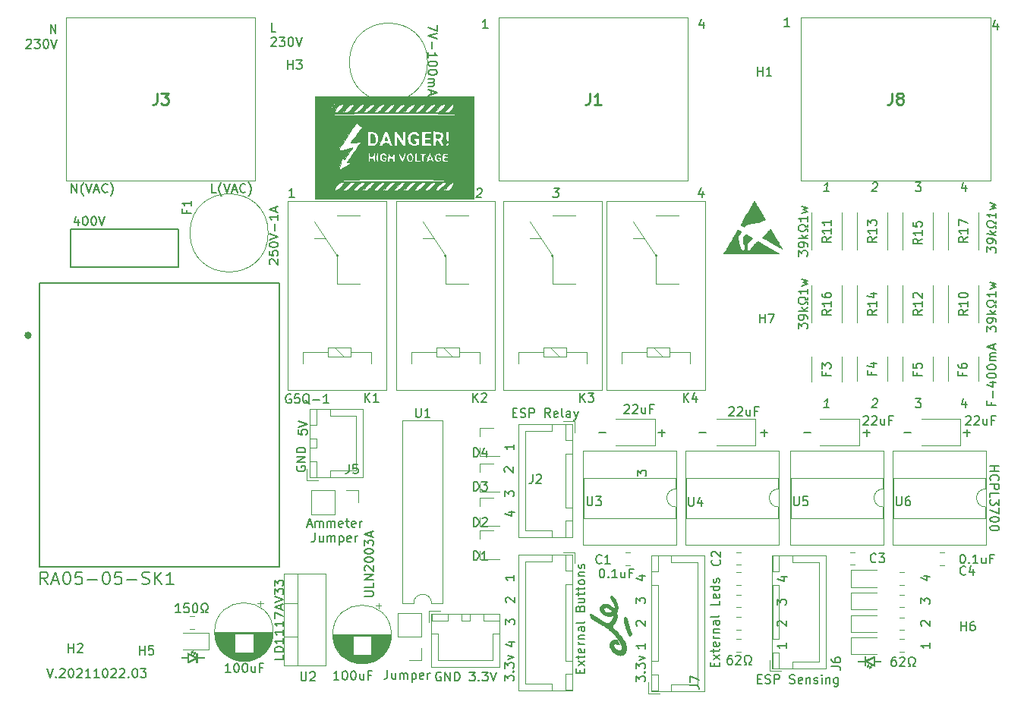
<source format=gbr>
G04 #@! TF.GenerationSoftware,KiCad,Pcbnew,(5.1.6)-1*
G04 #@! TF.CreationDate,2021-10-26T14:42:57+02:00*
G04 #@! TF.ProjectId,hamodule,68616d6f-6475-46c6-952e-6b696361645f,rev?*
G04 #@! TF.SameCoordinates,Original*
G04 #@! TF.FileFunction,Legend,Top*
G04 #@! TF.FilePolarity,Positive*
%FSLAX46Y46*%
G04 Gerber Fmt 4.6, Leading zero omitted, Abs format (unit mm)*
G04 Created by KiCad (PCBNEW (5.1.6)-1) date 2021-10-26 14:42:57*
%MOMM*%
%LPD*%
G01*
G04 APERTURE LIST*
%ADD10C,0.150000*%
%ADD11C,0.120000*%
%ADD12C,0.010000*%
%ADD13C,0.100000*%
%ADD14C,0.127000*%
%ADD15C,0.400000*%
%ADD16C,0.254000*%
G04 APERTURE END LIST*
D10*
X174307547Y-114434928D02*
X175069452Y-114434928D01*
X197167547Y-114434928D02*
X197929452Y-114434928D01*
X203771547Y-114434928D02*
X204533452Y-114434928D01*
X204152500Y-114815880D02*
X204152500Y-114053976D01*
X185991547Y-114434928D02*
X186753452Y-114434928D01*
X192595547Y-114434928D02*
X193357452Y-114434928D01*
X192976500Y-114815880D02*
X192976500Y-114053976D01*
X163131547Y-114434928D02*
X163893452Y-114434928D01*
X181165547Y-114434928D02*
X181927452Y-114434928D01*
X181546500Y-114815880D02*
X181546500Y-114053976D01*
X169735547Y-114434928D02*
X170497452Y-114434928D01*
X170116500Y-114815880D02*
X170116500Y-114053976D01*
X188773229Y-111640880D02*
X188201800Y-111640880D01*
X188487514Y-111640880D02*
X188612514Y-110640880D01*
X188499419Y-110783738D01*
X188392276Y-110878976D01*
X188291086Y-110926595D01*
X198414166Y-110640880D02*
X199033214Y-110640880D01*
X198699880Y-111021833D01*
X198842738Y-111021833D01*
X198937976Y-111069452D01*
X198985595Y-111117071D01*
X199033214Y-111212309D01*
X199033214Y-111450404D01*
X198985595Y-111545642D01*
X198937976Y-111593261D01*
X198842738Y-111640880D01*
X198557023Y-111640880D01*
X198461785Y-111593261D01*
X198414166Y-111545642D01*
X193648895Y-110736119D02*
X193702467Y-110688500D01*
X193803657Y-110640880D01*
X194041752Y-110640880D01*
X194131038Y-110688500D01*
X194172705Y-110736119D01*
X194208419Y-110831357D01*
X194196514Y-110926595D01*
X194131038Y-111069452D01*
X193488181Y-111640880D01*
X194107229Y-111640880D01*
X204017976Y-110974214D02*
X204017976Y-111640880D01*
X203779880Y-110593261D02*
X203541785Y-111307547D01*
X204160833Y-111307547D01*
X200032880Y-137890285D02*
X200032880Y-138461714D01*
X200032880Y-138176000D02*
X199032880Y-138176000D01*
X199175738Y-138271238D01*
X199270976Y-138366476D01*
X199318595Y-138461714D01*
X174751976Y-68619714D02*
X174751976Y-69286380D01*
X174513880Y-68238761D02*
X174275785Y-68953047D01*
X174894833Y-68953047D01*
X150717214Y-69286380D02*
X150145785Y-69286380D01*
X150431500Y-69286380D02*
X150431500Y-68286380D01*
X150336261Y-68429238D01*
X150241023Y-68524476D01*
X150145785Y-68572095D01*
X152614380Y-121554833D02*
X152614380Y-120935785D01*
X152995333Y-121269119D01*
X152995333Y-121126261D01*
X153042952Y-121031023D01*
X153090571Y-120983404D01*
X153185809Y-120935785D01*
X153423904Y-120935785D01*
X153519142Y-120983404D01*
X153566761Y-121031023D01*
X153614380Y-121126261D01*
X153614380Y-121411976D01*
X153566761Y-121507214D01*
X153519142Y-121554833D01*
X206875071Y-111013500D02*
X206875071Y-111346833D01*
X207398880Y-111346833D02*
X206398880Y-111346833D01*
X206398880Y-110870642D01*
X207017928Y-110489690D02*
X207017928Y-109727785D01*
X206732214Y-108823023D02*
X207398880Y-108823023D01*
X206351261Y-109061119D02*
X207065547Y-109299214D01*
X207065547Y-108680166D01*
X206398880Y-108108738D02*
X206398880Y-108013500D01*
X206446500Y-107918261D01*
X206494119Y-107870642D01*
X206589357Y-107823023D01*
X206779833Y-107775404D01*
X207017928Y-107775404D01*
X207208404Y-107823023D01*
X207303642Y-107870642D01*
X207351261Y-107918261D01*
X207398880Y-108013500D01*
X207398880Y-108108738D01*
X207351261Y-108203976D01*
X207303642Y-108251595D01*
X207208404Y-108299214D01*
X207017928Y-108346833D01*
X206779833Y-108346833D01*
X206589357Y-108299214D01*
X206494119Y-108251595D01*
X206446500Y-108203976D01*
X206398880Y-108108738D01*
X206398880Y-107156357D02*
X206398880Y-107061119D01*
X206446500Y-106965880D01*
X206494119Y-106918261D01*
X206589357Y-106870642D01*
X206779833Y-106823023D01*
X207017928Y-106823023D01*
X207208404Y-106870642D01*
X207303642Y-106918261D01*
X207351261Y-106965880D01*
X207398880Y-107061119D01*
X207398880Y-107156357D01*
X207351261Y-107251595D01*
X207303642Y-107299214D01*
X207208404Y-107346833D01*
X207017928Y-107394452D01*
X206779833Y-107394452D01*
X206589357Y-107346833D01*
X206494119Y-107299214D01*
X206446500Y-107251595D01*
X206398880Y-107156357D01*
X207398880Y-106394452D02*
X206732214Y-106394452D01*
X206827452Y-106394452D02*
X206779833Y-106346833D01*
X206732214Y-106251595D01*
X206732214Y-106108738D01*
X206779833Y-106013500D01*
X206875071Y-105965880D01*
X207398880Y-105965880D01*
X206875071Y-105965880D02*
X206779833Y-105918261D01*
X206732214Y-105823023D01*
X206732214Y-105680166D01*
X206779833Y-105584928D01*
X206875071Y-105537309D01*
X207398880Y-105537309D01*
X207113166Y-105108738D02*
X207113166Y-104632547D01*
X207398880Y-105203976D02*
X206398880Y-104870642D01*
X207398880Y-104537309D01*
X130580190Y-124690666D02*
X131056380Y-124690666D01*
X130484952Y-124976380D02*
X130818285Y-123976380D01*
X131151619Y-124976380D01*
X131484952Y-124976380D02*
X131484952Y-124309714D01*
X131484952Y-124404952D02*
X131532571Y-124357333D01*
X131627809Y-124309714D01*
X131770666Y-124309714D01*
X131865904Y-124357333D01*
X131913523Y-124452571D01*
X131913523Y-124976380D01*
X131913523Y-124452571D02*
X131961142Y-124357333D01*
X132056380Y-124309714D01*
X132199238Y-124309714D01*
X132294476Y-124357333D01*
X132342095Y-124452571D01*
X132342095Y-124976380D01*
X132818285Y-124976380D02*
X132818285Y-124309714D01*
X132818285Y-124404952D02*
X132865904Y-124357333D01*
X132961142Y-124309714D01*
X133104000Y-124309714D01*
X133199238Y-124357333D01*
X133246857Y-124452571D01*
X133246857Y-124976380D01*
X133246857Y-124452571D02*
X133294476Y-124357333D01*
X133389714Y-124309714D01*
X133532571Y-124309714D01*
X133627809Y-124357333D01*
X133675428Y-124452571D01*
X133675428Y-124976380D01*
X134532571Y-124928761D02*
X134437333Y-124976380D01*
X134246857Y-124976380D01*
X134151619Y-124928761D01*
X134104000Y-124833523D01*
X134104000Y-124452571D01*
X134151619Y-124357333D01*
X134246857Y-124309714D01*
X134437333Y-124309714D01*
X134532571Y-124357333D01*
X134580190Y-124452571D01*
X134580190Y-124547809D01*
X134104000Y-124643047D01*
X134865904Y-124309714D02*
X135246857Y-124309714D01*
X135008761Y-123976380D02*
X135008761Y-124833523D01*
X135056380Y-124928761D01*
X135151619Y-124976380D01*
X135246857Y-124976380D01*
X135961142Y-124928761D02*
X135865904Y-124976380D01*
X135675428Y-124976380D01*
X135580190Y-124928761D01*
X135532571Y-124833523D01*
X135532571Y-124452571D01*
X135580190Y-124357333D01*
X135675428Y-124309714D01*
X135865904Y-124309714D01*
X135961142Y-124357333D01*
X136008761Y-124452571D01*
X136008761Y-124547809D01*
X135532571Y-124643047D01*
X136437333Y-124976380D02*
X136437333Y-124309714D01*
X136437333Y-124500190D02*
X136484952Y-124404952D01*
X136532571Y-124357333D01*
X136627809Y-124309714D01*
X136723047Y-124309714D01*
X131437333Y-125626380D02*
X131437333Y-126340666D01*
X131389714Y-126483523D01*
X131294476Y-126578761D01*
X131151619Y-126626380D01*
X131056380Y-126626380D01*
X132342095Y-125959714D02*
X132342095Y-126626380D01*
X131913523Y-125959714D02*
X131913523Y-126483523D01*
X131961142Y-126578761D01*
X132056380Y-126626380D01*
X132199238Y-126626380D01*
X132294476Y-126578761D01*
X132342095Y-126531142D01*
X132818285Y-126626380D02*
X132818285Y-125959714D01*
X132818285Y-126054952D02*
X132865904Y-126007333D01*
X132961142Y-125959714D01*
X133104000Y-125959714D01*
X133199238Y-126007333D01*
X133246857Y-126102571D01*
X133246857Y-126626380D01*
X133246857Y-126102571D02*
X133294476Y-126007333D01*
X133389714Y-125959714D01*
X133532571Y-125959714D01*
X133627809Y-126007333D01*
X133675428Y-126102571D01*
X133675428Y-126626380D01*
X134151619Y-125959714D02*
X134151619Y-126959714D01*
X134151619Y-126007333D02*
X134246857Y-125959714D01*
X134437333Y-125959714D01*
X134532571Y-126007333D01*
X134580190Y-126054952D01*
X134627809Y-126150190D01*
X134627809Y-126435904D01*
X134580190Y-126531142D01*
X134532571Y-126578761D01*
X134437333Y-126626380D01*
X134246857Y-126626380D01*
X134151619Y-126578761D01*
X135437333Y-126578761D02*
X135342095Y-126626380D01*
X135151619Y-126626380D01*
X135056380Y-126578761D01*
X135008761Y-126483523D01*
X135008761Y-126102571D01*
X135056380Y-126007333D01*
X135151619Y-125959714D01*
X135342095Y-125959714D01*
X135437333Y-126007333D01*
X135484952Y-126102571D01*
X135484952Y-126197809D01*
X135008761Y-126293047D01*
X135913523Y-126626380D02*
X135913523Y-125959714D01*
X135913523Y-126150190D02*
X135961142Y-126054952D01*
X136008761Y-126007333D01*
X136104000Y-125959714D01*
X136199238Y-125959714D01*
X207543376Y-68746714D02*
X207543376Y-69413380D01*
X207305280Y-68365761D02*
X207067185Y-69080047D01*
X207686233Y-69080047D01*
X184372214Y-69095880D02*
X183800785Y-69095880D01*
X184086500Y-69095880D02*
X184086500Y-68095880D01*
X183991261Y-68238738D01*
X183896023Y-68333976D01*
X183800785Y-68381595D01*
X153503761Y-112196571D02*
X153837095Y-112196571D01*
X153979952Y-112720380D02*
X153503761Y-112720380D01*
X153503761Y-111720380D01*
X153979952Y-111720380D01*
X154360904Y-112672761D02*
X154503761Y-112720380D01*
X154741857Y-112720380D01*
X154837095Y-112672761D01*
X154884714Y-112625142D01*
X154932333Y-112529904D01*
X154932333Y-112434666D01*
X154884714Y-112339428D01*
X154837095Y-112291809D01*
X154741857Y-112244190D01*
X154551380Y-112196571D01*
X154456142Y-112148952D01*
X154408523Y-112101333D01*
X154360904Y-112006095D01*
X154360904Y-111910857D01*
X154408523Y-111815619D01*
X154456142Y-111768000D01*
X154551380Y-111720380D01*
X154789476Y-111720380D01*
X154932333Y-111768000D01*
X155360904Y-112720380D02*
X155360904Y-111720380D01*
X155741857Y-111720380D01*
X155837095Y-111768000D01*
X155884714Y-111815619D01*
X155932333Y-111910857D01*
X155932333Y-112053714D01*
X155884714Y-112148952D01*
X155837095Y-112196571D01*
X155741857Y-112244190D01*
X155360904Y-112244190D01*
X157694238Y-112720380D02*
X157360904Y-112244190D01*
X157122809Y-112720380D02*
X157122809Y-111720380D01*
X157503761Y-111720380D01*
X157599000Y-111768000D01*
X157646619Y-111815619D01*
X157694238Y-111910857D01*
X157694238Y-112053714D01*
X157646619Y-112148952D01*
X157599000Y-112196571D01*
X157503761Y-112244190D01*
X157122809Y-112244190D01*
X158503761Y-112672761D02*
X158408523Y-112720380D01*
X158218047Y-112720380D01*
X158122809Y-112672761D01*
X158075190Y-112577523D01*
X158075190Y-112196571D01*
X158122809Y-112101333D01*
X158218047Y-112053714D01*
X158408523Y-112053714D01*
X158503761Y-112101333D01*
X158551380Y-112196571D01*
X158551380Y-112291809D01*
X158075190Y-112387047D01*
X159122809Y-112720380D02*
X159027571Y-112672761D01*
X158979952Y-112577523D01*
X158979952Y-111720380D01*
X159932333Y-112720380D02*
X159932333Y-112196571D01*
X159884714Y-112101333D01*
X159789476Y-112053714D01*
X159599000Y-112053714D01*
X159503761Y-112101333D01*
X159932333Y-112672761D02*
X159837095Y-112720380D01*
X159599000Y-112720380D01*
X159503761Y-112672761D01*
X159456142Y-112577523D01*
X159456142Y-112482285D01*
X159503761Y-112387047D01*
X159599000Y-112339428D01*
X159837095Y-112339428D01*
X159932333Y-112291809D01*
X160313285Y-112053714D02*
X160551380Y-112720380D01*
X160789476Y-112053714D02*
X160551380Y-112720380D01*
X160456142Y-112958476D01*
X160408523Y-113006095D01*
X160313285Y-113053714D01*
X153652480Y-130333785D02*
X153652480Y-130905214D01*
X153652480Y-130619500D02*
X152652480Y-130619500D01*
X152795338Y-130714738D01*
X152890576Y-130809976D01*
X152938195Y-130905214D01*
X153036614Y-137820423D02*
X153703280Y-137820423D01*
X152655661Y-138058519D02*
X153369947Y-138296614D01*
X153369947Y-137677566D01*
X152703280Y-135855033D02*
X152703280Y-135235985D01*
X153084233Y-135569319D01*
X153084233Y-135426461D01*
X153131852Y-135331223D01*
X153179471Y-135283604D01*
X153274709Y-135235985D01*
X153512804Y-135235985D01*
X153608042Y-135283604D01*
X153655661Y-135331223D01*
X153703280Y-135426461D01*
X153703280Y-135712176D01*
X153655661Y-135807414D01*
X153608042Y-135855033D01*
X152601680Y-142131871D02*
X152601680Y-141512823D01*
X152982633Y-141846157D01*
X152982633Y-141703300D01*
X153030252Y-141608061D01*
X153077871Y-141560442D01*
X153173109Y-141512823D01*
X153411204Y-141512823D01*
X153506442Y-141560442D01*
X153554061Y-141608061D01*
X153601680Y-141703300D01*
X153601680Y-141989014D01*
X153554061Y-142084252D01*
X153506442Y-142131871D01*
X153506442Y-141084252D02*
X153554061Y-141036633D01*
X153601680Y-141084252D01*
X153554061Y-141131871D01*
X153506442Y-141084252D01*
X153601680Y-141084252D01*
X152601680Y-140703300D02*
X152601680Y-140084252D01*
X152982633Y-140417585D01*
X152982633Y-140274728D01*
X153030252Y-140179490D01*
X153077871Y-140131871D01*
X153173109Y-140084252D01*
X153411204Y-140084252D01*
X153506442Y-140131871D01*
X153554061Y-140179490D01*
X153601680Y-140274728D01*
X153601680Y-140560442D01*
X153554061Y-140655680D01*
X153506442Y-140703300D01*
X152935014Y-139750919D02*
X153601680Y-139512823D01*
X152935014Y-139274728D01*
X152798519Y-133369014D02*
X152750900Y-133321395D01*
X152703280Y-133226157D01*
X152703280Y-132988061D01*
X152750900Y-132892823D01*
X152798519Y-132845204D01*
X152893757Y-132797585D01*
X152988995Y-132797585D01*
X153131852Y-132845204D01*
X153703280Y-133416633D01*
X153703280Y-132797585D01*
X126424119Y-95633976D02*
X126376500Y-95586357D01*
X126328880Y-95491119D01*
X126328880Y-95253023D01*
X126376500Y-95157785D01*
X126424119Y-95110166D01*
X126519357Y-95062547D01*
X126614595Y-95062547D01*
X126757452Y-95110166D01*
X127328880Y-95681595D01*
X127328880Y-95062547D01*
X126328880Y-94157785D02*
X126328880Y-94633976D01*
X126805071Y-94681595D01*
X126757452Y-94633976D01*
X126709833Y-94538738D01*
X126709833Y-94300642D01*
X126757452Y-94205404D01*
X126805071Y-94157785D01*
X126900309Y-94110166D01*
X127138404Y-94110166D01*
X127233642Y-94157785D01*
X127281261Y-94205404D01*
X127328880Y-94300642D01*
X127328880Y-94538738D01*
X127281261Y-94633976D01*
X127233642Y-94681595D01*
X126328880Y-93491119D02*
X126328880Y-93395880D01*
X126376500Y-93300642D01*
X126424119Y-93253023D01*
X126519357Y-93205404D01*
X126709833Y-93157785D01*
X126947928Y-93157785D01*
X127138404Y-93205404D01*
X127233642Y-93253023D01*
X127281261Y-93300642D01*
X127328880Y-93395880D01*
X127328880Y-93491119D01*
X127281261Y-93586357D01*
X127233642Y-93633976D01*
X127138404Y-93681595D01*
X126947928Y-93729214D01*
X126709833Y-93729214D01*
X126519357Y-93681595D01*
X126424119Y-93633976D01*
X126376500Y-93586357D01*
X126328880Y-93491119D01*
X126328880Y-92872071D02*
X127328880Y-92538738D01*
X126328880Y-92205404D01*
X126947928Y-91872071D02*
X126947928Y-91110166D01*
X127328880Y-90110166D02*
X127328880Y-90681595D01*
X127328880Y-90395880D02*
X126328880Y-90395880D01*
X126471738Y-90491119D01*
X126566976Y-90586357D01*
X126614595Y-90681595D01*
X127043166Y-89729214D02*
X127043166Y-89253023D01*
X127328880Y-89824452D02*
X126328880Y-89491119D01*
X127328880Y-89157785D01*
X127922280Y-139223261D02*
X127922280Y-139699452D01*
X126922280Y-139699452D01*
X127922280Y-138889928D02*
X126922280Y-138889928D01*
X126922280Y-138651833D01*
X126969900Y-138508976D01*
X127065138Y-138413738D01*
X127160376Y-138366119D01*
X127350852Y-138318500D01*
X127493709Y-138318500D01*
X127684185Y-138366119D01*
X127779423Y-138413738D01*
X127874661Y-138508976D01*
X127922280Y-138651833D01*
X127922280Y-138889928D01*
X127922280Y-137366119D02*
X127922280Y-137937547D01*
X127922280Y-137651833D02*
X126922280Y-137651833D01*
X127065138Y-137747071D01*
X127160376Y-137842309D01*
X127207995Y-137937547D01*
X127922280Y-136413738D02*
X127922280Y-136985166D01*
X127922280Y-136699452D02*
X126922280Y-136699452D01*
X127065138Y-136794690D01*
X127160376Y-136889928D01*
X127207995Y-136985166D01*
X127922280Y-135461357D02*
X127922280Y-136032785D01*
X127922280Y-135747071D02*
X126922280Y-135747071D01*
X127065138Y-135842309D01*
X127160376Y-135937547D01*
X127207995Y-136032785D01*
X126922280Y-135128023D02*
X126922280Y-134461357D01*
X127922280Y-134889928D01*
X127636566Y-134128023D02*
X127636566Y-133651833D01*
X127922280Y-134223261D02*
X126922280Y-133889928D01*
X127922280Y-133556595D01*
X126922280Y-133366119D02*
X127922280Y-133032785D01*
X126922280Y-132699452D01*
X126922280Y-132461357D02*
X126922280Y-131842309D01*
X127303233Y-132175642D01*
X127303233Y-132032785D01*
X127350852Y-131937547D01*
X127398471Y-131889928D01*
X127493709Y-131842309D01*
X127731804Y-131842309D01*
X127827042Y-131889928D01*
X127874661Y-131937547D01*
X127922280Y-132032785D01*
X127922280Y-132318500D01*
X127874661Y-132413738D01*
X127827042Y-132461357D01*
X126922280Y-131508976D02*
X126922280Y-130889928D01*
X127303233Y-131223261D01*
X127303233Y-131080404D01*
X127350852Y-130985166D01*
X127398471Y-130937547D01*
X127493709Y-130889928D01*
X127731804Y-130889928D01*
X127827042Y-130937547D01*
X127874661Y-130985166D01*
X127922280Y-131080404D01*
X127922280Y-131366119D01*
X127874661Y-131461357D01*
X127827042Y-131508976D01*
X136955280Y-132693919D02*
X137764804Y-132693919D01*
X137860042Y-132646300D01*
X137907661Y-132598680D01*
X137955280Y-132503442D01*
X137955280Y-132312966D01*
X137907661Y-132217728D01*
X137860042Y-132170109D01*
X137764804Y-132122490D01*
X136955280Y-132122490D01*
X137955280Y-131170109D02*
X137955280Y-131646300D01*
X136955280Y-131646300D01*
X137955280Y-130836776D02*
X136955280Y-130836776D01*
X137955280Y-130265347D01*
X136955280Y-130265347D01*
X137050519Y-129836776D02*
X137002900Y-129789157D01*
X136955280Y-129693919D01*
X136955280Y-129455823D01*
X137002900Y-129360585D01*
X137050519Y-129312966D01*
X137145757Y-129265347D01*
X137240995Y-129265347D01*
X137383852Y-129312966D01*
X137955280Y-129884395D01*
X137955280Y-129265347D01*
X136955280Y-128646300D02*
X136955280Y-128551061D01*
X137002900Y-128455823D01*
X137050519Y-128408204D01*
X137145757Y-128360585D01*
X137336233Y-128312966D01*
X137574328Y-128312966D01*
X137764804Y-128360585D01*
X137860042Y-128408204D01*
X137907661Y-128455823D01*
X137955280Y-128551061D01*
X137955280Y-128646300D01*
X137907661Y-128741538D01*
X137860042Y-128789157D01*
X137764804Y-128836776D01*
X137574328Y-128884395D01*
X137336233Y-128884395D01*
X137145757Y-128836776D01*
X137050519Y-128789157D01*
X137002900Y-128741538D01*
X136955280Y-128646300D01*
X136955280Y-127693919D02*
X136955280Y-127598680D01*
X137002900Y-127503442D01*
X137050519Y-127455823D01*
X137145757Y-127408204D01*
X137336233Y-127360585D01*
X137574328Y-127360585D01*
X137764804Y-127408204D01*
X137860042Y-127455823D01*
X137907661Y-127503442D01*
X137955280Y-127598680D01*
X137955280Y-127693919D01*
X137907661Y-127789157D01*
X137860042Y-127836776D01*
X137764804Y-127884395D01*
X137574328Y-127932014D01*
X137336233Y-127932014D01*
X137145757Y-127884395D01*
X137050519Y-127836776D01*
X137002900Y-127789157D01*
X136955280Y-127693919D01*
X136955280Y-127027252D02*
X136955280Y-126408204D01*
X137336233Y-126741538D01*
X137336233Y-126598680D01*
X137383852Y-126503442D01*
X137431471Y-126455823D01*
X137526709Y-126408204D01*
X137764804Y-126408204D01*
X137860042Y-126455823D01*
X137907661Y-126503442D01*
X137955280Y-126598680D01*
X137955280Y-126884395D01*
X137907661Y-126979633D01*
X137860042Y-127027252D01*
X137669566Y-126027252D02*
X137669566Y-125551061D01*
X137955280Y-126122490D02*
X136955280Y-125789157D01*
X137955280Y-125455823D01*
X206734119Y-118118261D02*
X207734119Y-118118261D01*
X207257928Y-118118261D02*
X207257928Y-118689690D01*
X206734119Y-118689690D02*
X207734119Y-118689690D01*
X206829357Y-119737309D02*
X206781738Y-119689690D01*
X206734119Y-119546833D01*
X206734119Y-119451595D01*
X206781738Y-119308738D01*
X206876976Y-119213500D01*
X206972214Y-119165880D01*
X207162690Y-119118261D01*
X207305547Y-119118261D01*
X207496023Y-119165880D01*
X207591261Y-119213500D01*
X207686500Y-119308738D01*
X207734119Y-119451595D01*
X207734119Y-119546833D01*
X207686500Y-119689690D01*
X207638880Y-119737309D01*
X206734119Y-120165880D02*
X207734119Y-120165880D01*
X207734119Y-120546833D01*
X207686500Y-120642071D01*
X207638880Y-120689690D01*
X207543642Y-120737309D01*
X207400785Y-120737309D01*
X207305547Y-120689690D01*
X207257928Y-120642071D01*
X207210309Y-120546833D01*
X207210309Y-120165880D01*
X206734119Y-121642071D02*
X206734119Y-121165880D01*
X207734119Y-121165880D01*
X207734119Y-121880166D02*
X207734119Y-122499214D01*
X207353166Y-122165880D01*
X207353166Y-122308738D01*
X207305547Y-122403976D01*
X207257928Y-122451595D01*
X207162690Y-122499214D01*
X206924595Y-122499214D01*
X206829357Y-122451595D01*
X206781738Y-122403976D01*
X206734119Y-122308738D01*
X206734119Y-122023023D01*
X206781738Y-121927785D01*
X206829357Y-121880166D01*
X207734119Y-122832547D02*
X207734119Y-123499214D01*
X206734119Y-123070642D01*
X207734119Y-124070642D02*
X207734119Y-124165880D01*
X207686500Y-124261119D01*
X207638880Y-124308738D01*
X207543642Y-124356357D01*
X207353166Y-124403976D01*
X207115071Y-124403976D01*
X206924595Y-124356357D01*
X206829357Y-124308738D01*
X206781738Y-124261119D01*
X206734119Y-124165880D01*
X206734119Y-124070642D01*
X206781738Y-123975404D01*
X206829357Y-123927785D01*
X206924595Y-123880166D01*
X207115071Y-123832547D01*
X207353166Y-123832547D01*
X207543642Y-123880166D01*
X207638880Y-123927785D01*
X207686500Y-123975404D01*
X207734119Y-124070642D01*
X207734119Y-125023023D02*
X207734119Y-125118261D01*
X207686500Y-125213500D01*
X207638880Y-125261119D01*
X207543642Y-125308738D01*
X207353166Y-125356357D01*
X207115071Y-125356357D01*
X206924595Y-125308738D01*
X206829357Y-125261119D01*
X206781738Y-125213500D01*
X206734119Y-125118261D01*
X206734119Y-125023023D01*
X206781738Y-124927785D01*
X206829357Y-124880166D01*
X206924595Y-124832547D01*
X207115071Y-124784928D01*
X207353166Y-124784928D01*
X207543642Y-124832547D01*
X207638880Y-124880166D01*
X207686500Y-124927785D01*
X207734119Y-125023023D01*
X127062485Y-69667880D02*
X126586295Y-69667880D01*
X126586295Y-68667880D01*
X126538676Y-70413119D02*
X126586295Y-70365500D01*
X126681533Y-70317880D01*
X126919628Y-70317880D01*
X127014866Y-70365500D01*
X127062485Y-70413119D01*
X127110104Y-70508357D01*
X127110104Y-70603595D01*
X127062485Y-70746452D01*
X126491057Y-71317880D01*
X127110104Y-71317880D01*
X127443438Y-70317880D02*
X128062485Y-70317880D01*
X127729152Y-70698833D01*
X127872009Y-70698833D01*
X127967247Y-70746452D01*
X128014866Y-70794071D01*
X128062485Y-70889309D01*
X128062485Y-71127404D01*
X128014866Y-71222642D01*
X127967247Y-71270261D01*
X127872009Y-71317880D01*
X127586295Y-71317880D01*
X127491057Y-71270261D01*
X127443438Y-71222642D01*
X128681533Y-70317880D02*
X128776771Y-70317880D01*
X128872009Y-70365500D01*
X128919628Y-70413119D01*
X128967247Y-70508357D01*
X129014866Y-70698833D01*
X129014866Y-70936928D01*
X128967247Y-71127404D01*
X128919628Y-71222642D01*
X128872009Y-71270261D01*
X128776771Y-71317880D01*
X128681533Y-71317880D01*
X128586295Y-71270261D01*
X128538676Y-71222642D01*
X128491057Y-71127404D01*
X128443438Y-70936928D01*
X128443438Y-70698833D01*
X128491057Y-70508357D01*
X128538676Y-70413119D01*
X128586295Y-70365500D01*
X128681533Y-70317880D01*
X129300580Y-70317880D02*
X129633914Y-71317880D01*
X129967247Y-70317880D01*
X101950276Y-69896480D02*
X101950276Y-68896480D01*
X102521704Y-69896480D01*
X102521704Y-68896480D01*
X99235990Y-70641719D02*
X99283609Y-70594100D01*
X99378847Y-70546480D01*
X99616942Y-70546480D01*
X99712180Y-70594100D01*
X99759800Y-70641719D01*
X99807419Y-70736957D01*
X99807419Y-70832195D01*
X99759800Y-70975052D01*
X99188371Y-71546480D01*
X99807419Y-71546480D01*
X100140752Y-70546480D02*
X100759800Y-70546480D01*
X100426466Y-70927433D01*
X100569323Y-70927433D01*
X100664561Y-70975052D01*
X100712180Y-71022671D01*
X100759800Y-71117909D01*
X100759800Y-71356004D01*
X100712180Y-71451242D01*
X100664561Y-71498861D01*
X100569323Y-71546480D01*
X100283609Y-71546480D01*
X100188371Y-71498861D01*
X100140752Y-71451242D01*
X101378847Y-70546480D02*
X101474085Y-70546480D01*
X101569323Y-70594100D01*
X101616942Y-70641719D01*
X101664561Y-70736957D01*
X101712180Y-70927433D01*
X101712180Y-71165528D01*
X101664561Y-71356004D01*
X101616942Y-71451242D01*
X101569323Y-71498861D01*
X101474085Y-71546480D01*
X101378847Y-71546480D01*
X101283609Y-71498861D01*
X101235990Y-71451242D01*
X101188371Y-71356004D01*
X101140752Y-71165528D01*
X101140752Y-70927433D01*
X101188371Y-70736957D01*
X101235990Y-70641719D01*
X101283609Y-70594100D01*
X101378847Y-70546480D01*
X101997895Y-70546480D02*
X102331228Y-71546480D01*
X102664561Y-70546480D01*
X183415014Y-130530623D02*
X184081680Y-130530623D01*
X183034061Y-130768719D02*
X183748347Y-131006814D01*
X183748347Y-130387766D01*
X183980080Y-137902985D02*
X183980080Y-138474414D01*
X183980080Y-138188700D02*
X182980080Y-138188700D01*
X183122938Y-138283938D01*
X183218176Y-138379176D01*
X183265795Y-138474414D01*
X183075319Y-135985214D02*
X183027700Y-135937595D01*
X182980080Y-135842357D01*
X182980080Y-135604261D01*
X183027700Y-135509023D01*
X183075319Y-135461404D01*
X183170557Y-135413785D01*
X183265795Y-135413785D01*
X183408652Y-135461404D01*
X183980080Y-136032833D01*
X183980080Y-135413785D01*
X182980080Y-133645233D02*
X182980080Y-133026185D01*
X183361033Y-133359519D01*
X183361033Y-133216661D01*
X183408652Y-133121423D01*
X183456271Y-133073804D01*
X183551509Y-133026185D01*
X183789604Y-133026185D01*
X183884842Y-133073804D01*
X183932461Y-133121423D01*
X183980080Y-133216661D01*
X183980080Y-133502376D01*
X183932461Y-133597614D01*
X183884842Y-133645233D01*
X180816809Y-141914571D02*
X181150142Y-141914571D01*
X181293000Y-142438380D02*
X180816809Y-142438380D01*
X180816809Y-141438380D01*
X181293000Y-141438380D01*
X181673952Y-142390761D02*
X181816809Y-142438380D01*
X182054904Y-142438380D01*
X182150142Y-142390761D01*
X182197761Y-142343142D01*
X182245380Y-142247904D01*
X182245380Y-142152666D01*
X182197761Y-142057428D01*
X182150142Y-142009809D01*
X182054904Y-141962190D01*
X181864428Y-141914571D01*
X181769190Y-141866952D01*
X181721571Y-141819333D01*
X181673952Y-141724095D01*
X181673952Y-141628857D01*
X181721571Y-141533619D01*
X181769190Y-141486000D01*
X181864428Y-141438380D01*
X182102523Y-141438380D01*
X182245380Y-141486000D01*
X182673952Y-142438380D02*
X182673952Y-141438380D01*
X183054904Y-141438380D01*
X183150142Y-141486000D01*
X183197761Y-141533619D01*
X183245380Y-141628857D01*
X183245380Y-141771714D01*
X183197761Y-141866952D01*
X183150142Y-141914571D01*
X183054904Y-141962190D01*
X182673952Y-141962190D01*
X184388238Y-142390761D02*
X184531095Y-142438380D01*
X184769190Y-142438380D01*
X184864428Y-142390761D01*
X184912047Y-142343142D01*
X184959666Y-142247904D01*
X184959666Y-142152666D01*
X184912047Y-142057428D01*
X184864428Y-142009809D01*
X184769190Y-141962190D01*
X184578714Y-141914571D01*
X184483476Y-141866952D01*
X184435857Y-141819333D01*
X184388238Y-141724095D01*
X184388238Y-141628857D01*
X184435857Y-141533619D01*
X184483476Y-141486000D01*
X184578714Y-141438380D01*
X184816809Y-141438380D01*
X184959666Y-141486000D01*
X185769190Y-142390761D02*
X185673952Y-142438380D01*
X185483476Y-142438380D01*
X185388238Y-142390761D01*
X185340619Y-142295523D01*
X185340619Y-141914571D01*
X185388238Y-141819333D01*
X185483476Y-141771714D01*
X185673952Y-141771714D01*
X185769190Y-141819333D01*
X185816809Y-141914571D01*
X185816809Y-142009809D01*
X185340619Y-142105047D01*
X186245380Y-141771714D02*
X186245380Y-142438380D01*
X186245380Y-141866952D02*
X186293000Y-141819333D01*
X186388238Y-141771714D01*
X186531095Y-141771714D01*
X186626333Y-141819333D01*
X186673952Y-141914571D01*
X186673952Y-142438380D01*
X187102523Y-142390761D02*
X187197761Y-142438380D01*
X187388238Y-142438380D01*
X187483476Y-142390761D01*
X187531095Y-142295523D01*
X187531095Y-142247904D01*
X187483476Y-142152666D01*
X187388238Y-142105047D01*
X187245380Y-142105047D01*
X187150142Y-142057428D01*
X187102523Y-141962190D01*
X187102523Y-141914571D01*
X187150142Y-141819333D01*
X187245380Y-141771714D01*
X187388238Y-141771714D01*
X187483476Y-141819333D01*
X187959666Y-142438380D02*
X187959666Y-141771714D01*
X187959666Y-141438380D02*
X187912047Y-141486000D01*
X187959666Y-141533619D01*
X188007285Y-141486000D01*
X187959666Y-141438380D01*
X187959666Y-141533619D01*
X188435857Y-141771714D02*
X188435857Y-142438380D01*
X188435857Y-141866952D02*
X188483476Y-141819333D01*
X188578714Y-141771714D01*
X188721571Y-141771714D01*
X188816809Y-141819333D01*
X188864428Y-141914571D01*
X188864428Y-142438380D01*
X189769190Y-141771714D02*
X189769190Y-142581238D01*
X189721571Y-142676476D01*
X189673952Y-142724095D01*
X189578714Y-142771714D01*
X189435857Y-142771714D01*
X189340619Y-142724095D01*
X189769190Y-142390761D02*
X189673952Y-142438380D01*
X189483476Y-142438380D01*
X189388238Y-142390761D01*
X189340619Y-142343142D01*
X189293000Y-142247904D01*
X189293000Y-141962190D01*
X189340619Y-141866952D01*
X189388238Y-141819333D01*
X189483476Y-141771714D01*
X189673952Y-141771714D01*
X189769190Y-141819333D01*
X196183357Y-139469880D02*
X195992880Y-139469880D01*
X195897642Y-139517500D01*
X195850023Y-139565119D01*
X195754785Y-139707976D01*
X195707166Y-139898452D01*
X195707166Y-140279404D01*
X195754785Y-140374642D01*
X195802404Y-140422261D01*
X195897642Y-140469880D01*
X196088119Y-140469880D01*
X196183357Y-140422261D01*
X196230976Y-140374642D01*
X196278595Y-140279404D01*
X196278595Y-140041309D01*
X196230976Y-139946071D01*
X196183357Y-139898452D01*
X196088119Y-139850833D01*
X195897642Y-139850833D01*
X195802404Y-139898452D01*
X195754785Y-139946071D01*
X195707166Y-140041309D01*
X196659547Y-139565119D02*
X196707166Y-139517500D01*
X196802404Y-139469880D01*
X197040500Y-139469880D01*
X197135738Y-139517500D01*
X197183357Y-139565119D01*
X197230976Y-139660357D01*
X197230976Y-139755595D01*
X197183357Y-139898452D01*
X196611928Y-140469880D01*
X197230976Y-140469880D01*
X197611928Y-140469880D02*
X197850023Y-140469880D01*
X197850023Y-140279404D01*
X197754785Y-140231785D01*
X197659547Y-140136547D01*
X197611928Y-139993690D01*
X197611928Y-139755595D01*
X197659547Y-139612738D01*
X197754785Y-139517500D01*
X197897642Y-139469880D01*
X198088119Y-139469880D01*
X198230976Y-139517500D01*
X198326214Y-139612738D01*
X198373833Y-139755595D01*
X198373833Y-139993690D01*
X198326214Y-140136547D01*
X198230976Y-140231785D01*
X198135738Y-140279404D01*
X198135738Y-140469880D01*
X198373833Y-140469880D01*
X129421000Y-118173404D02*
X129373380Y-118268642D01*
X129373380Y-118411500D01*
X129421000Y-118554357D01*
X129516238Y-118649595D01*
X129611476Y-118697214D01*
X129801952Y-118744833D01*
X129944809Y-118744833D01*
X130135285Y-118697214D01*
X130230523Y-118649595D01*
X130325761Y-118554357D01*
X130373380Y-118411500D01*
X130373380Y-118316261D01*
X130325761Y-118173404D01*
X130278142Y-118125785D01*
X129944809Y-118125785D01*
X129944809Y-118316261D01*
X130373380Y-117697214D02*
X129373380Y-117697214D01*
X130373380Y-117125785D01*
X129373380Y-117125785D01*
X130373380Y-116649595D02*
X129373380Y-116649595D01*
X129373380Y-116411500D01*
X129421000Y-116268642D01*
X129516238Y-116173404D01*
X129611476Y-116125785D01*
X129801952Y-116078166D01*
X129944809Y-116078166D01*
X130135285Y-116125785D01*
X130230523Y-116173404D01*
X130325761Y-116268642D01*
X130373380Y-116411500D01*
X130373380Y-116649595D01*
X129563880Y-114109476D02*
X129563880Y-114585666D01*
X130040071Y-114633285D01*
X129992452Y-114585666D01*
X129944833Y-114490428D01*
X129944833Y-114252333D01*
X129992452Y-114157095D01*
X130040071Y-114109476D01*
X130135309Y-114061857D01*
X130373404Y-114061857D01*
X130468642Y-114109476D01*
X130516261Y-114157095D01*
X130563880Y-114252333D01*
X130563880Y-114490428D01*
X130516261Y-114585666D01*
X130468642Y-114633285D01*
X129563880Y-113776142D02*
X130563880Y-113442809D01*
X129563880Y-113109476D01*
X174735324Y-87479214D02*
X174651991Y-88145880D01*
X174544848Y-87098261D02*
X174217467Y-87812547D01*
X174836514Y-87812547D01*
X158072181Y-87189880D02*
X158691229Y-87189880D01*
X158310276Y-87570833D01*
X158453133Y-87570833D01*
X158542419Y-87618452D01*
X158584086Y-87666071D01*
X158619800Y-87761309D01*
X158590038Y-87999404D01*
X158530514Y-88094642D01*
X158476943Y-88142261D01*
X158375752Y-88189880D01*
X158090038Y-88189880D01*
X158000752Y-88142261D01*
X157959086Y-88094642D01*
X149523895Y-87285119D02*
X149577467Y-87237500D01*
X149678657Y-87189880D01*
X149916752Y-87189880D01*
X150006038Y-87237500D01*
X150047705Y-87285119D01*
X150083419Y-87380357D01*
X150071514Y-87475595D01*
X150006038Y-87618452D01*
X149363181Y-88189880D01*
X149982229Y-88189880D01*
X129127214Y-88145880D02*
X128555785Y-88145880D01*
X128841500Y-88145880D02*
X128841500Y-87145880D01*
X128746261Y-87288738D01*
X128651023Y-87383976D01*
X128555785Y-87431595D01*
X153601680Y-115728785D02*
X153601680Y-116300214D01*
X153601680Y-116014500D02*
X152601680Y-116014500D01*
X152744538Y-116109738D01*
X152839776Y-116204976D01*
X152887395Y-116300214D01*
X152646119Y-118814814D02*
X152598500Y-118767195D01*
X152550880Y-118671957D01*
X152550880Y-118433861D01*
X152598500Y-118338623D01*
X152646119Y-118291004D01*
X152741357Y-118243385D01*
X152836595Y-118243385D01*
X152979452Y-118291004D01*
X153550880Y-118862433D01*
X153550880Y-118243385D01*
X167394880Y-119254833D02*
X167394880Y-118635785D01*
X167775833Y-118969119D01*
X167775833Y-118826261D01*
X167823452Y-118731023D01*
X167871071Y-118683404D01*
X167966309Y-118635785D01*
X168204404Y-118635785D01*
X168299642Y-118683404D01*
X168347261Y-118731023D01*
X168394880Y-118826261D01*
X168394880Y-119111976D01*
X168347261Y-119207214D01*
X168299642Y-119254833D01*
X153011214Y-123266223D02*
X153677880Y-123266223D01*
X152630261Y-123504319D02*
X153344547Y-123742414D01*
X153344547Y-123123366D01*
X161002671Y-141215309D02*
X161002671Y-140881976D01*
X161526480Y-140739119D02*
X161526480Y-141215309D01*
X160526480Y-141215309D01*
X160526480Y-140739119D01*
X161526480Y-140405785D02*
X160859814Y-139881976D01*
X160859814Y-140405785D02*
X161526480Y-139881976D01*
X160859814Y-139643880D02*
X160859814Y-139262928D01*
X160526480Y-139501023D02*
X161383623Y-139501023D01*
X161478861Y-139453404D01*
X161526480Y-139358166D01*
X161526480Y-139262928D01*
X161478861Y-138548642D02*
X161526480Y-138643880D01*
X161526480Y-138834357D01*
X161478861Y-138929595D01*
X161383623Y-138977214D01*
X161002671Y-138977214D01*
X160907433Y-138929595D01*
X160859814Y-138834357D01*
X160859814Y-138643880D01*
X160907433Y-138548642D01*
X161002671Y-138501023D01*
X161097909Y-138501023D01*
X161193147Y-138977214D01*
X161526480Y-138072452D02*
X160859814Y-138072452D01*
X161050290Y-138072452D02*
X160955052Y-138024833D01*
X160907433Y-137977214D01*
X160859814Y-137881976D01*
X160859814Y-137786738D01*
X160859814Y-137453404D02*
X161526480Y-137453404D01*
X160955052Y-137453404D02*
X160907433Y-137405785D01*
X160859814Y-137310547D01*
X160859814Y-137167690D01*
X160907433Y-137072452D01*
X161002671Y-137024833D01*
X161526480Y-137024833D01*
X161526480Y-136120071D02*
X161002671Y-136120071D01*
X160907433Y-136167690D01*
X160859814Y-136262928D01*
X160859814Y-136453404D01*
X160907433Y-136548642D01*
X161478861Y-136120071D02*
X161526480Y-136215309D01*
X161526480Y-136453404D01*
X161478861Y-136548642D01*
X161383623Y-136596261D01*
X161288385Y-136596261D01*
X161193147Y-136548642D01*
X161145528Y-136453404D01*
X161145528Y-136215309D01*
X161097909Y-136120071D01*
X161526480Y-135501023D02*
X161478861Y-135596261D01*
X161383623Y-135643880D01*
X160526480Y-135643880D01*
X161002671Y-134024833D02*
X161050290Y-133881976D01*
X161097909Y-133834357D01*
X161193147Y-133786738D01*
X161336004Y-133786738D01*
X161431242Y-133834357D01*
X161478861Y-133881976D01*
X161526480Y-133977214D01*
X161526480Y-134358166D01*
X160526480Y-134358166D01*
X160526480Y-134024833D01*
X160574100Y-133929595D01*
X160621719Y-133881976D01*
X160716957Y-133834357D01*
X160812195Y-133834357D01*
X160907433Y-133881976D01*
X160955052Y-133929595D01*
X161002671Y-134024833D01*
X161002671Y-134358166D01*
X160859814Y-132929595D02*
X161526480Y-132929595D01*
X160859814Y-133358166D02*
X161383623Y-133358166D01*
X161478861Y-133310547D01*
X161526480Y-133215309D01*
X161526480Y-133072452D01*
X161478861Y-132977214D01*
X161431242Y-132929595D01*
X160859814Y-132596261D02*
X160859814Y-132215309D01*
X160526480Y-132453404D02*
X161383623Y-132453404D01*
X161478861Y-132405785D01*
X161526480Y-132310547D01*
X161526480Y-132215309D01*
X160859814Y-132024833D02*
X160859814Y-131643880D01*
X160526480Y-131881976D02*
X161383623Y-131881976D01*
X161478861Y-131834357D01*
X161526480Y-131739119D01*
X161526480Y-131643880D01*
X161526480Y-131167690D02*
X161478861Y-131262928D01*
X161431242Y-131310547D01*
X161336004Y-131358166D01*
X161050290Y-131358166D01*
X160955052Y-131310547D01*
X160907433Y-131262928D01*
X160859814Y-131167690D01*
X160859814Y-131024833D01*
X160907433Y-130929595D01*
X160955052Y-130881976D01*
X161050290Y-130834357D01*
X161336004Y-130834357D01*
X161431242Y-130881976D01*
X161478861Y-130929595D01*
X161526480Y-131024833D01*
X161526480Y-131167690D01*
X160859814Y-130405785D02*
X161526480Y-130405785D01*
X160955052Y-130405785D02*
X160907433Y-130358166D01*
X160859814Y-130262928D01*
X160859814Y-130120071D01*
X160907433Y-130024833D01*
X161002671Y-129977214D01*
X161526480Y-129977214D01*
X161478861Y-129548642D02*
X161526480Y-129453404D01*
X161526480Y-129262928D01*
X161478861Y-129167690D01*
X161383623Y-129120071D01*
X161336004Y-129120071D01*
X161240766Y-129167690D01*
X161193147Y-129262928D01*
X161193147Y-129405785D01*
X161145528Y-129501023D01*
X161050290Y-129548642D01*
X161002671Y-129548642D01*
X160907433Y-129501023D01*
X160859814Y-129405785D01*
X160859814Y-129262928D01*
X160907433Y-129167690D01*
X176014071Y-140516952D02*
X176014071Y-140183619D01*
X176537880Y-140040761D02*
X176537880Y-140516952D01*
X175537880Y-140516952D01*
X175537880Y-140040761D01*
X176537880Y-139707428D02*
X175871214Y-139183619D01*
X175871214Y-139707428D02*
X176537880Y-139183619D01*
X175871214Y-138945523D02*
X175871214Y-138564571D01*
X175537880Y-138802666D02*
X176395023Y-138802666D01*
X176490261Y-138755047D01*
X176537880Y-138659809D01*
X176537880Y-138564571D01*
X176490261Y-137850285D02*
X176537880Y-137945523D01*
X176537880Y-138136000D01*
X176490261Y-138231238D01*
X176395023Y-138278857D01*
X176014071Y-138278857D01*
X175918833Y-138231238D01*
X175871214Y-138136000D01*
X175871214Y-137945523D01*
X175918833Y-137850285D01*
X176014071Y-137802666D01*
X176109309Y-137802666D01*
X176204547Y-138278857D01*
X176537880Y-137374095D02*
X175871214Y-137374095D01*
X176061690Y-137374095D02*
X175966452Y-137326476D01*
X175918833Y-137278857D01*
X175871214Y-137183619D01*
X175871214Y-137088380D01*
X175871214Y-136755047D02*
X176537880Y-136755047D01*
X175966452Y-136755047D02*
X175918833Y-136707428D01*
X175871214Y-136612190D01*
X175871214Y-136469333D01*
X175918833Y-136374095D01*
X176014071Y-136326476D01*
X176537880Y-136326476D01*
X176537880Y-135421714D02*
X176014071Y-135421714D01*
X175918833Y-135469333D01*
X175871214Y-135564571D01*
X175871214Y-135755047D01*
X175918833Y-135850285D01*
X176490261Y-135421714D02*
X176537880Y-135516952D01*
X176537880Y-135755047D01*
X176490261Y-135850285D01*
X176395023Y-135897904D01*
X176299785Y-135897904D01*
X176204547Y-135850285D01*
X176156928Y-135755047D01*
X176156928Y-135516952D01*
X176109309Y-135421714D01*
X176537880Y-134802666D02*
X176490261Y-134897904D01*
X176395023Y-134945523D01*
X175537880Y-134945523D01*
X176537880Y-133183619D02*
X176537880Y-133659809D01*
X175537880Y-133659809D01*
X176490261Y-132469333D02*
X176537880Y-132564571D01*
X176537880Y-132755047D01*
X176490261Y-132850285D01*
X176395023Y-132897904D01*
X176014071Y-132897904D01*
X175918833Y-132850285D01*
X175871214Y-132755047D01*
X175871214Y-132564571D01*
X175918833Y-132469333D01*
X176014071Y-132421714D01*
X176109309Y-132421714D01*
X176204547Y-132897904D01*
X176537880Y-131564571D02*
X175537880Y-131564571D01*
X176490261Y-131564571D02*
X176537880Y-131659809D01*
X176537880Y-131850285D01*
X176490261Y-131945523D01*
X176442642Y-131993142D01*
X176347404Y-132040761D01*
X176061690Y-132040761D01*
X175966452Y-131993142D01*
X175918833Y-131945523D01*
X175871214Y-131850285D01*
X175871214Y-131659809D01*
X175918833Y-131564571D01*
X176490261Y-131136000D02*
X176537880Y-131040761D01*
X176537880Y-130850285D01*
X176490261Y-130755047D01*
X176395023Y-130707428D01*
X176347404Y-130707428D01*
X176252166Y-130755047D01*
X176204547Y-130850285D01*
X176204547Y-130993142D01*
X176156928Y-131088380D01*
X176061690Y-131136000D01*
X176014071Y-131136000D01*
X175918833Y-131088380D01*
X175871214Y-130993142D01*
X175871214Y-130850285D01*
X175918833Y-130755047D01*
X204017976Y-86844214D02*
X204017976Y-87510880D01*
X203779880Y-86463261D02*
X203541785Y-87177547D01*
X204160833Y-87177547D01*
X198414166Y-86510880D02*
X199033214Y-86510880D01*
X198699880Y-86891833D01*
X198842738Y-86891833D01*
X198937976Y-86939452D01*
X198985595Y-86987071D01*
X199033214Y-87082309D01*
X199033214Y-87320404D01*
X198985595Y-87415642D01*
X198937976Y-87463261D01*
X198842738Y-87510880D01*
X198557023Y-87510880D01*
X198461785Y-87463261D01*
X198414166Y-87415642D01*
X193648895Y-86606119D02*
X193702467Y-86558500D01*
X193803657Y-86510880D01*
X194041752Y-86510880D01*
X194131038Y-86558500D01*
X194172705Y-86606119D01*
X194208419Y-86701357D01*
X194196514Y-86796595D01*
X194131038Y-86939452D01*
X193488181Y-87510880D01*
X194107229Y-87510880D01*
X188773229Y-87510880D02*
X188201800Y-87510880D01*
X188487514Y-87510880D02*
X188612514Y-86510880D01*
X188499419Y-86653738D01*
X188392276Y-86748976D01*
X188291086Y-86796595D01*
X199114119Y-135969214D02*
X199066500Y-135921595D01*
X199018880Y-135826357D01*
X199018880Y-135588261D01*
X199066500Y-135493023D01*
X199114119Y-135445404D01*
X199209357Y-135397785D01*
X199304595Y-135397785D01*
X199447452Y-135445404D01*
X200018880Y-136016833D01*
X200018880Y-135397785D01*
X199018880Y-133451818D02*
X199018880Y-132832770D01*
X199399833Y-133213723D01*
X199399833Y-133070866D01*
X199447452Y-132981580D01*
X199495071Y-132939913D01*
X199590309Y-132904199D01*
X199828404Y-132933961D01*
X199923642Y-132993485D01*
X199971261Y-133047056D01*
X200018880Y-133148247D01*
X200018880Y-133433961D01*
X199971261Y-133523247D01*
X199923642Y-133564913D01*
X199366214Y-130429675D02*
X200032880Y-130513008D01*
X198985261Y-130620151D02*
X199699547Y-130947532D01*
X199699547Y-130328485D01*
X168268880Y-137937785D02*
X168268880Y-138509214D01*
X168268880Y-138223500D02*
X167268880Y-138223500D01*
X167411738Y-138318738D01*
X167506976Y-138413976D01*
X167554595Y-138509214D01*
X167364119Y-135969214D02*
X167316500Y-135921595D01*
X167268880Y-135826357D01*
X167268880Y-135588261D01*
X167316500Y-135493023D01*
X167364119Y-135445404D01*
X167459357Y-135397785D01*
X167554595Y-135397785D01*
X167697452Y-135445404D01*
X168268880Y-136016833D01*
X168268880Y-135397785D01*
X167268880Y-133476833D02*
X167268880Y-132857785D01*
X167649833Y-133191119D01*
X167649833Y-133048261D01*
X167697452Y-132953023D01*
X167745071Y-132905404D01*
X167840309Y-132857785D01*
X168078404Y-132857785D01*
X168173642Y-132905404D01*
X168221261Y-132953023D01*
X168268880Y-133048261D01*
X168268880Y-133333976D01*
X168221261Y-133429214D01*
X168173642Y-133476833D01*
X167602214Y-130413023D02*
X168268880Y-130413023D01*
X167221261Y-130651119D02*
X167935547Y-130889214D01*
X167935547Y-130270166D01*
X167253640Y-142212391D02*
X167253640Y-141593343D01*
X167634593Y-141926677D01*
X167634593Y-141783820D01*
X167682212Y-141688581D01*
X167729831Y-141640962D01*
X167825069Y-141593343D01*
X168063164Y-141593343D01*
X168158402Y-141640962D01*
X168206021Y-141688581D01*
X168253640Y-141783820D01*
X168253640Y-142069534D01*
X168206021Y-142164772D01*
X168158402Y-142212391D01*
X168158402Y-141164772D02*
X168206021Y-141117153D01*
X168253640Y-141164772D01*
X168206021Y-141212391D01*
X168158402Y-141164772D01*
X168253640Y-141164772D01*
X167253640Y-140783820D02*
X167253640Y-140164772D01*
X167634593Y-140498105D01*
X167634593Y-140355248D01*
X167682212Y-140260010D01*
X167729831Y-140212391D01*
X167825069Y-140164772D01*
X168063164Y-140164772D01*
X168158402Y-140212391D01*
X168206021Y-140260010D01*
X168253640Y-140355248D01*
X168253640Y-140640962D01*
X168206021Y-140736200D01*
X168158402Y-140783820D01*
X167586974Y-139831439D02*
X168253640Y-139593343D01*
X167586974Y-139355248D01*
X120396214Y-87637880D02*
X119920023Y-87637880D01*
X119920023Y-86637880D01*
X121015261Y-88018833D02*
X120967642Y-87971214D01*
X120872404Y-87828357D01*
X120824785Y-87733119D01*
X120777166Y-87590261D01*
X120729547Y-87352166D01*
X120729547Y-87161690D01*
X120777166Y-86923595D01*
X120824785Y-86780738D01*
X120872404Y-86685500D01*
X120967642Y-86542642D01*
X121015261Y-86495023D01*
X121253357Y-86637880D02*
X121586690Y-87637880D01*
X121920023Y-86637880D01*
X122205738Y-87352166D02*
X122681928Y-87352166D01*
X122110500Y-87637880D02*
X122443833Y-86637880D01*
X122777166Y-87637880D01*
X123681928Y-87542642D02*
X123634309Y-87590261D01*
X123491452Y-87637880D01*
X123396214Y-87637880D01*
X123253357Y-87590261D01*
X123158119Y-87495023D01*
X123110500Y-87399785D01*
X123062880Y-87209309D01*
X123062880Y-87066452D01*
X123110500Y-86875976D01*
X123158119Y-86780738D01*
X123253357Y-86685500D01*
X123396214Y-86637880D01*
X123491452Y-86637880D01*
X123634309Y-86685500D01*
X123681928Y-86733119D01*
X124015261Y-88018833D02*
X124062880Y-87971214D01*
X124158119Y-87828357D01*
X124205738Y-87733119D01*
X124253357Y-87590261D01*
X124300976Y-87352166D01*
X124300976Y-87161690D01*
X124253357Y-86923595D01*
X124205738Y-86780738D01*
X124158119Y-86685500D01*
X124062880Y-86542642D01*
X124015261Y-86495023D01*
X104306976Y-87637880D02*
X104306976Y-86637880D01*
X104878404Y-87637880D01*
X104878404Y-86637880D01*
X105640309Y-88018833D02*
X105592690Y-87971214D01*
X105497452Y-87828357D01*
X105449833Y-87733119D01*
X105402214Y-87590261D01*
X105354595Y-87352166D01*
X105354595Y-87161690D01*
X105402214Y-86923595D01*
X105449833Y-86780738D01*
X105497452Y-86685500D01*
X105592690Y-86542642D01*
X105640309Y-86495023D01*
X105878404Y-86637880D02*
X106211738Y-87637880D01*
X106545071Y-86637880D01*
X106830785Y-87352166D02*
X107306976Y-87352166D01*
X106735547Y-87637880D02*
X107068880Y-86637880D01*
X107402214Y-87637880D01*
X108306976Y-87542642D02*
X108259357Y-87590261D01*
X108116500Y-87637880D01*
X108021261Y-87637880D01*
X107878404Y-87590261D01*
X107783166Y-87495023D01*
X107735547Y-87399785D01*
X107687928Y-87209309D01*
X107687928Y-87066452D01*
X107735547Y-86875976D01*
X107783166Y-86780738D01*
X107878404Y-86685500D01*
X108021261Y-86637880D01*
X108116500Y-86637880D01*
X108259357Y-86685500D01*
X108306976Y-86733119D01*
X108640309Y-88018833D02*
X108687928Y-87971214D01*
X108783166Y-87828357D01*
X108830785Y-87733119D01*
X108878404Y-87590261D01*
X108926023Y-87352166D01*
X108926023Y-87161690D01*
X108878404Y-86923595D01*
X108830785Y-86780738D01*
X108783166Y-86685500D01*
X108687928Y-86542642D01*
X108640309Y-86495023D01*
X101553071Y-140739880D02*
X101886404Y-141739880D01*
X102219738Y-140739880D01*
X102553071Y-141644642D02*
X102600690Y-141692261D01*
X102553071Y-141739880D01*
X102505452Y-141692261D01*
X102553071Y-141644642D01*
X102553071Y-141739880D01*
X102981642Y-140835119D02*
X103029261Y-140787500D01*
X103124500Y-140739880D01*
X103362595Y-140739880D01*
X103457833Y-140787500D01*
X103505452Y-140835119D01*
X103553071Y-140930357D01*
X103553071Y-141025595D01*
X103505452Y-141168452D01*
X102934023Y-141739880D01*
X103553071Y-141739880D01*
X104172119Y-140739880D02*
X104267357Y-140739880D01*
X104362595Y-140787500D01*
X104410214Y-140835119D01*
X104457833Y-140930357D01*
X104505452Y-141120833D01*
X104505452Y-141358928D01*
X104457833Y-141549404D01*
X104410214Y-141644642D01*
X104362595Y-141692261D01*
X104267357Y-141739880D01*
X104172119Y-141739880D01*
X104076880Y-141692261D01*
X104029261Y-141644642D01*
X103981642Y-141549404D01*
X103934023Y-141358928D01*
X103934023Y-141120833D01*
X103981642Y-140930357D01*
X104029261Y-140835119D01*
X104076880Y-140787500D01*
X104172119Y-140739880D01*
X104886404Y-140835119D02*
X104934023Y-140787500D01*
X105029261Y-140739880D01*
X105267357Y-140739880D01*
X105362595Y-140787500D01*
X105410214Y-140835119D01*
X105457833Y-140930357D01*
X105457833Y-141025595D01*
X105410214Y-141168452D01*
X104838785Y-141739880D01*
X105457833Y-141739880D01*
X106410214Y-141739880D02*
X105838785Y-141739880D01*
X106124500Y-141739880D02*
X106124500Y-140739880D01*
X106029261Y-140882738D01*
X105934023Y-140977976D01*
X105838785Y-141025595D01*
X107362595Y-141739880D02*
X106791166Y-141739880D01*
X107076880Y-141739880D02*
X107076880Y-140739880D01*
X106981642Y-140882738D01*
X106886404Y-140977976D01*
X106791166Y-141025595D01*
X107981642Y-140739880D02*
X108076880Y-140739880D01*
X108172119Y-140787500D01*
X108219738Y-140835119D01*
X108267357Y-140930357D01*
X108314976Y-141120833D01*
X108314976Y-141358928D01*
X108267357Y-141549404D01*
X108219738Y-141644642D01*
X108172119Y-141692261D01*
X108076880Y-141739880D01*
X107981642Y-141739880D01*
X107886404Y-141692261D01*
X107838785Y-141644642D01*
X107791166Y-141549404D01*
X107743547Y-141358928D01*
X107743547Y-141120833D01*
X107791166Y-140930357D01*
X107838785Y-140835119D01*
X107886404Y-140787500D01*
X107981642Y-140739880D01*
X108695928Y-140835119D02*
X108743547Y-140787500D01*
X108838785Y-140739880D01*
X109076880Y-140739880D01*
X109172119Y-140787500D01*
X109219738Y-140835119D01*
X109267357Y-140930357D01*
X109267357Y-141025595D01*
X109219738Y-141168452D01*
X108648309Y-141739880D01*
X109267357Y-141739880D01*
X109648309Y-140835119D02*
X109695928Y-140787500D01*
X109791166Y-140739880D01*
X110029261Y-140739880D01*
X110124500Y-140787500D01*
X110172119Y-140835119D01*
X110219738Y-140930357D01*
X110219738Y-141025595D01*
X110172119Y-141168452D01*
X109600690Y-141739880D01*
X110219738Y-141739880D01*
X110648309Y-141644642D02*
X110695928Y-141692261D01*
X110648309Y-141739880D01*
X110600690Y-141692261D01*
X110648309Y-141644642D01*
X110648309Y-141739880D01*
X111314976Y-140739880D02*
X111410214Y-140739880D01*
X111505452Y-140787500D01*
X111553071Y-140835119D01*
X111600690Y-140930357D01*
X111648309Y-141120833D01*
X111648309Y-141358928D01*
X111600690Y-141549404D01*
X111553071Y-141644642D01*
X111505452Y-141692261D01*
X111410214Y-141739880D01*
X111314976Y-141739880D01*
X111219738Y-141692261D01*
X111172119Y-141644642D01*
X111124500Y-141549404D01*
X111076880Y-141358928D01*
X111076880Y-141120833D01*
X111124500Y-140930357D01*
X111172119Y-140835119D01*
X111219738Y-140787500D01*
X111314976Y-140739880D01*
X111981642Y-140739880D02*
X112600690Y-140739880D01*
X112267357Y-141120833D01*
X112410214Y-141120833D01*
X112505452Y-141168452D01*
X112553071Y-141216071D01*
X112600690Y-141311309D01*
X112600690Y-141549404D01*
X112553071Y-141644642D01*
X112505452Y-141692261D01*
X112410214Y-141739880D01*
X112124500Y-141739880D01*
X112029261Y-141692261D01*
X111981642Y-141644642D01*
D11*
X141196500Y-133473500D02*
X142446500Y-133473500D01*
X141196500Y-113033500D02*
X141196500Y-133473500D01*
X145696500Y-113033500D02*
X141196500Y-113033500D01*
X145696500Y-133473500D02*
X145696500Y-113033500D01*
X144446500Y-133473500D02*
X145696500Y-133473500D01*
X142446500Y-133473500D02*
G75*
G02*
X144446500Y-133473500I1000000J0D01*
G01*
X199064000Y-115873500D02*
X203449000Y-115873500D01*
X203449000Y-115873500D02*
X203449000Y-112853500D01*
X203449000Y-112853500D02*
X199064000Y-112853500D01*
X187771500Y-115873500D02*
X192156500Y-115873500D01*
X192156500Y-115873500D02*
X192156500Y-112853500D01*
X192156500Y-112853500D02*
X187771500Y-112853500D01*
X176204000Y-115873500D02*
X180589000Y-115873500D01*
X180589000Y-115873500D02*
X180589000Y-112853500D01*
X180589000Y-112853500D02*
X176204000Y-112853500D01*
X164974000Y-115873500D02*
X169359000Y-115873500D01*
X169359000Y-115873500D02*
X169359000Y-112853500D01*
X169359000Y-112853500D02*
X164974000Y-112853500D01*
D12*
G36*
X165883067Y-135255261D02*
G01*
X165884504Y-135240220D01*
X165886714Y-135223637D01*
X165887442Y-135218714D01*
X165894759Y-135177610D01*
X165903648Y-135142207D01*
X165914513Y-135111047D01*
X165921635Y-135094853D01*
X165938028Y-135065675D01*
X165956174Y-135043528D01*
X165976105Y-135028394D01*
X165997850Y-135020253D01*
X166021442Y-135019087D01*
X166040418Y-135022795D01*
X166062637Y-135030336D01*
X166082368Y-135039668D01*
X166100441Y-135051561D01*
X166117687Y-135066784D01*
X166134935Y-135086108D01*
X166153015Y-135110300D01*
X166172758Y-135140132D01*
X166180702Y-135152837D01*
X166191988Y-135172027D01*
X166201733Y-135190925D01*
X166210875Y-135211579D01*
X166220350Y-135236035D01*
X166226314Y-135252622D01*
X166241982Y-135297613D01*
X166257173Y-135342397D01*
X166272131Y-135387774D01*
X166287102Y-135434546D01*
X166302331Y-135483511D01*
X166318064Y-135535471D01*
X166334546Y-135591225D01*
X166352022Y-135651574D01*
X166370738Y-135717319D01*
X166390939Y-135789258D01*
X166392218Y-135793843D01*
X166416249Y-135879779D01*
X166438544Y-135959081D01*
X166459220Y-136032130D01*
X166478395Y-136099307D01*
X166496186Y-136160993D01*
X166512713Y-136217570D01*
X166528091Y-136269419D01*
X166542440Y-136316922D01*
X166555877Y-136360460D01*
X166568520Y-136400415D01*
X166580487Y-136437167D01*
X166591895Y-136471099D01*
X166602863Y-136502592D01*
X166613508Y-136532027D01*
X166623948Y-136559785D01*
X166634301Y-136586249D01*
X166644685Y-136611799D01*
X166645555Y-136613900D01*
X166667064Y-136667194D01*
X166684957Y-136714911D01*
X166699387Y-136757680D01*
X166710506Y-136796126D01*
X166718465Y-136830878D01*
X166723416Y-136862560D01*
X166725511Y-136891802D01*
X166724901Y-136919228D01*
X166723307Y-136935028D01*
X166715919Y-136966710D01*
X166702750Y-136995499D01*
X166684453Y-137020406D01*
X166661677Y-137040445D01*
X166648500Y-137048497D01*
X166615212Y-137062752D01*
X166582450Y-137070018D01*
X166550542Y-137070273D01*
X166519816Y-137063496D01*
X166505560Y-137057728D01*
X166480633Y-137042724D01*
X166455487Y-137021232D01*
X166430726Y-136993973D01*
X166406957Y-136961669D01*
X166384784Y-136925042D01*
X166370002Y-136896091D01*
X166364033Y-136882921D01*
X166355683Y-136863652D01*
X166345218Y-136838942D01*
X166332902Y-136809450D01*
X166319002Y-136775834D01*
X166303782Y-136738754D01*
X166287508Y-136698866D01*
X166270444Y-136656830D01*
X166252857Y-136613304D01*
X166235011Y-136568946D01*
X166217172Y-136524416D01*
X166199605Y-136480371D01*
X166182575Y-136437470D01*
X166166347Y-136396371D01*
X166151188Y-136357733D01*
X166137361Y-136322214D01*
X166125133Y-136290474D01*
X166114769Y-136263169D01*
X166111589Y-136254671D01*
X166070541Y-136141174D01*
X166033883Y-136032801D01*
X166001478Y-135929005D01*
X165973190Y-135829238D01*
X165948882Y-135732952D01*
X165928417Y-135639600D01*
X165911658Y-135548634D01*
X165898468Y-135459507D01*
X165888710Y-135371672D01*
X165887520Y-135358414D01*
X165885076Y-135329191D01*
X165883409Y-135305724D01*
X165882519Y-135286553D01*
X165882406Y-135270218D01*
X165883067Y-135255261D01*
G37*
X165883067Y-135255261D02*
X165884504Y-135240220D01*
X165886714Y-135223637D01*
X165887442Y-135218714D01*
X165894759Y-135177610D01*
X165903648Y-135142207D01*
X165914513Y-135111047D01*
X165921635Y-135094853D01*
X165938028Y-135065675D01*
X165956174Y-135043528D01*
X165976105Y-135028394D01*
X165997850Y-135020253D01*
X166021442Y-135019087D01*
X166040418Y-135022795D01*
X166062637Y-135030336D01*
X166082368Y-135039668D01*
X166100441Y-135051561D01*
X166117687Y-135066784D01*
X166134935Y-135086108D01*
X166153015Y-135110300D01*
X166172758Y-135140132D01*
X166180702Y-135152837D01*
X166191988Y-135172027D01*
X166201733Y-135190925D01*
X166210875Y-135211579D01*
X166220350Y-135236035D01*
X166226314Y-135252622D01*
X166241982Y-135297613D01*
X166257173Y-135342397D01*
X166272131Y-135387774D01*
X166287102Y-135434546D01*
X166302331Y-135483511D01*
X166318064Y-135535471D01*
X166334546Y-135591225D01*
X166352022Y-135651574D01*
X166370738Y-135717319D01*
X166390939Y-135789258D01*
X166392218Y-135793843D01*
X166416249Y-135879779D01*
X166438544Y-135959081D01*
X166459220Y-136032130D01*
X166478395Y-136099307D01*
X166496186Y-136160993D01*
X166512713Y-136217570D01*
X166528091Y-136269419D01*
X166542440Y-136316922D01*
X166555877Y-136360460D01*
X166568520Y-136400415D01*
X166580487Y-136437167D01*
X166591895Y-136471099D01*
X166602863Y-136502592D01*
X166613508Y-136532027D01*
X166623948Y-136559785D01*
X166634301Y-136586249D01*
X166644685Y-136611799D01*
X166645555Y-136613900D01*
X166667064Y-136667194D01*
X166684957Y-136714911D01*
X166699387Y-136757680D01*
X166710506Y-136796126D01*
X166718465Y-136830878D01*
X166723416Y-136862560D01*
X166725511Y-136891802D01*
X166724901Y-136919228D01*
X166723307Y-136935028D01*
X166715919Y-136966710D01*
X166702750Y-136995499D01*
X166684453Y-137020406D01*
X166661677Y-137040445D01*
X166648500Y-137048497D01*
X166615212Y-137062752D01*
X166582450Y-137070018D01*
X166550542Y-137070273D01*
X166519816Y-137063496D01*
X166505560Y-137057728D01*
X166480633Y-137042724D01*
X166455487Y-137021232D01*
X166430726Y-136993973D01*
X166406957Y-136961669D01*
X166384784Y-136925042D01*
X166370002Y-136896091D01*
X166364033Y-136882921D01*
X166355683Y-136863652D01*
X166345218Y-136838942D01*
X166332902Y-136809450D01*
X166319002Y-136775834D01*
X166303782Y-136738754D01*
X166287508Y-136698866D01*
X166270444Y-136656830D01*
X166252857Y-136613304D01*
X166235011Y-136568946D01*
X166217172Y-136524416D01*
X166199605Y-136480371D01*
X166182575Y-136437470D01*
X166166347Y-136396371D01*
X166151188Y-136357733D01*
X166137361Y-136322214D01*
X166125133Y-136290474D01*
X166114769Y-136263169D01*
X166111589Y-136254671D01*
X166070541Y-136141174D01*
X166033883Y-136032801D01*
X166001478Y-135929005D01*
X165973190Y-135829238D01*
X165948882Y-135732952D01*
X165928417Y-135639600D01*
X165911658Y-135548634D01*
X165898468Y-135459507D01*
X165888710Y-135371672D01*
X165887520Y-135358414D01*
X165885076Y-135329191D01*
X165883409Y-135305724D01*
X165882519Y-135286553D01*
X165882406Y-135270218D01*
X165883067Y-135255261D01*
G36*
X162082341Y-134708516D02*
G01*
X162090467Y-134700038D01*
X162101715Y-134692798D01*
X162106429Y-134690736D01*
X162117192Y-134687457D01*
X162133372Y-134683528D01*
X162153200Y-134679309D01*
X162174906Y-134675162D01*
X162196722Y-134671447D01*
X162212598Y-134669091D01*
X162243555Y-134666970D01*
X162270693Y-134670041D01*
X162295556Y-134678791D01*
X162319685Y-134693705D01*
X162337386Y-134708458D01*
X162363397Y-134730571D01*
X162396008Y-134755466D01*
X162435141Y-134783090D01*
X162480715Y-134813391D01*
X162532650Y-134846318D01*
X162590865Y-134881820D01*
X162655282Y-134919844D01*
X162725819Y-134960339D01*
X162741429Y-134969167D01*
X162769945Y-134985328D01*
X162796216Y-135000394D01*
X162821234Y-135014967D01*
X162845990Y-135029648D01*
X162871478Y-135045040D01*
X162898691Y-135061743D01*
X162928620Y-135080358D01*
X162962259Y-135101488D01*
X163000600Y-135125734D01*
X163017200Y-135136264D01*
X163044543Y-135153720D01*
X163074582Y-135173073D01*
X163106602Y-135193846D01*
X163139884Y-135215564D01*
X163173710Y-135237751D01*
X163207363Y-135259932D01*
X163240125Y-135281632D01*
X163271279Y-135302374D01*
X163300106Y-135321684D01*
X163325891Y-135339084D01*
X163347914Y-135354101D01*
X163365458Y-135366258D01*
X163377806Y-135375079D01*
X163380057Y-135376753D01*
X163394508Y-135387451D01*
X163408238Y-135397130D01*
X163422386Y-135406493D01*
X163438092Y-135416239D01*
X163456494Y-135427070D01*
X163478733Y-135439688D01*
X163505946Y-135454794D01*
X163514314Y-135459401D01*
X163536587Y-135471462D01*
X163563632Y-135485804D01*
X163594511Y-135501951D01*
X163628283Y-135519429D01*
X163664010Y-135537763D01*
X163700752Y-135556476D01*
X163737569Y-135575094D01*
X163773522Y-135593142D01*
X163807671Y-135610144D01*
X163839078Y-135625625D01*
X163866802Y-135639110D01*
X163889904Y-135650124D01*
X163906200Y-135657635D01*
X163939629Y-135672409D01*
X163967464Y-135684180D01*
X163990575Y-135693238D01*
X164009834Y-135699879D01*
X164026110Y-135704393D01*
X164040274Y-135707074D01*
X164053196Y-135708216D01*
X164056786Y-135708300D01*
X164071369Y-135708073D01*
X164082835Y-135706587D01*
X164094100Y-135703147D01*
X164108079Y-135697057D01*
X164112283Y-135695066D01*
X164146919Y-135676567D01*
X164184860Y-135652794D01*
X164225316Y-135624466D01*
X164267499Y-135592300D01*
X164310617Y-135557014D01*
X164353882Y-135519326D01*
X164396502Y-135479953D01*
X164437688Y-135439614D01*
X164476651Y-135399025D01*
X164512599Y-135358905D01*
X164544744Y-135319971D01*
X164572296Y-135282942D01*
X164582532Y-135267786D01*
X164597901Y-135242210D01*
X164611862Y-135214446D01*
X164625019Y-135183100D01*
X164637978Y-135146778D01*
X164646002Y-135121720D01*
X164661683Y-135067178D01*
X164674653Y-135014024D01*
X164684704Y-134963357D01*
X164691631Y-134916276D01*
X164695229Y-134873877D01*
X164695708Y-134856345D01*
X164695359Y-134834825D01*
X164693830Y-134819630D01*
X164690861Y-134809884D01*
X164686188Y-134804714D01*
X164679792Y-134803243D01*
X164669712Y-134804559D01*
X164652994Y-134808484D01*
X164629757Y-134814984D01*
X164600121Y-134824026D01*
X164564207Y-134835576D01*
X164557529Y-134837772D01*
X164510908Y-134852507D01*
X164468914Y-134864230D01*
X164429718Y-134873239D01*
X164391489Y-134879830D01*
X164352395Y-134884301D01*
X164310606Y-134886950D01*
X164264291Y-134888073D01*
X164247286Y-134888160D01*
X164207614Y-134887924D01*
X164173086Y-134886998D01*
X164141608Y-134885211D01*
X164111085Y-134882390D01*
X164086390Y-134879250D01*
X164086390Y-134498635D01*
X164153130Y-134495681D01*
X164223458Y-134487316D01*
X164245471Y-134483703D01*
X164293093Y-134474273D01*
X164339237Y-134462954D01*
X164383076Y-134450060D01*
X164423784Y-134435901D01*
X164460532Y-134420790D01*
X164492496Y-134405038D01*
X164518848Y-134388958D01*
X164538479Y-134373136D01*
X164550021Y-134360763D01*
X164556198Y-134350100D01*
X164557108Y-134339444D01*
X164552848Y-134327093D01*
X164543516Y-134311342D01*
X164542141Y-134309263D01*
X164529387Y-134292379D01*
X164511440Y-134271915D01*
X164489018Y-134248506D01*
X164462837Y-134222784D01*
X164433615Y-134195384D01*
X164402070Y-134166936D01*
X164368917Y-134138076D01*
X164334875Y-134109436D01*
X164300661Y-134081648D01*
X164266991Y-134055347D01*
X164234584Y-134031164D01*
X164204155Y-134009734D01*
X164198495Y-134005918D01*
X164155749Y-133978801D01*
X164116141Y-133957017D01*
X164078391Y-133940143D01*
X164041219Y-133927755D01*
X164003345Y-133919429D01*
X163963491Y-133914741D01*
X163920377Y-133913266D01*
X163918900Y-133913267D01*
X163862913Y-133915337D01*
X163812844Y-133921372D01*
X163768495Y-133931427D01*
X163729668Y-133945561D01*
X163696166Y-133963828D01*
X163669608Y-133984583D01*
X163647092Y-134009601D01*
X163631133Y-134037142D01*
X163621469Y-134067819D01*
X163617839Y-134102248D01*
X163617797Y-134106557D01*
X163620918Y-134142924D01*
X163629914Y-134181500D01*
X163644163Y-134221257D01*
X163663046Y-134261168D01*
X163685942Y-134300202D01*
X163712230Y-134337333D01*
X163741291Y-134371531D01*
X163772503Y-134401768D01*
X163805247Y-134427016D01*
X163814845Y-134433199D01*
X163860074Y-134456887D01*
X163910081Y-134475303D01*
X163964628Y-134488418D01*
X164023477Y-134496205D01*
X164086390Y-134498635D01*
X164086390Y-134879250D01*
X164079422Y-134878363D01*
X164044525Y-134872959D01*
X164027757Y-134870126D01*
X163958533Y-134856212D01*
X163890072Y-134838583D01*
X163823442Y-134817640D01*
X163759708Y-134793780D01*
X163699939Y-134767402D01*
X163645203Y-134738905D01*
X163597982Y-134709653D01*
X163549666Y-134673855D01*
X163500837Y-134632067D01*
X163452550Y-134585381D01*
X163405858Y-134534893D01*
X163361814Y-134481699D01*
X163321472Y-134426892D01*
X163310951Y-134411357D01*
X163279122Y-134359507D01*
X163253385Y-134308575D01*
X163233044Y-134256915D01*
X163217400Y-134202883D01*
X163211629Y-134176975D01*
X163201786Y-134113388D01*
X163198723Y-134052324D01*
X163202467Y-133993655D01*
X163213044Y-133937247D01*
X163230480Y-133882970D01*
X163254804Y-133830693D01*
X163286040Y-133780283D01*
X163294086Y-133769100D01*
X163334462Y-133717898D01*
X163375051Y-133673588D01*
X163416363Y-133635813D01*
X163458910Y-133604212D01*
X163503201Y-133578428D01*
X163549747Y-133558101D01*
X163599060Y-133542874D01*
X163624250Y-133537193D01*
X163663980Y-133530834D01*
X163709229Y-133526367D01*
X163758515Y-133523774D01*
X163810359Y-133523034D01*
X163863278Y-133524128D01*
X163915791Y-133527036D01*
X163966417Y-133531738D01*
X164013675Y-133538214D01*
X164038643Y-133542713D01*
X164093783Y-133555903D01*
X164146766Y-133573303D01*
X164198380Y-133595335D01*
X164249413Y-133622420D01*
X164300654Y-133654979D01*
X164352892Y-133693433D01*
X164406915Y-133738204D01*
X164410571Y-133741400D01*
X164420120Y-133750044D01*
X164434117Y-133763096D01*
X164451842Y-133779868D01*
X164472577Y-133799671D01*
X164495603Y-133821818D01*
X164520200Y-133845619D01*
X164545651Y-133870388D01*
X164561157Y-133885550D01*
X164597347Y-133920861D01*
X164628908Y-133951305D01*
X164656265Y-133977222D01*
X164679845Y-133998954D01*
X164700071Y-134016841D01*
X164717371Y-134031224D01*
X164732169Y-134042443D01*
X164744890Y-134050839D01*
X164755960Y-134056753D01*
X164765804Y-134060526D01*
X164774848Y-134062497D01*
X164782723Y-134063014D01*
X164794524Y-134061497D01*
X164804714Y-134056485D01*
X164813770Y-134047286D01*
X164822167Y-134033210D01*
X164830381Y-134013567D01*
X164838886Y-133987664D01*
X164842078Y-133976792D01*
X164855469Y-133922605D01*
X164863400Y-133871478D01*
X164865797Y-133822177D01*
X164862585Y-133773471D01*
X164853689Y-133724127D01*
X164839034Y-133672912D01*
X164820658Y-133623708D01*
X164810622Y-133599958D01*
X164800164Y-133576889D01*
X164788650Y-133553262D01*
X164775445Y-133527836D01*
X164759915Y-133499370D01*
X164741425Y-133466624D01*
X164731249Y-133448912D01*
X164692533Y-133381764D01*
X164657295Y-133320521D01*
X164625341Y-133264830D01*
X164596479Y-133214335D01*
X164570515Y-133168681D01*
X164547255Y-133127516D01*
X164526507Y-133090483D01*
X164508077Y-133057230D01*
X164491772Y-133027400D01*
X164477399Y-133000639D01*
X164464764Y-132976594D01*
X164453674Y-132954909D01*
X164443935Y-132935229D01*
X164435355Y-132917202D01*
X164427740Y-132900471D01*
X164420897Y-132884683D01*
X164414632Y-132869483D01*
X164412779Y-132864840D01*
X164403497Y-132837574D01*
X164396080Y-132808087D01*
X164390739Y-132778022D01*
X164387685Y-132749023D01*
X164387130Y-132722733D01*
X164389285Y-132700795D01*
X164390824Y-132694067D01*
X164399339Y-132676375D01*
X164413819Y-132662426D01*
X164433919Y-132652379D01*
X164459295Y-132646389D01*
X164489604Y-132644612D01*
X164499016Y-132644895D01*
X164514718Y-132645887D01*
X164526791Y-132647578D01*
X164537772Y-132650669D01*
X164550196Y-132655864D01*
X164565535Y-132663333D01*
X164602067Y-132684545D01*
X164640282Y-132712325D01*
X164679823Y-132746277D01*
X164720335Y-132786004D01*
X164761463Y-132831109D01*
X164802852Y-132881196D01*
X164844146Y-132935867D01*
X164884989Y-132994726D01*
X164925026Y-133057376D01*
X164938485Y-133079626D01*
X164964962Y-133125232D01*
X164989000Y-133169390D01*
X165011007Y-133213101D01*
X165031387Y-133257364D01*
X165050545Y-133303180D01*
X165068888Y-133351549D01*
X165086820Y-133403471D01*
X165104748Y-133459946D01*
X165123076Y-133521974D01*
X165134938Y-133564086D01*
X165159214Y-133660294D01*
X165177593Y-133752722D01*
X165190099Y-133841787D01*
X165196756Y-133927905D01*
X165197586Y-134011494D01*
X165192613Y-134092969D01*
X165181861Y-134172749D01*
X165172054Y-134222671D01*
X165165430Y-134249512D01*
X165156592Y-134280689D01*
X165146235Y-134314075D01*
X165135053Y-134347545D01*
X165123741Y-134378973D01*
X165112993Y-134406232D01*
X165109232Y-134414986D01*
X165095317Y-134447201D01*
X165084637Y-134474097D01*
X165077008Y-134496754D01*
X165072248Y-134516256D01*
X165070174Y-134533683D01*
X165070604Y-134550118D01*
X165073354Y-134566642D01*
X165078241Y-134584339D01*
X165079803Y-134589157D01*
X165094344Y-134640807D01*
X165105689Y-134697723D01*
X165113783Y-134758629D01*
X165118570Y-134822250D01*
X165119993Y-134887307D01*
X165117997Y-134952526D01*
X165112526Y-135016629D01*
X165103523Y-135078340D01*
X165101711Y-135088113D01*
X165082491Y-135172905D01*
X165057311Y-135257075D01*
X165025967Y-135341114D01*
X164988255Y-135425512D01*
X164943974Y-135510758D01*
X164892918Y-135597342D01*
X164885314Y-135609449D01*
X164850909Y-135661795D01*
X164813432Y-135715139D01*
X164773687Y-135768504D01*
X164732481Y-135820911D01*
X164690619Y-135871381D01*
X164648905Y-135918935D01*
X164608146Y-135962595D01*
X164569146Y-136001382D01*
X164543014Y-136025384D01*
X164530314Y-136036596D01*
X164706513Y-136213669D01*
X164813112Y-136321500D01*
X164914163Y-136425187D01*
X165009884Y-136524992D01*
X165100493Y-136621174D01*
X165186210Y-136713995D01*
X165267254Y-136803716D01*
X165343842Y-136890598D01*
X165416194Y-136974901D01*
X165484528Y-137056888D01*
X165549064Y-137136818D01*
X165610019Y-137214954D01*
X165667613Y-137291555D01*
X165722065Y-137366882D01*
X165773593Y-137441197D01*
X165822415Y-137514761D01*
X165868751Y-137587835D01*
X165896741Y-137633697D01*
X165921119Y-137674957D01*
X165945307Y-137717242D01*
X165968888Y-137759745D01*
X165991447Y-137801655D01*
X166012569Y-137842164D01*
X166031837Y-137880463D01*
X166048837Y-137915744D01*
X166063152Y-137947197D01*
X166074367Y-137974014D01*
X166081194Y-137992687D01*
X166098396Y-138051344D01*
X166113332Y-138115726D01*
X166125866Y-138184621D01*
X166135865Y-138256818D01*
X166143194Y-138331103D01*
X166147718Y-138406266D01*
X166149302Y-138481094D01*
X166147813Y-138554376D01*
X166146472Y-138580586D01*
X166141852Y-138638684D01*
X166135051Y-138691378D01*
X166125628Y-138740310D01*
X166113142Y-138787121D01*
X166097152Y-138833451D01*
X166077218Y-138880943D01*
X166052899Y-138931238D01*
X166051659Y-138933662D01*
X166020590Y-138989754D01*
X165987949Y-139039378D01*
X165953156Y-139082954D01*
X165915629Y-139120903D01*
X165874785Y-139153647D01*
X165830044Y-139181605D01*
X165780822Y-139205199D01*
X165726539Y-139224849D01*
X165666611Y-139240976D01*
X165611149Y-139252167D01*
X165581940Y-139256266D01*
X165547751Y-139259373D01*
X165510802Y-139261413D01*
X165473311Y-139262311D01*
X165437500Y-139261992D01*
X165405586Y-139260380D01*
X165395418Y-139259463D01*
X165324799Y-139249223D01*
X165255580Y-139233148D01*
X165186790Y-139210939D01*
X165117454Y-139182297D01*
X165070971Y-139159749D01*
X165030836Y-139138167D01*
X164990819Y-139114521D01*
X164950088Y-139088231D01*
X164907811Y-139058721D01*
X164863156Y-139025411D01*
X164815292Y-138987723D01*
X164769800Y-138950431D01*
X164746598Y-138930486D01*
X164720573Y-138907043D01*
X164692659Y-138881028D01*
X164663787Y-138853367D01*
X164634890Y-138824986D01*
X164606900Y-138796810D01*
X164580750Y-138769766D01*
X164557371Y-138744779D01*
X164537696Y-138722775D01*
X164523793Y-138706120D01*
X164474895Y-138639469D01*
X164430586Y-138568795D01*
X164391338Y-138495101D01*
X164357627Y-138419391D01*
X164329928Y-138342669D01*
X164308716Y-138265939D01*
X164302830Y-138238863D01*
X164299890Y-138223262D01*
X164297728Y-138208810D01*
X164296232Y-138193924D01*
X164295293Y-138177023D01*
X164294799Y-138156523D01*
X164294641Y-138130842D01*
X164294643Y-138121571D01*
X164294783Y-138094095D01*
X164295200Y-138072374D01*
X164296003Y-138054904D01*
X164297298Y-138040186D01*
X164299195Y-138026719D01*
X164301802Y-138013000D01*
X164302784Y-138008402D01*
X164317215Y-137954574D01*
X164336659Y-137901502D01*
X164360574Y-137849962D01*
X164388419Y-137800728D01*
X164419651Y-137754576D01*
X164453730Y-137712279D01*
X164490113Y-137674614D01*
X164528260Y-137642356D01*
X164567629Y-137616278D01*
X164582306Y-137608397D01*
X164609445Y-137596396D01*
X164641322Y-137584983D01*
X164675425Y-137574947D01*
X164709238Y-137567075D01*
X164721183Y-137564867D01*
X164745354Y-137561093D01*
X164770100Y-137557970D01*
X164796328Y-137555448D01*
X164824946Y-137553482D01*
X164856860Y-137552022D01*
X164892978Y-137551022D01*
X164934207Y-137550433D01*
X164981455Y-137550208D01*
X165000032Y-137550206D01*
X165139914Y-137550341D01*
X165248591Y-137776642D01*
X165266780Y-137814553D01*
X165284019Y-137850561D01*
X165300055Y-137884129D01*
X165314634Y-137914721D01*
X165327501Y-137941803D01*
X165338403Y-137964838D01*
X165347084Y-137983290D01*
X165353292Y-137996625D01*
X165356771Y-138004306D01*
X165357449Y-138006014D01*
X165355038Y-138008444D01*
X165347327Y-138010019D01*
X165334099Y-138010730D01*
X165315137Y-138010565D01*
X165290223Y-138009513D01*
X165259140Y-138007563D01*
X165221671Y-138004704D01*
X165177599Y-138000925D01*
X165126707Y-137996214D01*
X165085486Y-137992217D01*
X165041940Y-137988082D01*
X165004866Y-137984927D01*
X164973543Y-137982736D01*
X164947256Y-137981488D01*
X164925286Y-137981165D01*
X164906915Y-137981750D01*
X164891426Y-137983223D01*
X164878101Y-137985566D01*
X164873214Y-137986744D01*
X164838667Y-137998743D01*
X164807963Y-138015505D01*
X164781917Y-138036420D01*
X164761343Y-138060880D01*
X164751708Y-138077525D01*
X164742444Y-138104514D01*
X164738811Y-138135286D01*
X164740583Y-138169340D01*
X164747535Y-138206172D01*
X164759441Y-138245282D01*
X164776076Y-138286165D01*
X164797215Y-138328321D01*
X164822631Y-138371246D01*
X164852101Y-138414438D01*
X164885397Y-138457394D01*
X164922295Y-138499614D01*
X164957180Y-138535382D01*
X165011983Y-138585112D01*
X165067965Y-138628758D01*
X165124750Y-138666095D01*
X165181960Y-138696899D01*
X165239217Y-138720945D01*
X165296143Y-138738009D01*
X165299571Y-138738813D01*
X165323669Y-138742853D01*
X165351579Y-138745099D01*
X165380898Y-138745551D01*
X165409218Y-138744211D01*
X165434133Y-138741077D01*
X165444714Y-138738799D01*
X165484120Y-138725081D01*
X165521968Y-138705034D01*
X165556834Y-138679585D01*
X165587292Y-138649659D01*
X165593911Y-138641761D01*
X165604653Y-138628017D01*
X165612679Y-138616367D01*
X165619016Y-138604803D01*
X165624688Y-138591318D01*
X165630720Y-138573903D01*
X165634397Y-138562443D01*
X165642052Y-138536489D01*
X165647639Y-138512757D01*
X165651435Y-138489226D01*
X165653713Y-138463878D01*
X165654748Y-138434695D01*
X165654882Y-138411857D01*
X165654477Y-138381996D01*
X165653287Y-138356881D01*
X165651123Y-138334023D01*
X165647791Y-138310934D01*
X165646538Y-138303605D01*
X165631487Y-138233696D01*
X165610456Y-138161064D01*
X165583402Y-138085629D01*
X165550284Y-138007311D01*
X165511060Y-137926027D01*
X165465688Y-137841698D01*
X165414126Y-137754243D01*
X165356331Y-137663580D01*
X165292263Y-137569629D01*
X165221878Y-137472310D01*
X165198596Y-137441214D01*
X165137332Y-137361661D01*
X165072358Y-137280366D01*
X165004140Y-137197805D01*
X164933142Y-137114455D01*
X164859831Y-137030791D01*
X164784672Y-136947289D01*
X164708130Y-136864426D01*
X164630671Y-136782678D01*
X164552760Y-136702521D01*
X164474863Y-136624431D01*
X164397445Y-136548884D01*
X164320971Y-136476357D01*
X164245908Y-136407325D01*
X164172721Y-136342265D01*
X164101874Y-136281653D01*
X164033835Y-136225965D01*
X163969067Y-136175676D01*
X163941155Y-136154966D01*
X163909465Y-136132145D01*
X163878206Y-136110357D01*
X163846709Y-136089206D01*
X163814306Y-136068295D01*
X163780326Y-136047229D01*
X163744100Y-136025611D01*
X163704960Y-136003045D01*
X163662235Y-135979134D01*
X163615258Y-135953483D01*
X163563357Y-135925695D01*
X163505865Y-135895374D01*
X163478292Y-135880955D01*
X163383661Y-135831122D01*
X163295678Y-135783842D01*
X163214222Y-135739047D01*
X163139173Y-135696672D01*
X163070410Y-135656649D01*
X163038971Y-135637875D01*
X163029695Y-135632062D01*
X163014904Y-135622502D01*
X162995088Y-135609521D01*
X162970739Y-135593446D01*
X162942346Y-135574605D01*
X162910401Y-135553324D01*
X162875394Y-135529931D01*
X162837815Y-135504751D01*
X162798155Y-135478113D01*
X162756905Y-135450343D01*
X162714555Y-135421768D01*
X162701514Y-135412956D01*
X162634675Y-135367752D01*
X162573651Y-135326428D01*
X162518222Y-135288835D01*
X162468169Y-135254821D01*
X162423274Y-135224233D01*
X162383317Y-135196922D01*
X162348079Y-135172735D01*
X162317342Y-135151521D01*
X162290886Y-135133128D01*
X162268492Y-135117406D01*
X162249942Y-135104202D01*
X162235016Y-135093366D01*
X162223496Y-135084746D01*
X162215161Y-135078190D01*
X162209794Y-135073548D01*
X162208135Y-135071875D01*
X162205871Y-135067358D01*
X162201491Y-135056794D01*
X162195285Y-135040982D01*
X162187545Y-135020723D01*
X162178559Y-134996816D01*
X162168619Y-134970061D01*
X162158013Y-134941258D01*
X162147033Y-134911206D01*
X162135968Y-134880705D01*
X162125109Y-134850556D01*
X162114745Y-134821557D01*
X162105167Y-134794509D01*
X162096665Y-134770212D01*
X162089529Y-134749464D01*
X162084048Y-134733066D01*
X162080514Y-134721818D01*
X162079216Y-134716520D01*
X162079214Y-134716456D01*
X162082341Y-134708516D01*
G37*
X162082341Y-134708516D02*
X162090467Y-134700038D01*
X162101715Y-134692798D01*
X162106429Y-134690736D01*
X162117192Y-134687457D01*
X162133372Y-134683528D01*
X162153200Y-134679309D01*
X162174906Y-134675162D01*
X162196722Y-134671447D01*
X162212598Y-134669091D01*
X162243555Y-134666970D01*
X162270693Y-134670041D01*
X162295556Y-134678791D01*
X162319685Y-134693705D01*
X162337386Y-134708458D01*
X162363397Y-134730571D01*
X162396008Y-134755466D01*
X162435141Y-134783090D01*
X162480715Y-134813391D01*
X162532650Y-134846318D01*
X162590865Y-134881820D01*
X162655282Y-134919844D01*
X162725819Y-134960339D01*
X162741429Y-134969167D01*
X162769945Y-134985328D01*
X162796216Y-135000394D01*
X162821234Y-135014967D01*
X162845990Y-135029648D01*
X162871478Y-135045040D01*
X162898691Y-135061743D01*
X162928620Y-135080358D01*
X162962259Y-135101488D01*
X163000600Y-135125734D01*
X163017200Y-135136264D01*
X163044543Y-135153720D01*
X163074582Y-135173073D01*
X163106602Y-135193846D01*
X163139884Y-135215564D01*
X163173710Y-135237751D01*
X163207363Y-135259932D01*
X163240125Y-135281632D01*
X163271279Y-135302374D01*
X163300106Y-135321684D01*
X163325891Y-135339084D01*
X163347914Y-135354101D01*
X163365458Y-135366258D01*
X163377806Y-135375079D01*
X163380057Y-135376753D01*
X163394508Y-135387451D01*
X163408238Y-135397130D01*
X163422386Y-135406493D01*
X163438092Y-135416239D01*
X163456494Y-135427070D01*
X163478733Y-135439688D01*
X163505946Y-135454794D01*
X163514314Y-135459401D01*
X163536587Y-135471462D01*
X163563632Y-135485804D01*
X163594511Y-135501951D01*
X163628283Y-135519429D01*
X163664010Y-135537763D01*
X163700752Y-135556476D01*
X163737569Y-135575094D01*
X163773522Y-135593142D01*
X163807671Y-135610144D01*
X163839078Y-135625625D01*
X163866802Y-135639110D01*
X163889904Y-135650124D01*
X163906200Y-135657635D01*
X163939629Y-135672409D01*
X163967464Y-135684180D01*
X163990575Y-135693238D01*
X164009834Y-135699879D01*
X164026110Y-135704393D01*
X164040274Y-135707074D01*
X164053196Y-135708216D01*
X164056786Y-135708300D01*
X164071369Y-135708073D01*
X164082835Y-135706587D01*
X164094100Y-135703147D01*
X164108079Y-135697057D01*
X164112283Y-135695066D01*
X164146919Y-135676567D01*
X164184860Y-135652794D01*
X164225316Y-135624466D01*
X164267499Y-135592300D01*
X164310617Y-135557014D01*
X164353882Y-135519326D01*
X164396502Y-135479953D01*
X164437688Y-135439614D01*
X164476651Y-135399025D01*
X164512599Y-135358905D01*
X164544744Y-135319971D01*
X164572296Y-135282942D01*
X164582532Y-135267786D01*
X164597901Y-135242210D01*
X164611862Y-135214446D01*
X164625019Y-135183100D01*
X164637978Y-135146778D01*
X164646002Y-135121720D01*
X164661683Y-135067178D01*
X164674653Y-135014024D01*
X164684704Y-134963357D01*
X164691631Y-134916276D01*
X164695229Y-134873877D01*
X164695708Y-134856345D01*
X164695359Y-134834825D01*
X164693830Y-134819630D01*
X164690861Y-134809884D01*
X164686188Y-134804714D01*
X164679792Y-134803243D01*
X164669712Y-134804559D01*
X164652994Y-134808484D01*
X164629757Y-134814984D01*
X164600121Y-134824026D01*
X164564207Y-134835576D01*
X164557529Y-134837772D01*
X164510908Y-134852507D01*
X164468914Y-134864230D01*
X164429718Y-134873239D01*
X164391489Y-134879830D01*
X164352395Y-134884301D01*
X164310606Y-134886950D01*
X164264291Y-134888073D01*
X164247286Y-134888160D01*
X164207614Y-134887924D01*
X164173086Y-134886998D01*
X164141608Y-134885211D01*
X164111085Y-134882390D01*
X164086390Y-134879250D01*
X164086390Y-134498635D01*
X164153130Y-134495681D01*
X164223458Y-134487316D01*
X164245471Y-134483703D01*
X164293093Y-134474273D01*
X164339237Y-134462954D01*
X164383076Y-134450060D01*
X164423784Y-134435901D01*
X164460532Y-134420790D01*
X164492496Y-134405038D01*
X164518848Y-134388958D01*
X164538479Y-134373136D01*
X164550021Y-134360763D01*
X164556198Y-134350100D01*
X164557108Y-134339444D01*
X164552848Y-134327093D01*
X164543516Y-134311342D01*
X164542141Y-134309263D01*
X164529387Y-134292379D01*
X164511440Y-134271915D01*
X164489018Y-134248506D01*
X164462837Y-134222784D01*
X164433615Y-134195384D01*
X164402070Y-134166936D01*
X164368917Y-134138076D01*
X164334875Y-134109436D01*
X164300661Y-134081648D01*
X164266991Y-134055347D01*
X164234584Y-134031164D01*
X164204155Y-134009734D01*
X164198495Y-134005918D01*
X164155749Y-133978801D01*
X164116141Y-133957017D01*
X164078391Y-133940143D01*
X164041219Y-133927755D01*
X164003345Y-133919429D01*
X163963491Y-133914741D01*
X163920377Y-133913266D01*
X163918900Y-133913267D01*
X163862913Y-133915337D01*
X163812844Y-133921372D01*
X163768495Y-133931427D01*
X163729668Y-133945561D01*
X163696166Y-133963828D01*
X163669608Y-133984583D01*
X163647092Y-134009601D01*
X163631133Y-134037142D01*
X163621469Y-134067819D01*
X163617839Y-134102248D01*
X163617797Y-134106557D01*
X163620918Y-134142924D01*
X163629914Y-134181500D01*
X163644163Y-134221257D01*
X163663046Y-134261168D01*
X163685942Y-134300202D01*
X163712230Y-134337333D01*
X163741291Y-134371531D01*
X163772503Y-134401768D01*
X163805247Y-134427016D01*
X163814845Y-134433199D01*
X163860074Y-134456887D01*
X163910081Y-134475303D01*
X163964628Y-134488418D01*
X164023477Y-134496205D01*
X164086390Y-134498635D01*
X164086390Y-134879250D01*
X164079422Y-134878363D01*
X164044525Y-134872959D01*
X164027757Y-134870126D01*
X163958533Y-134856212D01*
X163890072Y-134838583D01*
X163823442Y-134817640D01*
X163759708Y-134793780D01*
X163699939Y-134767402D01*
X163645203Y-134738905D01*
X163597982Y-134709653D01*
X163549666Y-134673855D01*
X163500837Y-134632067D01*
X163452550Y-134585381D01*
X163405858Y-134534893D01*
X163361814Y-134481699D01*
X163321472Y-134426892D01*
X163310951Y-134411357D01*
X163279122Y-134359507D01*
X163253385Y-134308575D01*
X163233044Y-134256915D01*
X163217400Y-134202883D01*
X163211629Y-134176975D01*
X163201786Y-134113388D01*
X163198723Y-134052324D01*
X163202467Y-133993655D01*
X163213044Y-133937247D01*
X163230480Y-133882970D01*
X163254804Y-133830693D01*
X163286040Y-133780283D01*
X163294086Y-133769100D01*
X163334462Y-133717898D01*
X163375051Y-133673588D01*
X163416363Y-133635813D01*
X163458910Y-133604212D01*
X163503201Y-133578428D01*
X163549747Y-133558101D01*
X163599060Y-133542874D01*
X163624250Y-133537193D01*
X163663980Y-133530834D01*
X163709229Y-133526367D01*
X163758515Y-133523774D01*
X163810359Y-133523034D01*
X163863278Y-133524128D01*
X163915791Y-133527036D01*
X163966417Y-133531738D01*
X164013675Y-133538214D01*
X164038643Y-133542713D01*
X164093783Y-133555903D01*
X164146766Y-133573303D01*
X164198380Y-133595335D01*
X164249413Y-133622420D01*
X164300654Y-133654979D01*
X164352892Y-133693433D01*
X164406915Y-133738204D01*
X164410571Y-133741400D01*
X164420120Y-133750044D01*
X164434117Y-133763096D01*
X164451842Y-133779868D01*
X164472577Y-133799671D01*
X164495603Y-133821818D01*
X164520200Y-133845619D01*
X164545651Y-133870388D01*
X164561157Y-133885550D01*
X164597347Y-133920861D01*
X164628908Y-133951305D01*
X164656265Y-133977222D01*
X164679845Y-133998954D01*
X164700071Y-134016841D01*
X164717371Y-134031224D01*
X164732169Y-134042443D01*
X164744890Y-134050839D01*
X164755960Y-134056753D01*
X164765804Y-134060526D01*
X164774848Y-134062497D01*
X164782723Y-134063014D01*
X164794524Y-134061497D01*
X164804714Y-134056485D01*
X164813770Y-134047286D01*
X164822167Y-134033210D01*
X164830381Y-134013567D01*
X164838886Y-133987664D01*
X164842078Y-133976792D01*
X164855469Y-133922605D01*
X164863400Y-133871478D01*
X164865797Y-133822177D01*
X164862585Y-133773471D01*
X164853689Y-133724127D01*
X164839034Y-133672912D01*
X164820658Y-133623708D01*
X164810622Y-133599958D01*
X164800164Y-133576889D01*
X164788650Y-133553262D01*
X164775445Y-133527836D01*
X164759915Y-133499370D01*
X164741425Y-133466624D01*
X164731249Y-133448912D01*
X164692533Y-133381764D01*
X164657295Y-133320521D01*
X164625341Y-133264830D01*
X164596479Y-133214335D01*
X164570515Y-133168681D01*
X164547255Y-133127516D01*
X164526507Y-133090483D01*
X164508077Y-133057230D01*
X164491772Y-133027400D01*
X164477399Y-133000639D01*
X164464764Y-132976594D01*
X164453674Y-132954909D01*
X164443935Y-132935229D01*
X164435355Y-132917202D01*
X164427740Y-132900471D01*
X164420897Y-132884683D01*
X164414632Y-132869483D01*
X164412779Y-132864840D01*
X164403497Y-132837574D01*
X164396080Y-132808087D01*
X164390739Y-132778022D01*
X164387685Y-132749023D01*
X164387130Y-132722733D01*
X164389285Y-132700795D01*
X164390824Y-132694067D01*
X164399339Y-132676375D01*
X164413819Y-132662426D01*
X164433919Y-132652379D01*
X164459295Y-132646389D01*
X164489604Y-132644612D01*
X164499016Y-132644895D01*
X164514718Y-132645887D01*
X164526791Y-132647578D01*
X164537772Y-132650669D01*
X164550196Y-132655864D01*
X164565535Y-132663333D01*
X164602067Y-132684545D01*
X164640282Y-132712325D01*
X164679823Y-132746277D01*
X164720335Y-132786004D01*
X164761463Y-132831109D01*
X164802852Y-132881196D01*
X164844146Y-132935867D01*
X164884989Y-132994726D01*
X164925026Y-133057376D01*
X164938485Y-133079626D01*
X164964962Y-133125232D01*
X164989000Y-133169390D01*
X165011007Y-133213101D01*
X165031387Y-133257364D01*
X165050545Y-133303180D01*
X165068888Y-133351549D01*
X165086820Y-133403471D01*
X165104748Y-133459946D01*
X165123076Y-133521974D01*
X165134938Y-133564086D01*
X165159214Y-133660294D01*
X165177593Y-133752722D01*
X165190099Y-133841787D01*
X165196756Y-133927905D01*
X165197586Y-134011494D01*
X165192613Y-134092969D01*
X165181861Y-134172749D01*
X165172054Y-134222671D01*
X165165430Y-134249512D01*
X165156592Y-134280689D01*
X165146235Y-134314075D01*
X165135053Y-134347545D01*
X165123741Y-134378973D01*
X165112993Y-134406232D01*
X165109232Y-134414986D01*
X165095317Y-134447201D01*
X165084637Y-134474097D01*
X165077008Y-134496754D01*
X165072248Y-134516256D01*
X165070174Y-134533683D01*
X165070604Y-134550118D01*
X165073354Y-134566642D01*
X165078241Y-134584339D01*
X165079803Y-134589157D01*
X165094344Y-134640807D01*
X165105689Y-134697723D01*
X165113783Y-134758629D01*
X165118570Y-134822250D01*
X165119993Y-134887307D01*
X165117997Y-134952526D01*
X165112526Y-135016629D01*
X165103523Y-135078340D01*
X165101711Y-135088113D01*
X165082491Y-135172905D01*
X165057311Y-135257075D01*
X165025967Y-135341114D01*
X164988255Y-135425512D01*
X164943974Y-135510758D01*
X164892918Y-135597342D01*
X164885314Y-135609449D01*
X164850909Y-135661795D01*
X164813432Y-135715139D01*
X164773687Y-135768504D01*
X164732481Y-135820911D01*
X164690619Y-135871381D01*
X164648905Y-135918935D01*
X164608146Y-135962595D01*
X164569146Y-136001382D01*
X164543014Y-136025384D01*
X164530314Y-136036596D01*
X164706513Y-136213669D01*
X164813112Y-136321500D01*
X164914163Y-136425187D01*
X165009884Y-136524992D01*
X165100493Y-136621174D01*
X165186210Y-136713995D01*
X165267254Y-136803716D01*
X165343842Y-136890598D01*
X165416194Y-136974901D01*
X165484528Y-137056888D01*
X165549064Y-137136818D01*
X165610019Y-137214954D01*
X165667613Y-137291555D01*
X165722065Y-137366882D01*
X165773593Y-137441197D01*
X165822415Y-137514761D01*
X165868751Y-137587835D01*
X165896741Y-137633697D01*
X165921119Y-137674957D01*
X165945307Y-137717242D01*
X165968888Y-137759745D01*
X165991447Y-137801655D01*
X166012569Y-137842164D01*
X166031837Y-137880463D01*
X166048837Y-137915744D01*
X166063152Y-137947197D01*
X166074367Y-137974014D01*
X166081194Y-137992687D01*
X166098396Y-138051344D01*
X166113332Y-138115726D01*
X166125866Y-138184621D01*
X166135865Y-138256818D01*
X166143194Y-138331103D01*
X166147718Y-138406266D01*
X166149302Y-138481094D01*
X166147813Y-138554376D01*
X166146472Y-138580586D01*
X166141852Y-138638684D01*
X166135051Y-138691378D01*
X166125628Y-138740310D01*
X166113142Y-138787121D01*
X166097152Y-138833451D01*
X166077218Y-138880943D01*
X166052899Y-138931238D01*
X166051659Y-138933662D01*
X166020590Y-138989754D01*
X165987949Y-139039378D01*
X165953156Y-139082954D01*
X165915629Y-139120903D01*
X165874785Y-139153647D01*
X165830044Y-139181605D01*
X165780822Y-139205199D01*
X165726539Y-139224849D01*
X165666611Y-139240976D01*
X165611149Y-139252167D01*
X165581940Y-139256266D01*
X165547751Y-139259373D01*
X165510802Y-139261413D01*
X165473311Y-139262311D01*
X165437500Y-139261992D01*
X165405586Y-139260380D01*
X165395418Y-139259463D01*
X165324799Y-139249223D01*
X165255580Y-139233148D01*
X165186790Y-139210939D01*
X165117454Y-139182297D01*
X165070971Y-139159749D01*
X165030836Y-139138167D01*
X164990819Y-139114521D01*
X164950088Y-139088231D01*
X164907811Y-139058721D01*
X164863156Y-139025411D01*
X164815292Y-138987723D01*
X164769800Y-138950431D01*
X164746598Y-138930486D01*
X164720573Y-138907043D01*
X164692659Y-138881028D01*
X164663787Y-138853367D01*
X164634890Y-138824986D01*
X164606900Y-138796810D01*
X164580750Y-138769766D01*
X164557371Y-138744779D01*
X164537696Y-138722775D01*
X164523793Y-138706120D01*
X164474895Y-138639469D01*
X164430586Y-138568795D01*
X164391338Y-138495101D01*
X164357627Y-138419391D01*
X164329928Y-138342669D01*
X164308716Y-138265939D01*
X164302830Y-138238863D01*
X164299890Y-138223262D01*
X164297728Y-138208810D01*
X164296232Y-138193924D01*
X164295293Y-138177023D01*
X164294799Y-138156523D01*
X164294641Y-138130842D01*
X164294643Y-138121571D01*
X164294783Y-138094095D01*
X164295200Y-138072374D01*
X164296003Y-138054904D01*
X164297298Y-138040186D01*
X164299195Y-138026719D01*
X164301802Y-138013000D01*
X164302784Y-138008402D01*
X164317215Y-137954574D01*
X164336659Y-137901502D01*
X164360574Y-137849962D01*
X164388419Y-137800728D01*
X164419651Y-137754576D01*
X164453730Y-137712279D01*
X164490113Y-137674614D01*
X164528260Y-137642356D01*
X164567629Y-137616278D01*
X164582306Y-137608397D01*
X164609445Y-137596396D01*
X164641322Y-137584983D01*
X164675425Y-137574947D01*
X164709238Y-137567075D01*
X164721183Y-137564867D01*
X164745354Y-137561093D01*
X164770100Y-137557970D01*
X164796328Y-137555448D01*
X164824946Y-137553482D01*
X164856860Y-137552022D01*
X164892978Y-137551022D01*
X164934207Y-137550433D01*
X164981455Y-137550208D01*
X165000032Y-137550206D01*
X165139914Y-137550341D01*
X165248591Y-137776642D01*
X165266780Y-137814553D01*
X165284019Y-137850561D01*
X165300055Y-137884129D01*
X165314634Y-137914721D01*
X165327501Y-137941803D01*
X165338403Y-137964838D01*
X165347084Y-137983290D01*
X165353292Y-137996625D01*
X165356771Y-138004306D01*
X165357449Y-138006014D01*
X165355038Y-138008444D01*
X165347327Y-138010019D01*
X165334099Y-138010730D01*
X165315137Y-138010565D01*
X165290223Y-138009513D01*
X165259140Y-138007563D01*
X165221671Y-138004704D01*
X165177599Y-138000925D01*
X165126707Y-137996214D01*
X165085486Y-137992217D01*
X165041940Y-137988082D01*
X165004866Y-137984927D01*
X164973543Y-137982736D01*
X164947256Y-137981488D01*
X164925286Y-137981165D01*
X164906915Y-137981750D01*
X164891426Y-137983223D01*
X164878101Y-137985566D01*
X164873214Y-137986744D01*
X164838667Y-137998743D01*
X164807963Y-138015505D01*
X164781917Y-138036420D01*
X164761343Y-138060880D01*
X164751708Y-138077525D01*
X164742444Y-138104514D01*
X164738811Y-138135286D01*
X164740583Y-138169340D01*
X164747535Y-138206172D01*
X164759441Y-138245282D01*
X164776076Y-138286165D01*
X164797215Y-138328321D01*
X164822631Y-138371246D01*
X164852101Y-138414438D01*
X164885397Y-138457394D01*
X164922295Y-138499614D01*
X164957180Y-138535382D01*
X165011983Y-138585112D01*
X165067965Y-138628758D01*
X165124750Y-138666095D01*
X165181960Y-138696899D01*
X165239217Y-138720945D01*
X165296143Y-138738009D01*
X165299571Y-138738813D01*
X165323669Y-138742853D01*
X165351579Y-138745099D01*
X165380898Y-138745551D01*
X165409218Y-138744211D01*
X165434133Y-138741077D01*
X165444714Y-138738799D01*
X165484120Y-138725081D01*
X165521968Y-138705034D01*
X165556834Y-138679585D01*
X165587292Y-138649659D01*
X165593911Y-138641761D01*
X165604653Y-138628017D01*
X165612679Y-138616367D01*
X165619016Y-138604803D01*
X165624688Y-138591318D01*
X165630720Y-138573903D01*
X165634397Y-138562443D01*
X165642052Y-138536489D01*
X165647639Y-138512757D01*
X165651435Y-138489226D01*
X165653713Y-138463878D01*
X165654748Y-138434695D01*
X165654882Y-138411857D01*
X165654477Y-138381996D01*
X165653287Y-138356881D01*
X165651123Y-138334023D01*
X165647791Y-138310934D01*
X165646538Y-138303605D01*
X165631487Y-138233696D01*
X165610456Y-138161064D01*
X165583402Y-138085629D01*
X165550284Y-138007311D01*
X165511060Y-137926027D01*
X165465688Y-137841698D01*
X165414126Y-137754243D01*
X165356331Y-137663580D01*
X165292263Y-137569629D01*
X165221878Y-137472310D01*
X165198596Y-137441214D01*
X165137332Y-137361661D01*
X165072358Y-137280366D01*
X165004140Y-137197805D01*
X164933142Y-137114455D01*
X164859831Y-137030791D01*
X164784672Y-136947289D01*
X164708130Y-136864426D01*
X164630671Y-136782678D01*
X164552760Y-136702521D01*
X164474863Y-136624431D01*
X164397445Y-136548884D01*
X164320971Y-136476357D01*
X164245908Y-136407325D01*
X164172721Y-136342265D01*
X164101874Y-136281653D01*
X164033835Y-136225965D01*
X163969067Y-136175676D01*
X163941155Y-136154966D01*
X163909465Y-136132145D01*
X163878206Y-136110357D01*
X163846709Y-136089206D01*
X163814306Y-136068295D01*
X163780326Y-136047229D01*
X163744100Y-136025611D01*
X163704960Y-136003045D01*
X163662235Y-135979134D01*
X163615258Y-135953483D01*
X163563357Y-135925695D01*
X163505865Y-135895374D01*
X163478292Y-135880955D01*
X163383661Y-135831122D01*
X163295678Y-135783842D01*
X163214222Y-135739047D01*
X163139173Y-135696672D01*
X163070410Y-135656649D01*
X163038971Y-135637875D01*
X163029695Y-135632062D01*
X163014904Y-135622502D01*
X162995088Y-135609521D01*
X162970739Y-135593446D01*
X162942346Y-135574605D01*
X162910401Y-135553324D01*
X162875394Y-135529931D01*
X162837815Y-135504751D01*
X162798155Y-135478113D01*
X162756905Y-135450343D01*
X162714555Y-135421768D01*
X162701514Y-135412956D01*
X162634675Y-135367752D01*
X162573651Y-135326428D01*
X162518222Y-135288835D01*
X162468169Y-135254821D01*
X162423274Y-135224233D01*
X162383317Y-135196922D01*
X162348079Y-135172735D01*
X162317342Y-135151521D01*
X162290886Y-135133128D01*
X162268492Y-135117406D01*
X162249942Y-135104202D01*
X162235016Y-135093366D01*
X162223496Y-135084746D01*
X162215161Y-135078190D01*
X162209794Y-135073548D01*
X162208135Y-135071875D01*
X162205871Y-135067358D01*
X162201491Y-135056794D01*
X162195285Y-135040982D01*
X162187545Y-135020723D01*
X162178559Y-134996816D01*
X162168619Y-134970061D01*
X162158013Y-134941258D01*
X162147033Y-134911206D01*
X162135968Y-134880705D01*
X162125109Y-134850556D01*
X162114745Y-134821557D01*
X162105167Y-134794509D01*
X162096665Y-134770212D01*
X162089529Y-134749464D01*
X162084048Y-134733066D01*
X162080514Y-134721818D01*
X162079216Y-134716520D01*
X162079214Y-134716456D01*
X162082341Y-134708516D01*
D11*
X143996500Y-73088500D02*
G75*
G03*
X143996500Y-73088500I-4360000J0D01*
G01*
X202061500Y-89898936D02*
X202061500Y-94003064D01*
X205481500Y-89898936D02*
X205481500Y-94003064D01*
X196981500Y-89898936D02*
X196981500Y-94003064D01*
X200401500Y-89898936D02*
X200401500Y-94003064D01*
X191901500Y-89898936D02*
X191901500Y-94003064D01*
X195321500Y-89898936D02*
X195321500Y-94003064D01*
X186821500Y-89898936D02*
X186821500Y-94003064D01*
X190241500Y-89898936D02*
X190241500Y-94003064D01*
X143303300Y-134598100D02*
X140643300Y-134598100D01*
X143303300Y-137198100D02*
X143303300Y-134598100D01*
X140643300Y-137198100D02*
X140643300Y-134598100D01*
X143303300Y-137198100D02*
X140643300Y-137198100D01*
X143303300Y-138468100D02*
X143303300Y-139798100D01*
X143303300Y-139798100D02*
X141973300Y-139798100D01*
X144431700Y-134611100D02*
X144431700Y-140581100D01*
X144431700Y-140581100D02*
X152051700Y-140581100D01*
X152051700Y-140581100D02*
X152051700Y-134611100D01*
X152051700Y-134611100D02*
X144431700Y-134611100D01*
X147741700Y-134621100D02*
X147741700Y-135371100D01*
X147741700Y-135371100D02*
X148741700Y-135371100D01*
X148741700Y-135371100D02*
X148741700Y-134621100D01*
X148741700Y-134621100D02*
X147741700Y-134621100D01*
X144441700Y-134621100D02*
X144441700Y-135371100D01*
X144441700Y-135371100D02*
X146241700Y-135371100D01*
X146241700Y-135371100D02*
X146241700Y-134621100D01*
X146241700Y-134621100D02*
X144441700Y-134621100D01*
X150241700Y-134621100D02*
X150241700Y-135371100D01*
X150241700Y-135371100D02*
X152041700Y-135371100D01*
X152041700Y-135371100D02*
X152041700Y-134621100D01*
X152041700Y-134621100D02*
X150241700Y-134621100D01*
X144441700Y-136871100D02*
X145191700Y-136871100D01*
X145191700Y-136871100D02*
X145191700Y-139821100D01*
X145191700Y-139821100D02*
X148241700Y-139821100D01*
X152041700Y-136871100D02*
X151291700Y-136871100D01*
X151291700Y-136871100D02*
X151291700Y-139821100D01*
X151291700Y-139821100D02*
X148241700Y-139821100D01*
X145391700Y-134321100D02*
X144141700Y-134321100D01*
X144141700Y-134321100D02*
X144141700Y-135571100D01*
D12*
G36*
X180440543Y-88589335D02*
G01*
X180463565Y-88626745D01*
X180499034Y-88686014D01*
X180545496Y-88764618D01*
X180601496Y-88860038D01*
X180665581Y-88969750D01*
X180736296Y-89091234D01*
X180812187Y-89221968D01*
X180891799Y-89359430D01*
X180973678Y-89501098D01*
X181056370Y-89644451D01*
X181138421Y-89786967D01*
X181218376Y-89926124D01*
X181294781Y-90059401D01*
X181366182Y-90184276D01*
X181431124Y-90298227D01*
X181488153Y-90398733D01*
X181535815Y-90483272D01*
X181572655Y-90549322D01*
X181597220Y-90594362D01*
X181608054Y-90615870D01*
X181608451Y-90617214D01*
X181595001Y-90635465D01*
X181557614Y-90663382D01*
X181500735Y-90698225D01*
X181428812Y-90737254D01*
X181353515Y-90774343D01*
X181251060Y-90819317D01*
X181143317Y-90859726D01*
X181026573Y-90896469D01*
X180897118Y-90930442D01*
X180751240Y-90962544D01*
X180585226Y-90993673D01*
X180395366Y-91024727D01*
X180198969Y-91053645D01*
X180028334Y-91079300D01*
X179885045Y-91104698D01*
X179765508Y-91131102D01*
X179666130Y-91159773D01*
X179583318Y-91191973D01*
X179513478Y-91228965D01*
X179453018Y-91272012D01*
X179398345Y-91322375D01*
X179380714Y-91341083D01*
X179342500Y-91384639D01*
X179314232Y-91420182D01*
X179301118Y-91441083D01*
X179300768Y-91442797D01*
X179296180Y-91453306D01*
X179280258Y-91453424D01*
X179249766Y-91441754D01*
X179201468Y-91416896D01*
X179132127Y-91377452D01*
X179083939Y-91349087D01*
X179012083Y-91304747D01*
X178956242Y-91266779D01*
X178920167Y-91237916D01*
X178907613Y-91220888D01*
X178907621Y-91220764D01*
X178915406Y-91204537D01*
X178937392Y-91163900D01*
X178972303Y-91101067D01*
X179018863Y-91018252D01*
X179075795Y-90917672D01*
X179141823Y-90801540D01*
X179215672Y-90672071D01*
X179296064Y-90531480D01*
X179381724Y-90381982D01*
X179471376Y-90225792D01*
X179563743Y-90065124D01*
X179657549Y-89902193D01*
X179751518Y-89739213D01*
X179844374Y-89578400D01*
X179934840Y-89421968D01*
X180021641Y-89272133D01*
X180103500Y-89131108D01*
X180179141Y-89001109D01*
X180247287Y-88884349D01*
X180306663Y-88783045D01*
X180355993Y-88699411D01*
X180394000Y-88635662D01*
X180419407Y-88594011D01*
X180430940Y-88576675D01*
X180431423Y-88576305D01*
X180440543Y-88589335D01*
G37*
X180440543Y-88589335D02*
X180463565Y-88626745D01*
X180499034Y-88686014D01*
X180545496Y-88764618D01*
X180601496Y-88860038D01*
X180665581Y-88969750D01*
X180736296Y-89091234D01*
X180812187Y-89221968D01*
X180891799Y-89359430D01*
X180973678Y-89501098D01*
X181056370Y-89644451D01*
X181138421Y-89786967D01*
X181218376Y-89926124D01*
X181294781Y-90059401D01*
X181366182Y-90184276D01*
X181431124Y-90298227D01*
X181488153Y-90398733D01*
X181535815Y-90483272D01*
X181572655Y-90549322D01*
X181597220Y-90594362D01*
X181608054Y-90615870D01*
X181608451Y-90617214D01*
X181595001Y-90635465D01*
X181557614Y-90663382D01*
X181500735Y-90698225D01*
X181428812Y-90737254D01*
X181353515Y-90774343D01*
X181251060Y-90819317D01*
X181143317Y-90859726D01*
X181026573Y-90896469D01*
X180897118Y-90930442D01*
X180751240Y-90962544D01*
X180585226Y-90993673D01*
X180395366Y-91024727D01*
X180198969Y-91053645D01*
X180028334Y-91079300D01*
X179885045Y-91104698D01*
X179765508Y-91131102D01*
X179666130Y-91159773D01*
X179583318Y-91191973D01*
X179513478Y-91228965D01*
X179453018Y-91272012D01*
X179398345Y-91322375D01*
X179380714Y-91341083D01*
X179342500Y-91384639D01*
X179314232Y-91420182D01*
X179301118Y-91441083D01*
X179300768Y-91442797D01*
X179296180Y-91453306D01*
X179280258Y-91453424D01*
X179249766Y-91441754D01*
X179201468Y-91416896D01*
X179132127Y-91377452D01*
X179083939Y-91349087D01*
X179012083Y-91304747D01*
X178956242Y-91266779D01*
X178920167Y-91237916D01*
X178907613Y-91220888D01*
X178907621Y-91220764D01*
X178915406Y-91204537D01*
X178937392Y-91163900D01*
X178972303Y-91101067D01*
X179018863Y-91018252D01*
X179075795Y-90917672D01*
X179141823Y-90801540D01*
X179215672Y-90672071D01*
X179296064Y-90531480D01*
X179381724Y-90381982D01*
X179471376Y-90225792D01*
X179563743Y-90065124D01*
X179657549Y-89902193D01*
X179751518Y-89739213D01*
X179844374Y-89578400D01*
X179934840Y-89421968D01*
X180021641Y-89272133D01*
X180103500Y-89131108D01*
X180179141Y-89001109D01*
X180247287Y-88884349D01*
X180306663Y-88783045D01*
X180355993Y-88699411D01*
X180394000Y-88635662D01*
X180419407Y-88594011D01*
X180430940Y-88576675D01*
X180431423Y-88576305D01*
X180440543Y-88589335D01*
G36*
X182264028Y-91738119D02*
G01*
X182275408Y-91757193D01*
X182300988Y-91800921D01*
X182339502Y-91867119D01*
X182389686Y-91953602D01*
X182450275Y-92058185D01*
X182520003Y-92178683D01*
X182597607Y-92312912D01*
X182681820Y-92458687D01*
X182771379Y-92613823D01*
X182863498Y-92773500D01*
X182957576Y-92936617D01*
X183047902Y-93093209D01*
X183133165Y-93241006D01*
X183212057Y-93377740D01*
X183283269Y-93501142D01*
X183345491Y-93608944D01*
X183397413Y-93698877D01*
X183437728Y-93768673D01*
X183465124Y-93816064D01*
X183478007Y-93838286D01*
X183499007Y-93875830D01*
X183510425Y-93899331D01*
X183511051Y-93903420D01*
X183497136Y-93895742D01*
X183458441Y-93873703D01*
X183396987Y-93838471D01*
X183314798Y-93791211D01*
X183213896Y-93733089D01*
X183096305Y-93665271D01*
X182964046Y-93588924D01*
X182819142Y-93505214D01*
X182663617Y-93415306D01*
X182499492Y-93320367D01*
X182437049Y-93284232D01*
X182269987Y-93187583D01*
X182110574Y-93095438D01*
X181960855Y-93008975D01*
X181822876Y-92929371D01*
X181698685Y-92857805D01*
X181590327Y-92795455D01*
X181499848Y-92743498D01*
X181429296Y-92703113D01*
X181380715Y-92675478D01*
X181356154Y-92661772D01*
X181353585Y-92660474D01*
X181361069Y-92648720D01*
X181387114Y-92617295D01*
X181429059Y-92569094D01*
X181484246Y-92507010D01*
X181550017Y-92433939D01*
X181623712Y-92352776D01*
X181702673Y-92266416D01*
X181784240Y-92177753D01*
X181865754Y-92089682D01*
X181944557Y-92005099D01*
X182017990Y-91926897D01*
X182083393Y-91857972D01*
X182138108Y-91801219D01*
X182179477Y-91759532D01*
X182193664Y-91745863D01*
X182240680Y-91701701D01*
X182264028Y-91738119D01*
G37*
X182264028Y-91738119D02*
X182275408Y-91757193D01*
X182300988Y-91800921D01*
X182339502Y-91867119D01*
X182389686Y-91953602D01*
X182450275Y-92058185D01*
X182520003Y-92178683D01*
X182597607Y-92312912D01*
X182681820Y-92458687D01*
X182771379Y-92613823D01*
X182863498Y-92773500D01*
X182957576Y-92936617D01*
X183047902Y-93093209D01*
X183133165Y-93241006D01*
X183212057Y-93377740D01*
X183283269Y-93501142D01*
X183345491Y-93608944D01*
X183397413Y-93698877D01*
X183437728Y-93768673D01*
X183465124Y-93816064D01*
X183478007Y-93838286D01*
X183499007Y-93875830D01*
X183510425Y-93899331D01*
X183511051Y-93903420D01*
X183497136Y-93895742D01*
X183458441Y-93873703D01*
X183396987Y-93838471D01*
X183314798Y-93791211D01*
X183213896Y-93733089D01*
X183096305Y-93665271D01*
X182964046Y-93588924D01*
X182819142Y-93505214D01*
X182663617Y-93415306D01*
X182499492Y-93320367D01*
X182437049Y-93284232D01*
X182269987Y-93187583D01*
X182110574Y-93095438D01*
X181960855Y-93008975D01*
X181822876Y-92929371D01*
X181698685Y-92857805D01*
X181590327Y-92795455D01*
X181499848Y-92743498D01*
X181429296Y-92703113D01*
X181380715Y-92675478D01*
X181356154Y-92661772D01*
X181353585Y-92660474D01*
X181361069Y-92648720D01*
X181387114Y-92617295D01*
X181429059Y-92569094D01*
X181484246Y-92507010D01*
X181550017Y-92433939D01*
X181623712Y-92352776D01*
X181702673Y-92266416D01*
X181784240Y-92177753D01*
X181865754Y-92089682D01*
X181944557Y-92005099D01*
X182017990Y-91926897D01*
X182083393Y-91857972D01*
X182138108Y-91801219D01*
X182179477Y-91759532D01*
X182193664Y-91745863D01*
X182240680Y-91701701D01*
X182264028Y-91738119D01*
G36*
X178598594Y-91794658D02*
G01*
X178631119Y-91807236D01*
X178680693Y-91832212D01*
X178751874Y-91871376D01*
X178757416Y-91874488D01*
X178822974Y-91911976D01*
X178878298Y-91944819D01*
X178917955Y-91969705D01*
X178936512Y-91983320D01*
X178937031Y-91983987D01*
X178932548Y-92002890D01*
X178911986Y-92045105D01*
X178876683Y-92108332D01*
X178827980Y-92190272D01*
X178767218Y-92288622D01*
X178695736Y-92401085D01*
X178677945Y-92428665D01*
X178631593Y-92505199D01*
X178597842Y-92571056D01*
X178579653Y-92620282D01*
X178577786Y-92630007D01*
X178578615Y-92672812D01*
X178587894Y-92740709D01*
X178604468Y-92829343D01*
X178627180Y-92934359D01*
X178654873Y-93051402D01*
X178686390Y-93176116D01*
X178720575Y-93304145D01*
X178756271Y-93431134D01*
X178792321Y-93552728D01*
X178827568Y-93664572D01*
X178860856Y-93762310D01*
X178891028Y-93841587D01*
X178912061Y-93888622D01*
X178936837Y-93938725D01*
X178960230Y-93986668D01*
X178961497Y-93989293D01*
X179000199Y-94037720D01*
X179056684Y-94070328D01*
X179122439Y-94085954D01*
X179188951Y-94083437D01*
X179247705Y-94061614D01*
X179280758Y-94032882D01*
X179328359Y-93954083D01*
X179363239Y-93855878D01*
X179382377Y-93748279D01*
X179385088Y-93687280D01*
X179374170Y-93573435D01*
X179342124Y-93479160D01*
X179287226Y-93399879D01*
X179270107Y-93382233D01*
X179219161Y-93332735D01*
X179215663Y-92982862D01*
X179212164Y-92632989D01*
X179301318Y-92498031D01*
X179343154Y-92436945D01*
X179383445Y-92381993D01*
X179416443Y-92340836D01*
X179430626Y-92325692D01*
X179470781Y-92288310D01*
X179525165Y-92317598D01*
X179559539Y-92338584D01*
X179578346Y-92354878D01*
X179579549Y-92357807D01*
X179592403Y-92370228D01*
X179614396Y-92379477D01*
X179635650Y-92387813D01*
X179668194Y-92403649D01*
X179714822Y-92428533D01*
X179778329Y-92464009D01*
X179861508Y-92511623D01*
X179967153Y-92572922D01*
X180024562Y-92606432D01*
X180092094Y-92646571D01*
X180136385Y-92675159D01*
X180161355Y-92695539D01*
X180170923Y-92711053D01*
X180169008Y-92725046D01*
X180167411Y-92728296D01*
X180151876Y-92748766D01*
X180118636Y-92787165D01*
X180071562Y-92839196D01*
X180014528Y-92900566D01*
X179965200Y-92952590D01*
X179851530Y-93076067D01*
X179762605Y-93183091D01*
X179697634Y-93274740D01*
X179655821Y-93352088D01*
X179641717Y-93391366D01*
X179635892Y-93425749D01*
X179629875Y-93484399D01*
X179624196Y-93560617D01*
X179619384Y-93647702D01*
X179617119Y-93702768D01*
X179613959Y-93797964D01*
X179612569Y-93867562D01*
X179613358Y-93916909D01*
X179616735Y-93951354D01*
X179623108Y-93976243D01*
X179632887Y-93996925D01*
X179640567Y-94009553D01*
X179684921Y-94058226D01*
X179742074Y-94092145D01*
X179802208Y-94106938D01*
X179847273Y-94101586D01*
X179888076Y-94078430D01*
X179939224Y-94036962D01*
X179993542Y-93984412D01*
X180043857Y-93928016D01*
X180082994Y-93875005D01*
X180097405Y-93849389D01*
X180118991Y-93814314D01*
X180158253Y-93760889D01*
X180211602Y-93693289D01*
X180275452Y-93615690D01*
X180346215Y-93532268D01*
X180420304Y-93447198D01*
X180494132Y-93364655D01*
X180564111Y-93288816D01*
X180626655Y-93223856D01*
X180675760Y-93176169D01*
X180730279Y-93128532D01*
X180776142Y-93093408D01*
X180808311Y-93074449D01*
X180818989Y-93072364D01*
X180835353Y-93080774D01*
X180876171Y-93103346D01*
X180939086Y-93138724D01*
X181021744Y-93185554D01*
X181121789Y-93242481D01*
X181236866Y-93308149D01*
X181364619Y-93381203D01*
X181502694Y-93460288D01*
X181648734Y-93544048D01*
X181800384Y-93631129D01*
X181955290Y-93720176D01*
X182111095Y-93809832D01*
X182265444Y-93898743D01*
X182415982Y-93985554D01*
X182560354Y-94068909D01*
X182696204Y-94147454D01*
X182821177Y-94219833D01*
X182932917Y-94284690D01*
X183029070Y-94340671D01*
X183107279Y-94386420D01*
X183165189Y-94420583D01*
X183200446Y-94441804D01*
X183210665Y-94448463D01*
X183196902Y-94449780D01*
X183153604Y-94451059D01*
X183082214Y-94452296D01*
X182984173Y-94453483D01*
X182860922Y-94454615D01*
X182713903Y-94455686D01*
X182544557Y-94456689D01*
X182354326Y-94457619D01*
X182144651Y-94458468D01*
X181916973Y-94459232D01*
X181672735Y-94459903D01*
X181413377Y-94460476D01*
X181140341Y-94460944D01*
X180855068Y-94461302D01*
X180559000Y-94461542D01*
X180253579Y-94461659D01*
X180125424Y-94461671D01*
X177025470Y-94461671D01*
X177246553Y-94078347D01*
X177293356Y-93997180D01*
X177353602Y-93892666D01*
X177425278Y-93768301D01*
X177506369Y-93627582D01*
X177594862Y-93474003D01*
X177688740Y-93311062D01*
X177785991Y-93142254D01*
X177884600Y-92971075D01*
X177982553Y-92801021D01*
X178007325Y-92758012D01*
X178097652Y-92601357D01*
X178183789Y-92452303D01*
X178264442Y-92313068D01*
X178338316Y-92185871D01*
X178404117Y-92072932D01*
X178460550Y-91976468D01*
X178506321Y-91898700D01*
X178540135Y-91841846D01*
X178560698Y-91808125D01*
X178566453Y-91799540D01*
X178578558Y-91792689D01*
X178598594Y-91794658D01*
G37*
X178598594Y-91794658D02*
X178631119Y-91807236D01*
X178680693Y-91832212D01*
X178751874Y-91871376D01*
X178757416Y-91874488D01*
X178822974Y-91911976D01*
X178878298Y-91944819D01*
X178917955Y-91969705D01*
X178936512Y-91983320D01*
X178937031Y-91983987D01*
X178932548Y-92002890D01*
X178911986Y-92045105D01*
X178876683Y-92108332D01*
X178827980Y-92190272D01*
X178767218Y-92288622D01*
X178695736Y-92401085D01*
X178677945Y-92428665D01*
X178631593Y-92505199D01*
X178597842Y-92571056D01*
X178579653Y-92620282D01*
X178577786Y-92630007D01*
X178578615Y-92672812D01*
X178587894Y-92740709D01*
X178604468Y-92829343D01*
X178627180Y-92934359D01*
X178654873Y-93051402D01*
X178686390Y-93176116D01*
X178720575Y-93304145D01*
X178756271Y-93431134D01*
X178792321Y-93552728D01*
X178827568Y-93664572D01*
X178860856Y-93762310D01*
X178891028Y-93841587D01*
X178912061Y-93888622D01*
X178936837Y-93938725D01*
X178960230Y-93986668D01*
X178961497Y-93989293D01*
X179000199Y-94037720D01*
X179056684Y-94070328D01*
X179122439Y-94085954D01*
X179188951Y-94083437D01*
X179247705Y-94061614D01*
X179280758Y-94032882D01*
X179328359Y-93954083D01*
X179363239Y-93855878D01*
X179382377Y-93748279D01*
X179385088Y-93687280D01*
X179374170Y-93573435D01*
X179342124Y-93479160D01*
X179287226Y-93399879D01*
X179270107Y-93382233D01*
X179219161Y-93332735D01*
X179215663Y-92982862D01*
X179212164Y-92632989D01*
X179301318Y-92498031D01*
X179343154Y-92436945D01*
X179383445Y-92381993D01*
X179416443Y-92340836D01*
X179430626Y-92325692D01*
X179470781Y-92288310D01*
X179525165Y-92317598D01*
X179559539Y-92338584D01*
X179578346Y-92354878D01*
X179579549Y-92357807D01*
X179592403Y-92370228D01*
X179614396Y-92379477D01*
X179635650Y-92387813D01*
X179668194Y-92403649D01*
X179714822Y-92428533D01*
X179778329Y-92464009D01*
X179861508Y-92511623D01*
X179967153Y-92572922D01*
X180024562Y-92606432D01*
X180092094Y-92646571D01*
X180136385Y-92675159D01*
X180161355Y-92695539D01*
X180170923Y-92711053D01*
X180169008Y-92725046D01*
X180167411Y-92728296D01*
X180151876Y-92748766D01*
X180118636Y-92787165D01*
X180071562Y-92839196D01*
X180014528Y-92900566D01*
X179965200Y-92952590D01*
X179851530Y-93076067D01*
X179762605Y-93183091D01*
X179697634Y-93274740D01*
X179655821Y-93352088D01*
X179641717Y-93391366D01*
X179635892Y-93425749D01*
X179629875Y-93484399D01*
X179624196Y-93560617D01*
X179619384Y-93647702D01*
X179617119Y-93702768D01*
X179613959Y-93797964D01*
X179612569Y-93867562D01*
X179613358Y-93916909D01*
X179616735Y-93951354D01*
X179623108Y-93976243D01*
X179632887Y-93996925D01*
X179640567Y-94009553D01*
X179684921Y-94058226D01*
X179742074Y-94092145D01*
X179802208Y-94106938D01*
X179847273Y-94101586D01*
X179888076Y-94078430D01*
X179939224Y-94036962D01*
X179993542Y-93984412D01*
X180043857Y-93928016D01*
X180082994Y-93875005D01*
X180097405Y-93849389D01*
X180118991Y-93814314D01*
X180158253Y-93760889D01*
X180211602Y-93693289D01*
X180275452Y-93615690D01*
X180346215Y-93532268D01*
X180420304Y-93447198D01*
X180494132Y-93364655D01*
X180564111Y-93288816D01*
X180626655Y-93223856D01*
X180675760Y-93176169D01*
X180730279Y-93128532D01*
X180776142Y-93093408D01*
X180808311Y-93074449D01*
X180818989Y-93072364D01*
X180835353Y-93080774D01*
X180876171Y-93103346D01*
X180939086Y-93138724D01*
X181021744Y-93185554D01*
X181121789Y-93242481D01*
X181236866Y-93308149D01*
X181364619Y-93381203D01*
X181502694Y-93460288D01*
X181648734Y-93544048D01*
X181800384Y-93631129D01*
X181955290Y-93720176D01*
X182111095Y-93809832D01*
X182265444Y-93898743D01*
X182415982Y-93985554D01*
X182560354Y-94068909D01*
X182696204Y-94147454D01*
X182821177Y-94219833D01*
X182932917Y-94284690D01*
X183029070Y-94340671D01*
X183107279Y-94386420D01*
X183165189Y-94420583D01*
X183200446Y-94441804D01*
X183210665Y-94448463D01*
X183196902Y-94449780D01*
X183153604Y-94451059D01*
X183082214Y-94452296D01*
X182984173Y-94453483D01*
X182860922Y-94454615D01*
X182713903Y-94455686D01*
X182544557Y-94456689D01*
X182354326Y-94457619D01*
X182144651Y-94458468D01*
X181916973Y-94459232D01*
X181672735Y-94459903D01*
X181413377Y-94460476D01*
X181140341Y-94460944D01*
X180855068Y-94461302D01*
X180559000Y-94461542D01*
X180253579Y-94461659D01*
X180125424Y-94461671D01*
X177025470Y-94461671D01*
X177246553Y-94078347D01*
X177293356Y-93997180D01*
X177353602Y-93892666D01*
X177425278Y-93768301D01*
X177506369Y-93627582D01*
X177594862Y-93474003D01*
X177688740Y-93311062D01*
X177785991Y-93142254D01*
X177884600Y-92971075D01*
X177982553Y-92801021D01*
X178007325Y-92758012D01*
X178097652Y-92601357D01*
X178183789Y-92452303D01*
X178264442Y-92313068D01*
X178338316Y-92185871D01*
X178404117Y-92072932D01*
X178460550Y-91976468D01*
X178506321Y-91898700D01*
X178540135Y-91841846D01*
X178560698Y-91808125D01*
X178566453Y-91799540D01*
X178578558Y-91792689D01*
X178598594Y-91794658D01*
G36*
X117777087Y-138751111D02*
G01*
X117778045Y-138765844D01*
X117779158Y-138787009D01*
X117780331Y-138812577D01*
X117781471Y-138840518D01*
X117782418Y-138866795D01*
X117785210Y-138950107D01*
X117748326Y-138930960D01*
X117732589Y-138922984D01*
X117719950Y-138916946D01*
X117712069Y-138913618D01*
X117710291Y-138913264D01*
X117708116Y-138917279D01*
X117702626Y-138927774D01*
X117694368Y-138943694D01*
X117683888Y-138963984D01*
X117671732Y-138987591D01*
X117662978Y-139004627D01*
X117649885Y-139029791D01*
X117637882Y-139052225D01*
X117627548Y-139070894D01*
X117619466Y-139084761D01*
X117614219Y-139092791D01*
X117612583Y-139094389D01*
X117606721Y-139092489D01*
X117596094Y-139087752D01*
X117587183Y-139083337D01*
X117575412Y-139077199D01*
X117567183Y-139072767D01*
X117564734Y-139071316D01*
X117566233Y-139067410D01*
X117571124Y-139057027D01*
X117578897Y-139041200D01*
X117589037Y-139020963D01*
X117601034Y-138997351D01*
X117610723Y-138978473D01*
X117623748Y-138953027D01*
X117635273Y-138930179D01*
X117644791Y-138910965D01*
X117651790Y-138896424D01*
X117655761Y-138887594D01*
X117656454Y-138885348D01*
X117652251Y-138882980D01*
X117642157Y-138877721D01*
X117627864Y-138870443D01*
X117616963Y-138864964D01*
X117579010Y-138845979D01*
X117608496Y-138827020D01*
X117621766Y-138818446D01*
X117640320Y-138806403D01*
X117662359Y-138792059D01*
X117686085Y-138776586D01*
X117706266Y-138763400D01*
X117774549Y-138718740D01*
X117777087Y-138751111D01*
G37*
X117777087Y-138751111D02*
X117778045Y-138765844D01*
X117779158Y-138787009D01*
X117780331Y-138812577D01*
X117781471Y-138840518D01*
X117782418Y-138866795D01*
X117785210Y-138950107D01*
X117748326Y-138930960D01*
X117732589Y-138922984D01*
X117719950Y-138916946D01*
X117712069Y-138913618D01*
X117710291Y-138913264D01*
X117708116Y-138917279D01*
X117702626Y-138927774D01*
X117694368Y-138943694D01*
X117683888Y-138963984D01*
X117671732Y-138987591D01*
X117662978Y-139004627D01*
X117649885Y-139029791D01*
X117637882Y-139052225D01*
X117627548Y-139070894D01*
X117619466Y-139084761D01*
X117614219Y-139092791D01*
X117612583Y-139094389D01*
X117606721Y-139092489D01*
X117596094Y-139087752D01*
X117587183Y-139083337D01*
X117575412Y-139077199D01*
X117567183Y-139072767D01*
X117564734Y-139071316D01*
X117566233Y-139067410D01*
X117571124Y-139057027D01*
X117578897Y-139041200D01*
X117589037Y-139020963D01*
X117601034Y-138997351D01*
X117610723Y-138978473D01*
X117623748Y-138953027D01*
X117635273Y-138930179D01*
X117644791Y-138910965D01*
X117651790Y-138896424D01*
X117655761Y-138887594D01*
X117656454Y-138885348D01*
X117652251Y-138882980D01*
X117642157Y-138877721D01*
X117627864Y-138870443D01*
X117616963Y-138864964D01*
X117579010Y-138845979D01*
X117608496Y-138827020D01*
X117621766Y-138818446D01*
X117640320Y-138806403D01*
X117662359Y-138792059D01*
X117686085Y-138776586D01*
X117706266Y-138763400D01*
X117774549Y-138718740D01*
X117777087Y-138751111D01*
G36*
X118053783Y-138865711D02*
G01*
X118054442Y-138870889D01*
X118055416Y-138883022D01*
X118056629Y-138900754D01*
X118058008Y-138922729D01*
X118059478Y-138947591D01*
X118060966Y-138973984D01*
X118062398Y-139000553D01*
X118063698Y-139025940D01*
X118064794Y-139048791D01*
X118065610Y-139067748D01*
X118066073Y-139081457D01*
X118066109Y-139088561D01*
X118066003Y-139089241D01*
X118061765Y-139088176D01*
X118051686Y-139083958D01*
X118037444Y-139077323D01*
X118026328Y-139071850D01*
X117988341Y-139052771D01*
X117943240Y-139145669D01*
X117930633Y-139171376D01*
X117919133Y-139194329D01*
X117909278Y-139213495D01*
X117901606Y-139227841D01*
X117896653Y-139236336D01*
X117895061Y-139238249D01*
X117889929Y-139236119D01*
X117880058Y-139230992D01*
X117872205Y-139226607D01*
X117860628Y-139219775D01*
X117852251Y-139214455D01*
X117849732Y-139212566D01*
X117850786Y-139208180D01*
X117855197Y-139197333D01*
X117862473Y-139181104D01*
X117872122Y-139160574D01*
X117883649Y-139136821D01*
X117891735Y-139120529D01*
X117904334Y-139095216D01*
X117915559Y-139072405D01*
X117924882Y-139053191D01*
X117931774Y-139038666D01*
X117935709Y-139029924D01*
X117936433Y-139027882D01*
X117932886Y-139024697D01*
X117923348Y-139018846D01*
X117909474Y-139011300D01*
X117899863Y-139006417D01*
X117880967Y-138996426D01*
X117870071Y-138989162D01*
X117867162Y-138984618D01*
X117867531Y-138984042D01*
X117872757Y-138980046D01*
X117883643Y-138972575D01*
X117899053Y-138962351D01*
X117917848Y-138950096D01*
X117938891Y-138936533D01*
X117961045Y-138922386D01*
X117983171Y-138908376D01*
X118004132Y-138895227D01*
X118022792Y-138883660D01*
X118038011Y-138874400D01*
X118048653Y-138868168D01*
X118053581Y-138865687D01*
X118053783Y-138865711D01*
G37*
X118053783Y-138865711D02*
X118054442Y-138870889D01*
X118055416Y-138883022D01*
X118056629Y-138900754D01*
X118058008Y-138922729D01*
X118059478Y-138947591D01*
X118060966Y-138973984D01*
X118062398Y-139000553D01*
X118063698Y-139025940D01*
X118064794Y-139048791D01*
X118065610Y-139067748D01*
X118066073Y-139081457D01*
X118066109Y-139088561D01*
X118066003Y-139089241D01*
X118061765Y-139088176D01*
X118051686Y-139083958D01*
X118037444Y-139077323D01*
X118026328Y-139071850D01*
X117988341Y-139052771D01*
X117943240Y-139145669D01*
X117930633Y-139171376D01*
X117919133Y-139194329D01*
X117909278Y-139213495D01*
X117901606Y-139227841D01*
X117896653Y-139236336D01*
X117895061Y-139238249D01*
X117889929Y-139236119D01*
X117880058Y-139230992D01*
X117872205Y-139226607D01*
X117860628Y-139219775D01*
X117852251Y-139214455D01*
X117849732Y-139212566D01*
X117850786Y-139208180D01*
X117855197Y-139197333D01*
X117862473Y-139181104D01*
X117872122Y-139160574D01*
X117883649Y-139136821D01*
X117891735Y-139120529D01*
X117904334Y-139095216D01*
X117915559Y-139072405D01*
X117924882Y-139053191D01*
X117931774Y-139038666D01*
X117935709Y-139029924D01*
X117936433Y-139027882D01*
X117932886Y-139024697D01*
X117923348Y-139018846D01*
X117909474Y-139011300D01*
X117899863Y-139006417D01*
X117880967Y-138996426D01*
X117870071Y-138989162D01*
X117867162Y-138984618D01*
X117867531Y-138984042D01*
X117872757Y-138980046D01*
X117883643Y-138972575D01*
X117899053Y-138962351D01*
X117917848Y-138950096D01*
X117938891Y-138936533D01*
X117961045Y-138922386D01*
X117983171Y-138908376D01*
X118004132Y-138895227D01*
X118022792Y-138883660D01*
X118038011Y-138874400D01*
X118048653Y-138868168D01*
X118053581Y-138865687D01*
X118053783Y-138865711D01*
G36*
X117216125Y-138986405D02*
G01*
X117227453Y-138991772D01*
X117245459Y-139000444D01*
X117269686Y-139012198D01*
X117299677Y-139026810D01*
X117334977Y-139044057D01*
X117375130Y-139063715D01*
X117419678Y-139085561D01*
X117468166Y-139109372D01*
X117520137Y-139134924D01*
X117575135Y-139161993D01*
X117632704Y-139190357D01*
X117692387Y-139219792D01*
X117696119Y-139221633D01*
X117755898Y-139251121D01*
X117813575Y-139279552D01*
X117868697Y-139306703D01*
X117920807Y-139332350D01*
X117969451Y-139356272D01*
X118014174Y-139378243D01*
X118054521Y-139398041D01*
X118090036Y-139415443D01*
X118120265Y-139430225D01*
X118144753Y-139442165D01*
X118163044Y-139451038D01*
X118174684Y-139456621D01*
X118179217Y-139458692D01*
X118179254Y-139458700D01*
X118179775Y-139454598D01*
X118180263Y-139442815D01*
X118180709Y-139424137D01*
X118181102Y-139399350D01*
X118181433Y-139369241D01*
X118181693Y-139334595D01*
X118181871Y-139296198D01*
X118181959Y-139254836D01*
X118181966Y-139238566D01*
X118181966Y-139018433D01*
X118300499Y-139018433D01*
X118300499Y-139475633D01*
X119062500Y-139475633D01*
X119062500Y-139594166D01*
X118300499Y-139594166D01*
X118300499Y-140051367D01*
X118182041Y-140051367D01*
X118179849Y-139608329D01*
X117282383Y-140051221D01*
X117245341Y-140051294D01*
X117208300Y-140051367D01*
X117208300Y-139594166D01*
X116522500Y-139594166D01*
X116522500Y-139534291D01*
X117326833Y-139534291D01*
X117326833Y-139898654D01*
X117364784Y-139880819D01*
X117374327Y-139876244D01*
X117390828Y-139868228D01*
X117413658Y-139857081D01*
X117442184Y-139843113D01*
X117475774Y-139826634D01*
X117513798Y-139807955D01*
X117555624Y-139787384D01*
X117600620Y-139765234D01*
X117648156Y-139741812D01*
X117697600Y-139717431D01*
X117732925Y-139700000D01*
X117782286Y-139675608D01*
X117829418Y-139652268D01*
X117873772Y-139630252D01*
X117914805Y-139609833D01*
X117951970Y-139591285D01*
X117984722Y-139574881D01*
X118012513Y-139560894D01*
X118034800Y-139549598D01*
X118051036Y-139541266D01*
X118060675Y-139536170D01*
X118063274Y-139534595D01*
X118059599Y-139532527D01*
X118048961Y-139527027D01*
X118031994Y-139518409D01*
X118009327Y-139506987D01*
X117981593Y-139493072D01*
X117949423Y-139476979D01*
X117913449Y-139459021D01*
X117874302Y-139439511D01*
X117832613Y-139418761D01*
X117789015Y-139397087D01*
X117744139Y-139374799D01*
X117698616Y-139352213D01*
X117653078Y-139329641D01*
X117608157Y-139307396D01*
X117564483Y-139285791D01*
X117522689Y-139265140D01*
X117483406Y-139245757D01*
X117447265Y-139227953D01*
X117414899Y-139212043D01*
X117386938Y-139198340D01*
X117364014Y-139187156D01*
X117346759Y-139178806D01*
X117335804Y-139173602D01*
X117332125Y-139171960D01*
X117331163Y-139173131D01*
X117330318Y-139177723D01*
X117329583Y-139186181D01*
X117328951Y-139198949D01*
X117328416Y-139216471D01*
X117327972Y-139239191D01*
X117327611Y-139267554D01*
X117327327Y-139302003D01*
X117327114Y-139342982D01*
X117326966Y-139390936D01*
X117326875Y-139446309D01*
X117326836Y-139509544D01*
X117326833Y-139534291D01*
X116522500Y-139534291D01*
X116522500Y-139475633D01*
X117210416Y-139475635D01*
X117209290Y-139230101D01*
X117209135Y-139182358D01*
X117209116Y-139138272D01*
X117209227Y-139098477D01*
X117209462Y-139063605D01*
X117209813Y-139034291D01*
X117210274Y-139011168D01*
X117210838Y-138994869D01*
X117211497Y-138986028D01*
X117211930Y-138984567D01*
X117216125Y-138986405D01*
G37*
X117216125Y-138986405D02*
X117227453Y-138991772D01*
X117245459Y-139000444D01*
X117269686Y-139012198D01*
X117299677Y-139026810D01*
X117334977Y-139044057D01*
X117375130Y-139063715D01*
X117419678Y-139085561D01*
X117468166Y-139109372D01*
X117520137Y-139134924D01*
X117575135Y-139161993D01*
X117632704Y-139190357D01*
X117692387Y-139219792D01*
X117696119Y-139221633D01*
X117755898Y-139251121D01*
X117813575Y-139279552D01*
X117868697Y-139306703D01*
X117920807Y-139332350D01*
X117969451Y-139356272D01*
X118014174Y-139378243D01*
X118054521Y-139398041D01*
X118090036Y-139415443D01*
X118120265Y-139430225D01*
X118144753Y-139442165D01*
X118163044Y-139451038D01*
X118174684Y-139456621D01*
X118179217Y-139458692D01*
X118179254Y-139458700D01*
X118179775Y-139454598D01*
X118180263Y-139442815D01*
X118180709Y-139424137D01*
X118181102Y-139399350D01*
X118181433Y-139369241D01*
X118181693Y-139334595D01*
X118181871Y-139296198D01*
X118181959Y-139254836D01*
X118181966Y-139238566D01*
X118181966Y-139018433D01*
X118300499Y-139018433D01*
X118300499Y-139475633D01*
X119062500Y-139475633D01*
X119062500Y-139594166D01*
X118300499Y-139594166D01*
X118300499Y-140051367D01*
X118182041Y-140051367D01*
X118179849Y-139608329D01*
X117282383Y-140051221D01*
X117245341Y-140051294D01*
X117208300Y-140051367D01*
X117208300Y-139594166D01*
X116522500Y-139594166D01*
X116522500Y-139534291D01*
X117326833Y-139534291D01*
X117326833Y-139898654D01*
X117364784Y-139880819D01*
X117374327Y-139876244D01*
X117390828Y-139868228D01*
X117413658Y-139857081D01*
X117442184Y-139843113D01*
X117475774Y-139826634D01*
X117513798Y-139807955D01*
X117555624Y-139787384D01*
X117600620Y-139765234D01*
X117648156Y-139741812D01*
X117697600Y-139717431D01*
X117732925Y-139700000D01*
X117782286Y-139675608D01*
X117829418Y-139652268D01*
X117873772Y-139630252D01*
X117914805Y-139609833D01*
X117951970Y-139591285D01*
X117984722Y-139574881D01*
X118012513Y-139560894D01*
X118034800Y-139549598D01*
X118051036Y-139541266D01*
X118060675Y-139536170D01*
X118063274Y-139534595D01*
X118059599Y-139532527D01*
X118048961Y-139527027D01*
X118031994Y-139518409D01*
X118009327Y-139506987D01*
X117981593Y-139493072D01*
X117949423Y-139476979D01*
X117913449Y-139459021D01*
X117874302Y-139439511D01*
X117832613Y-139418761D01*
X117789015Y-139397087D01*
X117744139Y-139374799D01*
X117698616Y-139352213D01*
X117653078Y-139329641D01*
X117608157Y-139307396D01*
X117564483Y-139285791D01*
X117522689Y-139265140D01*
X117483406Y-139245757D01*
X117447265Y-139227953D01*
X117414899Y-139212043D01*
X117386938Y-139198340D01*
X117364014Y-139187156D01*
X117346759Y-139178806D01*
X117335804Y-139173602D01*
X117332125Y-139171960D01*
X117331163Y-139173131D01*
X117330318Y-139177723D01*
X117329583Y-139186181D01*
X117328951Y-139198949D01*
X117328416Y-139216471D01*
X117327972Y-139239191D01*
X117327611Y-139267554D01*
X117327327Y-139302003D01*
X117327114Y-139342982D01*
X117326966Y-139390936D01*
X117326875Y-139446309D01*
X117326836Y-139509544D01*
X117326833Y-139534291D01*
X116522500Y-139534291D01*
X116522500Y-139475633D01*
X117210416Y-139475635D01*
X117209290Y-139230101D01*
X117209135Y-139182358D01*
X117209116Y-139138272D01*
X117209227Y-139098477D01*
X117209462Y-139063605D01*
X117209813Y-139034291D01*
X117210274Y-139011168D01*
X117210838Y-138994869D01*
X117211497Y-138986028D01*
X117211930Y-138984567D01*
X117216125Y-138986405D01*
G36*
X193271313Y-140699689D02*
G01*
X193270355Y-140684956D01*
X193269242Y-140663791D01*
X193268069Y-140638223D01*
X193266929Y-140610282D01*
X193265982Y-140584005D01*
X193263190Y-140500693D01*
X193300074Y-140519840D01*
X193315811Y-140527816D01*
X193328450Y-140533854D01*
X193336331Y-140537182D01*
X193338109Y-140537536D01*
X193340284Y-140533521D01*
X193345774Y-140523026D01*
X193354032Y-140507106D01*
X193364512Y-140486816D01*
X193376668Y-140463209D01*
X193385422Y-140446173D01*
X193398515Y-140421009D01*
X193410518Y-140398575D01*
X193420852Y-140379906D01*
X193428934Y-140366039D01*
X193434181Y-140358009D01*
X193435817Y-140356411D01*
X193441679Y-140358311D01*
X193452306Y-140363048D01*
X193461217Y-140367463D01*
X193472988Y-140373601D01*
X193481217Y-140378033D01*
X193483666Y-140379484D01*
X193482167Y-140383390D01*
X193477276Y-140393773D01*
X193469503Y-140409600D01*
X193459363Y-140429837D01*
X193447366Y-140453449D01*
X193437677Y-140472327D01*
X193424652Y-140497773D01*
X193413127Y-140520621D01*
X193403609Y-140539835D01*
X193396610Y-140554376D01*
X193392639Y-140563206D01*
X193391946Y-140565452D01*
X193396149Y-140567820D01*
X193406243Y-140573079D01*
X193420536Y-140580357D01*
X193431437Y-140585836D01*
X193469390Y-140604821D01*
X193439904Y-140623780D01*
X193426634Y-140632354D01*
X193408080Y-140644397D01*
X193386041Y-140658741D01*
X193362315Y-140674214D01*
X193342134Y-140687400D01*
X193273851Y-140732060D01*
X193271313Y-140699689D01*
G37*
X193271313Y-140699689D02*
X193270355Y-140684956D01*
X193269242Y-140663791D01*
X193268069Y-140638223D01*
X193266929Y-140610282D01*
X193265982Y-140584005D01*
X193263190Y-140500693D01*
X193300074Y-140519840D01*
X193315811Y-140527816D01*
X193328450Y-140533854D01*
X193336331Y-140537182D01*
X193338109Y-140537536D01*
X193340284Y-140533521D01*
X193345774Y-140523026D01*
X193354032Y-140507106D01*
X193364512Y-140486816D01*
X193376668Y-140463209D01*
X193385422Y-140446173D01*
X193398515Y-140421009D01*
X193410518Y-140398575D01*
X193420852Y-140379906D01*
X193428934Y-140366039D01*
X193434181Y-140358009D01*
X193435817Y-140356411D01*
X193441679Y-140358311D01*
X193452306Y-140363048D01*
X193461217Y-140367463D01*
X193472988Y-140373601D01*
X193481217Y-140378033D01*
X193483666Y-140379484D01*
X193482167Y-140383390D01*
X193477276Y-140393773D01*
X193469503Y-140409600D01*
X193459363Y-140429837D01*
X193447366Y-140453449D01*
X193437677Y-140472327D01*
X193424652Y-140497773D01*
X193413127Y-140520621D01*
X193403609Y-140539835D01*
X193396610Y-140554376D01*
X193392639Y-140563206D01*
X193391946Y-140565452D01*
X193396149Y-140567820D01*
X193406243Y-140573079D01*
X193420536Y-140580357D01*
X193431437Y-140585836D01*
X193469390Y-140604821D01*
X193439904Y-140623780D01*
X193426634Y-140632354D01*
X193408080Y-140644397D01*
X193386041Y-140658741D01*
X193362315Y-140674214D01*
X193342134Y-140687400D01*
X193273851Y-140732060D01*
X193271313Y-140699689D01*
G36*
X192994617Y-140585089D02*
G01*
X192993958Y-140579911D01*
X192992984Y-140567778D01*
X192991771Y-140550046D01*
X192990392Y-140528071D01*
X192988922Y-140503209D01*
X192987434Y-140476816D01*
X192986002Y-140450247D01*
X192984702Y-140424860D01*
X192983606Y-140402009D01*
X192982790Y-140383052D01*
X192982327Y-140369343D01*
X192982291Y-140362239D01*
X192982397Y-140361559D01*
X192986635Y-140362624D01*
X192996714Y-140366842D01*
X193010956Y-140373477D01*
X193022072Y-140378950D01*
X193060059Y-140398029D01*
X193105160Y-140305131D01*
X193117767Y-140279424D01*
X193129267Y-140256471D01*
X193139122Y-140237305D01*
X193146794Y-140222959D01*
X193151747Y-140214464D01*
X193153339Y-140212551D01*
X193158471Y-140214681D01*
X193168342Y-140219808D01*
X193176195Y-140224193D01*
X193187772Y-140231025D01*
X193196149Y-140236345D01*
X193198668Y-140238234D01*
X193197614Y-140242620D01*
X193193203Y-140253467D01*
X193185927Y-140269696D01*
X193176278Y-140290226D01*
X193164751Y-140313979D01*
X193156665Y-140330271D01*
X193144066Y-140355584D01*
X193132841Y-140378395D01*
X193123518Y-140397609D01*
X193116626Y-140412134D01*
X193112691Y-140420876D01*
X193111967Y-140422918D01*
X193115514Y-140426103D01*
X193125052Y-140431954D01*
X193138926Y-140439500D01*
X193148537Y-140444383D01*
X193167433Y-140454374D01*
X193178329Y-140461638D01*
X193181238Y-140466182D01*
X193180869Y-140466758D01*
X193175643Y-140470754D01*
X193164757Y-140478225D01*
X193149347Y-140488449D01*
X193130552Y-140500704D01*
X193109509Y-140514267D01*
X193087355Y-140528414D01*
X193065229Y-140542424D01*
X193044268Y-140555573D01*
X193025608Y-140567140D01*
X193010389Y-140576400D01*
X192999747Y-140582632D01*
X192994819Y-140585113D01*
X192994617Y-140585089D01*
G37*
X192994617Y-140585089D02*
X192993958Y-140579911D01*
X192992984Y-140567778D01*
X192991771Y-140550046D01*
X192990392Y-140528071D01*
X192988922Y-140503209D01*
X192987434Y-140476816D01*
X192986002Y-140450247D01*
X192984702Y-140424860D01*
X192983606Y-140402009D01*
X192982790Y-140383052D01*
X192982327Y-140369343D01*
X192982291Y-140362239D01*
X192982397Y-140361559D01*
X192986635Y-140362624D01*
X192996714Y-140366842D01*
X193010956Y-140373477D01*
X193022072Y-140378950D01*
X193060059Y-140398029D01*
X193105160Y-140305131D01*
X193117767Y-140279424D01*
X193129267Y-140256471D01*
X193139122Y-140237305D01*
X193146794Y-140222959D01*
X193151747Y-140214464D01*
X193153339Y-140212551D01*
X193158471Y-140214681D01*
X193168342Y-140219808D01*
X193176195Y-140224193D01*
X193187772Y-140231025D01*
X193196149Y-140236345D01*
X193198668Y-140238234D01*
X193197614Y-140242620D01*
X193193203Y-140253467D01*
X193185927Y-140269696D01*
X193176278Y-140290226D01*
X193164751Y-140313979D01*
X193156665Y-140330271D01*
X193144066Y-140355584D01*
X193132841Y-140378395D01*
X193123518Y-140397609D01*
X193116626Y-140412134D01*
X193112691Y-140420876D01*
X193111967Y-140422918D01*
X193115514Y-140426103D01*
X193125052Y-140431954D01*
X193138926Y-140439500D01*
X193148537Y-140444383D01*
X193167433Y-140454374D01*
X193178329Y-140461638D01*
X193181238Y-140466182D01*
X193180869Y-140466758D01*
X193175643Y-140470754D01*
X193164757Y-140478225D01*
X193149347Y-140488449D01*
X193130552Y-140500704D01*
X193109509Y-140514267D01*
X193087355Y-140528414D01*
X193065229Y-140542424D01*
X193044268Y-140555573D01*
X193025608Y-140567140D01*
X193010389Y-140576400D01*
X192999747Y-140582632D01*
X192994819Y-140585113D01*
X192994617Y-140585089D01*
G36*
X193832275Y-140464395D02*
G01*
X193820947Y-140459028D01*
X193802941Y-140450356D01*
X193778714Y-140438602D01*
X193748723Y-140423990D01*
X193713423Y-140406743D01*
X193673270Y-140387085D01*
X193628722Y-140365239D01*
X193580234Y-140341428D01*
X193528263Y-140315876D01*
X193473265Y-140288807D01*
X193415696Y-140260443D01*
X193356013Y-140231008D01*
X193352281Y-140229167D01*
X193292502Y-140199679D01*
X193234825Y-140171248D01*
X193179703Y-140144097D01*
X193127593Y-140118450D01*
X193078949Y-140094528D01*
X193034226Y-140072557D01*
X192993879Y-140052759D01*
X192958364Y-140035357D01*
X192928135Y-140020575D01*
X192903647Y-140008635D01*
X192885356Y-139999762D01*
X192873716Y-139994179D01*
X192869183Y-139992108D01*
X192869146Y-139992100D01*
X192868625Y-139996202D01*
X192868137Y-140007985D01*
X192867691Y-140026663D01*
X192867298Y-140051450D01*
X192866967Y-140081559D01*
X192866707Y-140116205D01*
X192866529Y-140154602D01*
X192866441Y-140195964D01*
X192866434Y-140212234D01*
X192866434Y-140432367D01*
X192747901Y-140432367D01*
X192747901Y-139975167D01*
X191985900Y-139975167D01*
X191985900Y-139856634D01*
X192747901Y-139856634D01*
X192747901Y-139399433D01*
X192866359Y-139399433D01*
X192868551Y-139842471D01*
X193766017Y-139399579D01*
X193803059Y-139399506D01*
X193840100Y-139399433D01*
X193840100Y-139856634D01*
X194525900Y-139856634D01*
X194525900Y-139916509D01*
X193721567Y-139916509D01*
X193721567Y-139552146D01*
X193683616Y-139569981D01*
X193674073Y-139574556D01*
X193657572Y-139582572D01*
X193634742Y-139593719D01*
X193606216Y-139607687D01*
X193572626Y-139624166D01*
X193534602Y-139642845D01*
X193492776Y-139663416D01*
X193447780Y-139685566D01*
X193400244Y-139708988D01*
X193350800Y-139733369D01*
X193315475Y-139750800D01*
X193266114Y-139775192D01*
X193218982Y-139798532D01*
X193174628Y-139820548D01*
X193133595Y-139840967D01*
X193096430Y-139859515D01*
X193063678Y-139875919D01*
X193035887Y-139889906D01*
X193013600Y-139901202D01*
X192997364Y-139909534D01*
X192987725Y-139914630D01*
X192985126Y-139916205D01*
X192988801Y-139918273D01*
X192999439Y-139923773D01*
X193016406Y-139932391D01*
X193039073Y-139943813D01*
X193066807Y-139957728D01*
X193098977Y-139973821D01*
X193134951Y-139991779D01*
X193174098Y-140011289D01*
X193215787Y-140032039D01*
X193259385Y-140053713D01*
X193304261Y-140076001D01*
X193349784Y-140098587D01*
X193395322Y-140121159D01*
X193440243Y-140143404D01*
X193483917Y-140165009D01*
X193525711Y-140185660D01*
X193564994Y-140205043D01*
X193601135Y-140222847D01*
X193633501Y-140238757D01*
X193661462Y-140252460D01*
X193684386Y-140263644D01*
X193701641Y-140271994D01*
X193712596Y-140277198D01*
X193716275Y-140278840D01*
X193717237Y-140277669D01*
X193718082Y-140273077D01*
X193718817Y-140264619D01*
X193719449Y-140251851D01*
X193719984Y-140234329D01*
X193720428Y-140211609D01*
X193720789Y-140183246D01*
X193721073Y-140148797D01*
X193721286Y-140107818D01*
X193721434Y-140059864D01*
X193721525Y-140004491D01*
X193721564Y-139941256D01*
X193721567Y-139916509D01*
X194525900Y-139916509D01*
X194525900Y-139975167D01*
X193837984Y-139975165D01*
X193839110Y-140220699D01*
X193839265Y-140268442D01*
X193839284Y-140312528D01*
X193839173Y-140352323D01*
X193838938Y-140387195D01*
X193838587Y-140416509D01*
X193838126Y-140439632D01*
X193837562Y-140455931D01*
X193836903Y-140464772D01*
X193836470Y-140466233D01*
X193832275Y-140464395D01*
G37*
X193832275Y-140464395D02*
X193820947Y-140459028D01*
X193802941Y-140450356D01*
X193778714Y-140438602D01*
X193748723Y-140423990D01*
X193713423Y-140406743D01*
X193673270Y-140387085D01*
X193628722Y-140365239D01*
X193580234Y-140341428D01*
X193528263Y-140315876D01*
X193473265Y-140288807D01*
X193415696Y-140260443D01*
X193356013Y-140231008D01*
X193352281Y-140229167D01*
X193292502Y-140199679D01*
X193234825Y-140171248D01*
X193179703Y-140144097D01*
X193127593Y-140118450D01*
X193078949Y-140094528D01*
X193034226Y-140072557D01*
X192993879Y-140052759D01*
X192958364Y-140035357D01*
X192928135Y-140020575D01*
X192903647Y-140008635D01*
X192885356Y-139999762D01*
X192873716Y-139994179D01*
X192869183Y-139992108D01*
X192869146Y-139992100D01*
X192868625Y-139996202D01*
X192868137Y-140007985D01*
X192867691Y-140026663D01*
X192867298Y-140051450D01*
X192866967Y-140081559D01*
X192866707Y-140116205D01*
X192866529Y-140154602D01*
X192866441Y-140195964D01*
X192866434Y-140212234D01*
X192866434Y-140432367D01*
X192747901Y-140432367D01*
X192747901Y-139975167D01*
X191985900Y-139975167D01*
X191985900Y-139856634D01*
X192747901Y-139856634D01*
X192747901Y-139399433D01*
X192866359Y-139399433D01*
X192868551Y-139842471D01*
X193766017Y-139399579D01*
X193803059Y-139399506D01*
X193840100Y-139399433D01*
X193840100Y-139856634D01*
X194525900Y-139856634D01*
X194525900Y-139916509D01*
X193721567Y-139916509D01*
X193721567Y-139552146D01*
X193683616Y-139569981D01*
X193674073Y-139574556D01*
X193657572Y-139582572D01*
X193634742Y-139593719D01*
X193606216Y-139607687D01*
X193572626Y-139624166D01*
X193534602Y-139642845D01*
X193492776Y-139663416D01*
X193447780Y-139685566D01*
X193400244Y-139708988D01*
X193350800Y-139733369D01*
X193315475Y-139750800D01*
X193266114Y-139775192D01*
X193218982Y-139798532D01*
X193174628Y-139820548D01*
X193133595Y-139840967D01*
X193096430Y-139859515D01*
X193063678Y-139875919D01*
X193035887Y-139889906D01*
X193013600Y-139901202D01*
X192997364Y-139909534D01*
X192987725Y-139914630D01*
X192985126Y-139916205D01*
X192988801Y-139918273D01*
X192999439Y-139923773D01*
X193016406Y-139932391D01*
X193039073Y-139943813D01*
X193066807Y-139957728D01*
X193098977Y-139973821D01*
X193134951Y-139991779D01*
X193174098Y-140011289D01*
X193215787Y-140032039D01*
X193259385Y-140053713D01*
X193304261Y-140076001D01*
X193349784Y-140098587D01*
X193395322Y-140121159D01*
X193440243Y-140143404D01*
X193483917Y-140165009D01*
X193525711Y-140185660D01*
X193564994Y-140205043D01*
X193601135Y-140222847D01*
X193633501Y-140238757D01*
X193661462Y-140252460D01*
X193684386Y-140263644D01*
X193701641Y-140271994D01*
X193712596Y-140277198D01*
X193716275Y-140278840D01*
X193717237Y-140277669D01*
X193718082Y-140273077D01*
X193718817Y-140264619D01*
X193719449Y-140251851D01*
X193719984Y-140234329D01*
X193720428Y-140211609D01*
X193720789Y-140183246D01*
X193721073Y-140148797D01*
X193721286Y-140107818D01*
X193721434Y-140059864D01*
X193721525Y-140004491D01*
X193721564Y-139941256D01*
X193721567Y-139916509D01*
X194525900Y-139916509D01*
X194525900Y-139975167D01*
X193837984Y-139975165D01*
X193839110Y-140220699D01*
X193839265Y-140268442D01*
X193839284Y-140312528D01*
X193839173Y-140352323D01*
X193838938Y-140387195D01*
X193838587Y-140416509D01*
X193838126Y-140439632D01*
X193837562Y-140455931D01*
X193836903Y-140464772D01*
X193836470Y-140466233D01*
X193832275Y-140464395D01*
D11*
X191209100Y-131681100D02*
X194069100Y-131681100D01*
X191209100Y-129761100D02*
X191209100Y-131681100D01*
X194069100Y-129761100D02*
X191209100Y-129761100D01*
X117480448Y-136333300D02*
X118002952Y-136333300D01*
X117480448Y-134913300D02*
X118002952Y-134913300D01*
X119576300Y-136720700D02*
X116716300Y-136720700D01*
X119576300Y-138640700D02*
X119576300Y-136720700D01*
X116716300Y-138640700D02*
X119576300Y-138640700D01*
X201619752Y-127814000D02*
X201097248Y-127814000D01*
X201619752Y-129234000D02*
X201097248Y-129234000D01*
X191641252Y-127750500D02*
X191118748Y-127750500D01*
X191641252Y-129170500D02*
X191118748Y-129170500D01*
X166558752Y-127814000D02*
X166036248Y-127814000D01*
X166558752Y-129234000D02*
X166036248Y-129234000D01*
X178941252Y-127750500D02*
X178418748Y-127750500D01*
X178941252Y-129170500D02*
X178418748Y-129170500D01*
X191209100Y-134170300D02*
X194069100Y-134170300D01*
X191209100Y-132250300D02*
X191209100Y-134170300D01*
X194069100Y-132250300D02*
X191209100Y-132250300D01*
X191209100Y-136710300D02*
X194069100Y-136710300D01*
X191209100Y-134790300D02*
X191209100Y-136710300D01*
X194069100Y-134790300D02*
X191209100Y-134790300D01*
X191209100Y-139148700D02*
X194069100Y-139148700D01*
X191209100Y-137228700D02*
X191209100Y-139148700D01*
X194069100Y-137228700D02*
X191209100Y-137228700D01*
X149846000Y-125363500D02*
X151306000Y-125363500D01*
X149846000Y-128523500D02*
X152006000Y-128523500D01*
X149846000Y-128523500D02*
X149846000Y-127593500D01*
X149846000Y-125363500D02*
X149846000Y-126293500D01*
X149846000Y-121663500D02*
X151306000Y-121663500D01*
X149846000Y-124823500D02*
X152006000Y-124823500D01*
X149846000Y-124823500D02*
X149846000Y-123893500D01*
X149846000Y-121663500D02*
X149846000Y-122593500D01*
X149846000Y-117863500D02*
X151306000Y-117863500D01*
X149846000Y-121023500D02*
X152006000Y-121023500D01*
X149846000Y-121023500D02*
X149846000Y-120093500D01*
X149846000Y-117863500D02*
X149846000Y-118793500D01*
X149846000Y-113863000D02*
X151306000Y-113863000D01*
X149846000Y-117023000D02*
X152006000Y-117023000D01*
X149846000Y-117023000D02*
X149846000Y-116093000D01*
X149846000Y-113863000D02*
X149846000Y-114793000D01*
X202061500Y-105919248D02*
X202061500Y-108691752D01*
X205481500Y-105919248D02*
X205481500Y-108691752D01*
X196981500Y-105919248D02*
X196981500Y-108691752D01*
X200401500Y-105919248D02*
X200401500Y-108691752D01*
X191901500Y-105919248D02*
X191901500Y-108691752D01*
X195321500Y-105919248D02*
X195321500Y-108691752D01*
X186821500Y-105982748D02*
X186821500Y-108755252D01*
X190241500Y-105982748D02*
X190241500Y-108755252D01*
X196647248Y-130011100D02*
X197169752Y-130011100D01*
X196647248Y-131431100D02*
X197169752Y-131431100D01*
X196647248Y-132497000D02*
X197169752Y-132497000D01*
X196647248Y-133917000D02*
X197169752Y-133917000D01*
X196635848Y-135040300D02*
X197158352Y-135040300D01*
X196635848Y-136460300D02*
X197158352Y-136460300D01*
X196635848Y-137478700D02*
X197158352Y-137478700D01*
X196635848Y-138898700D02*
X197158352Y-138898700D01*
X178936252Y-138870000D02*
X178413748Y-138870000D01*
X178936252Y-137450000D02*
X178413748Y-137450000D01*
X178927252Y-136393500D02*
X178404748Y-136393500D01*
X178927252Y-134973500D02*
X178404748Y-134973500D01*
X178936252Y-133917000D02*
X178413748Y-133917000D01*
X178936252Y-132497000D02*
X178413748Y-132497000D01*
X178927252Y-131440500D02*
X178404748Y-131440500D01*
X178927252Y-130020500D02*
X178404748Y-130020500D01*
X190241500Y-98008936D02*
X190241500Y-102113064D01*
X186821500Y-98008936D02*
X186821500Y-102113064D01*
X195321500Y-98008936D02*
X195321500Y-102113064D01*
X191901500Y-98008936D02*
X191901500Y-102113064D01*
X200401500Y-98008936D02*
X200401500Y-102113064D01*
X196981500Y-98008936D02*
X196981500Y-102113064D01*
X205481500Y-98008936D02*
X205481500Y-102113064D01*
X202061500Y-98008936D02*
X202061500Y-102113064D01*
D13*
X206767500Y-86321500D02*
X185647500Y-86321500D01*
X185647500Y-86321500D02*
X185647500Y-68121500D01*
X185647500Y-68121500D02*
X206767500Y-68121500D01*
X206767500Y-68121500D02*
X206767500Y-86321500D01*
X124796500Y-86333500D02*
X103676500Y-86333500D01*
X103676500Y-86333500D02*
X103676500Y-68133500D01*
X103676500Y-68133500D02*
X124796500Y-68133500D01*
X124796500Y-68133500D02*
X124796500Y-86333500D01*
X173056500Y-86333500D02*
X151936500Y-86333500D01*
X151936500Y-86333500D02*
X151936500Y-68133500D01*
X151936500Y-68133500D02*
X173056500Y-68133500D01*
X173056500Y-68133500D02*
X173056500Y-86333500D01*
D11*
X131042100Y-120884640D02*
X131042100Y-123544640D01*
X133642100Y-120884640D02*
X131042100Y-120884640D01*
X133642100Y-123544640D02*
X131042100Y-123544640D01*
X133642100Y-120884640D02*
X133642100Y-123544640D01*
X134912100Y-120884640D02*
X136242100Y-120884640D01*
X136242100Y-120884640D02*
X136242100Y-122214640D01*
X138844100Y-133753459D02*
X138214100Y-133753459D01*
X138529100Y-133438459D02*
X138529100Y-134068459D01*
X137092100Y-140179700D02*
X136288100Y-140179700D01*
X137323100Y-140139700D02*
X136057100Y-140139700D01*
X137492100Y-140099700D02*
X135888100Y-140099700D01*
X137630100Y-140059700D02*
X135750100Y-140059700D01*
X137749100Y-140019700D02*
X135631100Y-140019700D01*
X137855100Y-139979700D02*
X135525100Y-139979700D01*
X137952100Y-139939700D02*
X135428100Y-139939700D01*
X138040100Y-139899700D02*
X135340100Y-139899700D01*
X138122100Y-139859700D02*
X135258100Y-139859700D01*
X138199100Y-139819700D02*
X135181100Y-139819700D01*
X138271100Y-139779700D02*
X135109100Y-139779700D01*
X138340100Y-139739700D02*
X135040100Y-139739700D01*
X138404100Y-139699700D02*
X134976100Y-139699700D01*
X138466100Y-139659700D02*
X134914100Y-139659700D01*
X138524100Y-139619700D02*
X134856100Y-139619700D01*
X138580100Y-139579700D02*
X134800100Y-139579700D01*
X138634100Y-139539700D02*
X134746100Y-139539700D01*
X138685100Y-139499700D02*
X134695100Y-139499700D01*
X138734100Y-139459700D02*
X134646100Y-139459700D01*
X138782100Y-139419700D02*
X134598100Y-139419700D01*
X138827100Y-139379700D02*
X134553100Y-139379700D01*
X138872100Y-139339700D02*
X134508100Y-139339700D01*
X138914100Y-139299700D02*
X134466100Y-139299700D01*
X138955100Y-139259700D02*
X134425100Y-139259700D01*
X135650100Y-139219700D02*
X134385100Y-139219700D01*
X138995100Y-139219700D02*
X137730100Y-139219700D01*
X135650100Y-139179700D02*
X134347100Y-139179700D01*
X139033100Y-139179700D02*
X137730100Y-139179700D01*
X135650100Y-139139700D02*
X134310100Y-139139700D01*
X139070100Y-139139700D02*
X137730100Y-139139700D01*
X135650100Y-139099700D02*
X134274100Y-139099700D01*
X139106100Y-139099700D02*
X137730100Y-139099700D01*
X135650100Y-139059700D02*
X134240100Y-139059700D01*
X139140100Y-139059700D02*
X137730100Y-139059700D01*
X135650100Y-139019700D02*
X134206100Y-139019700D01*
X139174100Y-139019700D02*
X137730100Y-139019700D01*
X135650100Y-138979700D02*
X134174100Y-138979700D01*
X139206100Y-138979700D02*
X137730100Y-138979700D01*
X135650100Y-138939700D02*
X134142100Y-138939700D01*
X139238100Y-138939700D02*
X137730100Y-138939700D01*
X135650100Y-138899700D02*
X134112100Y-138899700D01*
X139268100Y-138899700D02*
X137730100Y-138899700D01*
X135650100Y-138859700D02*
X134083100Y-138859700D01*
X139297100Y-138859700D02*
X137730100Y-138859700D01*
X135650100Y-138819700D02*
X134054100Y-138819700D01*
X139326100Y-138819700D02*
X137730100Y-138819700D01*
X135650100Y-138779700D02*
X134026100Y-138779700D01*
X139354100Y-138779700D02*
X137730100Y-138779700D01*
X135650100Y-138739700D02*
X134000100Y-138739700D01*
X139380100Y-138739700D02*
X137730100Y-138739700D01*
X135650100Y-138699700D02*
X133974100Y-138699700D01*
X139406100Y-138699700D02*
X137730100Y-138699700D01*
X135650100Y-138659700D02*
X133948100Y-138659700D01*
X139432100Y-138659700D02*
X137730100Y-138659700D01*
X135650100Y-138619700D02*
X133924100Y-138619700D01*
X139456100Y-138619700D02*
X137730100Y-138619700D01*
X135650100Y-138579700D02*
X133900100Y-138579700D01*
X139480100Y-138579700D02*
X137730100Y-138579700D01*
X135650100Y-138539700D02*
X133878100Y-138539700D01*
X139502100Y-138539700D02*
X137730100Y-138539700D01*
X135650100Y-138499700D02*
X133856100Y-138499700D01*
X139524100Y-138499700D02*
X137730100Y-138499700D01*
X135650100Y-138459700D02*
X133834100Y-138459700D01*
X139546100Y-138459700D02*
X137730100Y-138459700D01*
X135650100Y-138419700D02*
X133814100Y-138419700D01*
X139566100Y-138419700D02*
X137730100Y-138419700D01*
X135650100Y-138379700D02*
X133794100Y-138379700D01*
X139586100Y-138379700D02*
X137730100Y-138379700D01*
X135650100Y-138339700D02*
X133774100Y-138339700D01*
X139606100Y-138339700D02*
X137730100Y-138339700D01*
X135650100Y-138299700D02*
X133756100Y-138299700D01*
X139624100Y-138299700D02*
X137730100Y-138299700D01*
X135650100Y-138259700D02*
X133738100Y-138259700D01*
X139642100Y-138259700D02*
X137730100Y-138259700D01*
X135650100Y-138219700D02*
X133720100Y-138219700D01*
X139660100Y-138219700D02*
X137730100Y-138219700D01*
X135650100Y-138179700D02*
X133704100Y-138179700D01*
X139676100Y-138179700D02*
X137730100Y-138179700D01*
X135650100Y-138139700D02*
X133688100Y-138139700D01*
X139692100Y-138139700D02*
X137730100Y-138139700D01*
X135650100Y-138099700D02*
X133672100Y-138099700D01*
X139708100Y-138099700D02*
X137730100Y-138099700D01*
X135650100Y-138059700D02*
X133657100Y-138059700D01*
X139723100Y-138059700D02*
X137730100Y-138059700D01*
X135650100Y-138019700D02*
X133643100Y-138019700D01*
X139737100Y-138019700D02*
X137730100Y-138019700D01*
X135650100Y-137979700D02*
X133629100Y-137979700D01*
X139751100Y-137979700D02*
X137730100Y-137979700D01*
X135650100Y-137939700D02*
X133616100Y-137939700D01*
X139764100Y-137939700D02*
X137730100Y-137939700D01*
X135650100Y-137899700D02*
X133604100Y-137899700D01*
X139776100Y-137899700D02*
X137730100Y-137899700D01*
X135650100Y-137859700D02*
X133592100Y-137859700D01*
X139788100Y-137859700D02*
X137730100Y-137859700D01*
X135650100Y-137819700D02*
X133580100Y-137819700D01*
X139800100Y-137819700D02*
X137730100Y-137819700D01*
X135650100Y-137779700D02*
X133569100Y-137779700D01*
X139811100Y-137779700D02*
X137730100Y-137779700D01*
X135650100Y-137739700D02*
X133559100Y-137739700D01*
X139821100Y-137739700D02*
X137730100Y-137739700D01*
X135650100Y-137699700D02*
X133549100Y-137699700D01*
X139831100Y-137699700D02*
X137730100Y-137699700D01*
X135650100Y-137659700D02*
X133540100Y-137659700D01*
X139840100Y-137659700D02*
X137730100Y-137659700D01*
X135650100Y-137618700D02*
X133531100Y-137618700D01*
X139849100Y-137618700D02*
X137730100Y-137618700D01*
X135650100Y-137578700D02*
X133523100Y-137578700D01*
X139857100Y-137578700D02*
X137730100Y-137578700D01*
X135650100Y-137538700D02*
X133515100Y-137538700D01*
X139865100Y-137538700D02*
X137730100Y-137538700D01*
X135650100Y-137498700D02*
X133508100Y-137498700D01*
X139872100Y-137498700D02*
X137730100Y-137498700D01*
X135650100Y-137458700D02*
X133501100Y-137458700D01*
X139879100Y-137458700D02*
X137730100Y-137458700D01*
X135650100Y-137418700D02*
X133495100Y-137418700D01*
X139885100Y-137418700D02*
X137730100Y-137418700D01*
X135650100Y-137378700D02*
X133489100Y-137378700D01*
X139891100Y-137378700D02*
X137730100Y-137378700D01*
X135650100Y-137338700D02*
X133484100Y-137338700D01*
X139896100Y-137338700D02*
X137730100Y-137338700D01*
X135650100Y-137298700D02*
X133479100Y-137298700D01*
X139901100Y-137298700D02*
X137730100Y-137298700D01*
X135650100Y-137258700D02*
X133475100Y-137258700D01*
X139905100Y-137258700D02*
X137730100Y-137258700D01*
X135650100Y-137218700D02*
X133472100Y-137218700D01*
X139908100Y-137218700D02*
X137730100Y-137218700D01*
X135650100Y-137178700D02*
X133468100Y-137178700D01*
X139912100Y-137178700D02*
X137730100Y-137178700D01*
X139914100Y-137138700D02*
X133466100Y-137138700D01*
X139917100Y-137098700D02*
X133463100Y-137098700D01*
X139918100Y-137058700D02*
X133462100Y-137058700D01*
X139920100Y-137018700D02*
X133460100Y-137018700D01*
X139920100Y-136978700D02*
X133460100Y-136978700D01*
X139920100Y-136938700D02*
X133460100Y-136938700D01*
X139960100Y-136938700D02*
G75*
G03*
X139960100Y-136938700I-3270000J0D01*
G01*
X125661500Y-133484859D02*
X125031500Y-133484859D01*
X125346500Y-133169859D02*
X125346500Y-133799859D01*
X123909500Y-139911100D02*
X123105500Y-139911100D01*
X124140500Y-139871100D02*
X122874500Y-139871100D01*
X124309500Y-139831100D02*
X122705500Y-139831100D01*
X124447500Y-139791100D02*
X122567500Y-139791100D01*
X124566500Y-139751100D02*
X122448500Y-139751100D01*
X124672500Y-139711100D02*
X122342500Y-139711100D01*
X124769500Y-139671100D02*
X122245500Y-139671100D01*
X124857500Y-139631100D02*
X122157500Y-139631100D01*
X124939500Y-139591100D02*
X122075500Y-139591100D01*
X125016500Y-139551100D02*
X121998500Y-139551100D01*
X125088500Y-139511100D02*
X121926500Y-139511100D01*
X125157500Y-139471100D02*
X121857500Y-139471100D01*
X125221500Y-139431100D02*
X121793500Y-139431100D01*
X125283500Y-139391100D02*
X121731500Y-139391100D01*
X125341500Y-139351100D02*
X121673500Y-139351100D01*
X125397500Y-139311100D02*
X121617500Y-139311100D01*
X125451500Y-139271100D02*
X121563500Y-139271100D01*
X125502500Y-139231100D02*
X121512500Y-139231100D01*
X125551500Y-139191100D02*
X121463500Y-139191100D01*
X125599500Y-139151100D02*
X121415500Y-139151100D01*
X125644500Y-139111100D02*
X121370500Y-139111100D01*
X125689500Y-139071100D02*
X121325500Y-139071100D01*
X125731500Y-139031100D02*
X121283500Y-139031100D01*
X125772500Y-138991100D02*
X121242500Y-138991100D01*
X122467500Y-138951100D02*
X121202500Y-138951100D01*
X125812500Y-138951100D02*
X124547500Y-138951100D01*
X122467500Y-138911100D02*
X121164500Y-138911100D01*
X125850500Y-138911100D02*
X124547500Y-138911100D01*
X122467500Y-138871100D02*
X121127500Y-138871100D01*
X125887500Y-138871100D02*
X124547500Y-138871100D01*
X122467500Y-138831100D02*
X121091500Y-138831100D01*
X125923500Y-138831100D02*
X124547500Y-138831100D01*
X122467500Y-138791100D02*
X121057500Y-138791100D01*
X125957500Y-138791100D02*
X124547500Y-138791100D01*
X122467500Y-138751100D02*
X121023500Y-138751100D01*
X125991500Y-138751100D02*
X124547500Y-138751100D01*
X122467500Y-138711100D02*
X120991500Y-138711100D01*
X126023500Y-138711100D02*
X124547500Y-138711100D01*
X122467500Y-138671100D02*
X120959500Y-138671100D01*
X126055500Y-138671100D02*
X124547500Y-138671100D01*
X122467500Y-138631100D02*
X120929500Y-138631100D01*
X126085500Y-138631100D02*
X124547500Y-138631100D01*
X122467500Y-138591100D02*
X120900500Y-138591100D01*
X126114500Y-138591100D02*
X124547500Y-138591100D01*
X122467500Y-138551100D02*
X120871500Y-138551100D01*
X126143500Y-138551100D02*
X124547500Y-138551100D01*
X122467500Y-138511100D02*
X120843500Y-138511100D01*
X126171500Y-138511100D02*
X124547500Y-138511100D01*
X122467500Y-138471100D02*
X120817500Y-138471100D01*
X126197500Y-138471100D02*
X124547500Y-138471100D01*
X122467500Y-138431100D02*
X120791500Y-138431100D01*
X126223500Y-138431100D02*
X124547500Y-138431100D01*
X122467500Y-138391100D02*
X120765500Y-138391100D01*
X126249500Y-138391100D02*
X124547500Y-138391100D01*
X122467500Y-138351100D02*
X120741500Y-138351100D01*
X126273500Y-138351100D02*
X124547500Y-138351100D01*
X122467500Y-138311100D02*
X120717500Y-138311100D01*
X126297500Y-138311100D02*
X124547500Y-138311100D01*
X122467500Y-138271100D02*
X120695500Y-138271100D01*
X126319500Y-138271100D02*
X124547500Y-138271100D01*
X122467500Y-138231100D02*
X120673500Y-138231100D01*
X126341500Y-138231100D02*
X124547500Y-138231100D01*
X122467500Y-138191100D02*
X120651500Y-138191100D01*
X126363500Y-138191100D02*
X124547500Y-138191100D01*
X122467500Y-138151100D02*
X120631500Y-138151100D01*
X126383500Y-138151100D02*
X124547500Y-138151100D01*
X122467500Y-138111100D02*
X120611500Y-138111100D01*
X126403500Y-138111100D02*
X124547500Y-138111100D01*
X122467500Y-138071100D02*
X120591500Y-138071100D01*
X126423500Y-138071100D02*
X124547500Y-138071100D01*
X122467500Y-138031100D02*
X120573500Y-138031100D01*
X126441500Y-138031100D02*
X124547500Y-138031100D01*
X122467500Y-137991100D02*
X120555500Y-137991100D01*
X126459500Y-137991100D02*
X124547500Y-137991100D01*
X122467500Y-137951100D02*
X120537500Y-137951100D01*
X126477500Y-137951100D02*
X124547500Y-137951100D01*
X122467500Y-137911100D02*
X120521500Y-137911100D01*
X126493500Y-137911100D02*
X124547500Y-137911100D01*
X122467500Y-137871100D02*
X120505500Y-137871100D01*
X126509500Y-137871100D02*
X124547500Y-137871100D01*
X122467500Y-137831100D02*
X120489500Y-137831100D01*
X126525500Y-137831100D02*
X124547500Y-137831100D01*
X122467500Y-137791100D02*
X120474500Y-137791100D01*
X126540500Y-137791100D02*
X124547500Y-137791100D01*
X122467500Y-137751100D02*
X120460500Y-137751100D01*
X126554500Y-137751100D02*
X124547500Y-137751100D01*
X122467500Y-137711100D02*
X120446500Y-137711100D01*
X126568500Y-137711100D02*
X124547500Y-137711100D01*
X122467500Y-137671100D02*
X120433500Y-137671100D01*
X126581500Y-137671100D02*
X124547500Y-137671100D01*
X122467500Y-137631100D02*
X120421500Y-137631100D01*
X126593500Y-137631100D02*
X124547500Y-137631100D01*
X122467500Y-137591100D02*
X120409500Y-137591100D01*
X126605500Y-137591100D02*
X124547500Y-137591100D01*
X122467500Y-137551100D02*
X120397500Y-137551100D01*
X126617500Y-137551100D02*
X124547500Y-137551100D01*
X122467500Y-137511100D02*
X120386500Y-137511100D01*
X126628500Y-137511100D02*
X124547500Y-137511100D01*
X122467500Y-137471100D02*
X120376500Y-137471100D01*
X126638500Y-137471100D02*
X124547500Y-137471100D01*
X122467500Y-137431100D02*
X120366500Y-137431100D01*
X126648500Y-137431100D02*
X124547500Y-137431100D01*
X122467500Y-137391100D02*
X120357500Y-137391100D01*
X126657500Y-137391100D02*
X124547500Y-137391100D01*
X122467500Y-137350100D02*
X120348500Y-137350100D01*
X126666500Y-137350100D02*
X124547500Y-137350100D01*
X122467500Y-137310100D02*
X120340500Y-137310100D01*
X126674500Y-137310100D02*
X124547500Y-137310100D01*
X122467500Y-137270100D02*
X120332500Y-137270100D01*
X126682500Y-137270100D02*
X124547500Y-137270100D01*
X122467500Y-137230100D02*
X120325500Y-137230100D01*
X126689500Y-137230100D02*
X124547500Y-137230100D01*
X122467500Y-137190100D02*
X120318500Y-137190100D01*
X126696500Y-137190100D02*
X124547500Y-137190100D01*
X122467500Y-137150100D02*
X120312500Y-137150100D01*
X126702500Y-137150100D02*
X124547500Y-137150100D01*
X122467500Y-137110100D02*
X120306500Y-137110100D01*
X126708500Y-137110100D02*
X124547500Y-137110100D01*
X122467500Y-137070100D02*
X120301500Y-137070100D01*
X126713500Y-137070100D02*
X124547500Y-137070100D01*
X122467500Y-137030100D02*
X120296500Y-137030100D01*
X126718500Y-137030100D02*
X124547500Y-137030100D01*
X122467500Y-136990100D02*
X120292500Y-136990100D01*
X126722500Y-136990100D02*
X124547500Y-136990100D01*
X122467500Y-136950100D02*
X120289500Y-136950100D01*
X126725500Y-136950100D02*
X124547500Y-136950100D01*
X122467500Y-136910100D02*
X120285500Y-136910100D01*
X126729500Y-136910100D02*
X124547500Y-136910100D01*
X126731500Y-136870100D02*
X120283500Y-136870100D01*
X126734500Y-136830100D02*
X120280500Y-136830100D01*
X126735500Y-136790100D02*
X120279500Y-136790100D01*
X126737500Y-136750100D02*
X120277500Y-136750100D01*
X126737500Y-136710100D02*
X120277500Y-136710100D01*
X126737500Y-136670100D02*
X120277500Y-136670100D01*
X126777500Y-136670100D02*
G75*
G03*
X126777500Y-136670100I-3270000J0D01*
G01*
D12*
G36*
X145106971Y-81101351D02*
G01*
X145294486Y-81158005D01*
X145396965Y-81261149D01*
X145412626Y-81379051D01*
X145339689Y-81479977D01*
X145176375Y-81532192D01*
X145131242Y-81534000D01*
X144981872Y-81524607D01*
X144919916Y-81470657D01*
X144907062Y-81333489D01*
X144907000Y-81307726D01*
X144915535Y-81158037D01*
X144963750Y-81100220D01*
X145085553Y-81099280D01*
X145106971Y-81101351D01*
G37*
X145106971Y-81101351D02*
X145294486Y-81158005D01*
X145396965Y-81261149D01*
X145412626Y-81379051D01*
X145339689Y-81479977D01*
X145176375Y-81532192D01*
X145131242Y-81534000D01*
X144981872Y-81524607D01*
X144919916Y-81470657D01*
X144907062Y-81333489D01*
X144907000Y-81307726D01*
X144915535Y-81158037D01*
X144963750Y-81100220D01*
X145085553Y-81099280D01*
X145106971Y-81101351D01*
G36*
X139397309Y-81475554D02*
G01*
X139428921Y-81564184D01*
X139467917Y-81711168D01*
X139451690Y-81773745D01*
X139365634Y-81787838D01*
X139337922Y-81788000D01*
X139227377Y-81773235D01*
X139203652Y-81702932D01*
X139221359Y-81613375D01*
X139279193Y-81440961D01*
X139337295Y-81395150D01*
X139397309Y-81475554D01*
G37*
X139397309Y-81475554D02*
X139428921Y-81564184D01*
X139467917Y-81711168D01*
X139451690Y-81773745D01*
X139365634Y-81787838D01*
X139337922Y-81788000D01*
X139227377Y-81773235D01*
X139203652Y-81702932D01*
X139221359Y-81613375D01*
X139279193Y-81440961D01*
X139337295Y-81395150D01*
X139397309Y-81475554D01*
G36*
X137923608Y-81145867D02*
G01*
X138063810Y-81302284D01*
X138130280Y-81539719D01*
X138133666Y-81615971D01*
X138104989Y-81877492D01*
X138013624Y-82035697D01*
X137851568Y-82101892D01*
X137787224Y-82105500D01*
X137604500Y-82105500D01*
X137604500Y-81597500D01*
X137607437Y-81343675D01*
X137620233Y-81191488D01*
X137648862Y-81115636D01*
X137699301Y-81090815D01*
X137724465Y-81089500D01*
X137923608Y-81145867D01*
G37*
X137923608Y-81145867D02*
X138063810Y-81302284D01*
X138130280Y-81539719D01*
X138133666Y-81615971D01*
X138104989Y-81877492D01*
X138013624Y-82035697D01*
X137851568Y-82101892D01*
X137787224Y-82105500D01*
X137604500Y-82105500D01*
X137604500Y-81597500D01*
X137607437Y-81343675D01*
X137620233Y-81191488D01*
X137648862Y-81115636D01*
X137699301Y-81090815D01*
X137724465Y-81089500D01*
X137923608Y-81145867D01*
G36*
X144276610Y-83635013D02*
G01*
X144279837Y-83640007D01*
X144331353Y-83764249D01*
X144280430Y-83817235D01*
X144246194Y-83820000D01*
X144184026Y-83773459D01*
X144191504Y-83687632D01*
X144229133Y-83602553D01*
X144276610Y-83635013D01*
G37*
X144276610Y-83635013D02*
X144279837Y-83640007D01*
X144331353Y-83764249D01*
X144280430Y-83817235D01*
X144246194Y-83820000D01*
X144184026Y-83773459D01*
X144191504Y-83687632D01*
X144229133Y-83602553D01*
X144276610Y-83635013D01*
G36*
X142141859Y-83476354D02*
G01*
X142197204Y-83604905D01*
X142198886Y-83770553D01*
X142176290Y-83852301D01*
X142086819Y-83979763D01*
X141972344Y-84008820D01*
X141901333Y-83968166D01*
X141863720Y-83861171D01*
X141862353Y-83696500D01*
X141892503Y-83536684D01*
X141940504Y-83450407D01*
X142050432Y-83414866D01*
X142141859Y-83476354D01*
G37*
X142141859Y-83476354D02*
X142197204Y-83604905D01*
X142198886Y-83770553D01*
X142176290Y-83852301D01*
X142086819Y-83979763D01*
X141972344Y-84008820D01*
X141901333Y-83968166D01*
X141863720Y-83861171D01*
X141862353Y-83696500D01*
X141892503Y-83536684D01*
X141940504Y-83450407D01*
X142050432Y-83414866D01*
X142141859Y-83476354D01*
G36*
X147054931Y-77807467D02*
G01*
X147193000Y-77954435D01*
X147193000Y-82636354D01*
X147192999Y-87318272D01*
X147037136Y-87474136D01*
X146881272Y-87630000D01*
X133725227Y-87630000D01*
X133569363Y-87474136D01*
X133413500Y-87318272D01*
X133413500Y-87304207D01*
X133605485Y-87304207D01*
X133686982Y-87369981D01*
X133745166Y-87376000D01*
X134532739Y-87376000D01*
X134794123Y-87376000D01*
X134932149Y-87367377D01*
X135024755Y-87336340D01*
X135732461Y-87336340D01*
X135784081Y-87368401D01*
X135936202Y-87375993D01*
X135943985Y-87376000D01*
X136763789Y-87376000D01*
X137050605Y-87376000D01*
X137189762Y-87370839D01*
X137298468Y-87343180D01*
X137337748Y-87317880D01*
X137996083Y-87317880D01*
X138038324Y-87353991D01*
X138169585Y-87374344D01*
X138229154Y-87376000D01*
X139056944Y-87376000D01*
X139330847Y-87375384D01*
X139464991Y-87368962D01*
X139573041Y-87338283D01*
X139682596Y-87265171D01*
X139821257Y-87131453D01*
X140005845Y-86930884D01*
X140406940Y-86487000D01*
X140129913Y-86487000D01*
X139994671Y-86492802D01*
X139886839Y-86522354D01*
X139778756Y-86593870D01*
X139642761Y-86725566D01*
X139454915Y-86931500D01*
X139056944Y-87376000D01*
X140185862Y-87376000D01*
X140446434Y-87376000D01*
X141337920Y-87376000D01*
X141608253Y-87376000D01*
X141749137Y-87368544D01*
X141861866Y-87333204D01*
X141901050Y-87305213D01*
X142539588Y-87305213D01*
X142543730Y-87354658D01*
X142609783Y-87373214D01*
X142722641Y-87376000D01*
X142853448Y-87365401D01*
X142970847Y-87321574D01*
X142976026Y-87317880D01*
X143647583Y-87317880D01*
X143689805Y-87354019D01*
X143821020Y-87374362D01*
X143880171Y-87376000D01*
X144008944Y-87368136D01*
X144116379Y-87332085D01*
X144123994Y-87326540D01*
X144780000Y-87326540D01*
X144836284Y-87357805D01*
X144976521Y-87374908D01*
X145028374Y-87376000D01*
X145848697Y-87376000D01*
X146135597Y-87376000D01*
X146310432Y-87366195D01*
X146434143Y-87319787D01*
X146554078Y-87211284D01*
X146648998Y-87099585D01*
X146789237Y-86893743D01*
X146865306Y-86708784D01*
X146872789Y-86568052D01*
X146807271Y-86494888D01*
X146764375Y-86489597D01*
X146675055Y-86535482D01*
X146528021Y-86656355D01*
X146348119Y-86830701D01*
X146250973Y-86934097D01*
X145848697Y-87376000D01*
X145028374Y-87376000D01*
X145155192Y-87367461D01*
X145263599Y-87329575D01*
X145381151Y-87243940D01*
X145535403Y-87092153D01*
X145670167Y-86947375D01*
X146063585Y-86518750D01*
X145824828Y-86498462D01*
X145702011Y-86496276D01*
X145596256Y-86524876D01*
X145479071Y-86601096D01*
X145321962Y-86741770D01*
X145183035Y-86877628D01*
X145003859Y-87060400D01*
X144865620Y-87211290D01*
X144788934Y-87307337D01*
X144780000Y-87326540D01*
X144123994Y-87326540D01*
X144230274Y-87249159D01*
X144378426Y-87100669D01*
X144517698Y-86947375D01*
X144901471Y-86518750D01*
X144657859Y-86499596D01*
X144531177Y-86497517D01*
X144425740Y-86526260D01*
X144312009Y-86603582D01*
X144160440Y-86747240D01*
X144041498Y-86870101D01*
X143868812Y-87054624D01*
X143733074Y-87207185D01*
X143656362Y-87302687D01*
X143647583Y-87317880D01*
X142976026Y-87317880D01*
X143104201Y-87226475D01*
X143282872Y-87062056D01*
X143365416Y-86980959D01*
X143543517Y-86799196D01*
X143680559Y-86649351D01*
X143755806Y-86554550D01*
X143764000Y-86536459D01*
X143707838Y-86504770D01*
X143568444Y-86487865D01*
X143523705Y-86487000D01*
X143382456Y-86499852D01*
X143259295Y-86552216D01*
X143119485Y-86664797D01*
X142964409Y-86820375D01*
X142743350Y-87053187D01*
X142603935Y-87209761D01*
X142539588Y-87305213D01*
X141901050Y-87305213D01*
X141977612Y-87250522D01*
X142127550Y-87101040D01*
X142233917Y-86985463D01*
X142400197Y-86799226D01*
X142530490Y-86646761D01*
X142603034Y-86553758D01*
X142610416Y-86540963D01*
X142568224Y-86507352D01*
X142437087Y-86488486D01*
X142378831Y-86487000D01*
X142252582Y-86494569D01*
X142147000Y-86529561D01*
X142035274Y-86610400D01*
X141890591Y-86755512D01*
X141732000Y-86931500D01*
X141337920Y-87376000D01*
X140446434Y-87376000D01*
X140584166Y-87367303D01*
X140699112Y-87328552D01*
X140822250Y-87240753D01*
X140984560Y-87084912D01*
X141076628Y-86989619D01*
X141248562Y-86805853D01*
X141383479Y-86654072D01*
X141459188Y-86559515D01*
X141467416Y-86545119D01*
X141425498Y-86508530D01*
X141295037Y-86488367D01*
X141242512Y-86487000D01*
X141124970Y-86495853D01*
X141016349Y-86532073D01*
X140898307Y-86610153D01*
X140752504Y-86744585D01*
X140560598Y-86949859D01*
X140338349Y-87201375D01*
X140185862Y-87376000D01*
X139056944Y-87376000D01*
X138229154Y-87376000D01*
X138358072Y-87368115D01*
X138465930Y-87332077D01*
X138580539Y-87249312D01*
X138729708Y-87101244D01*
X138870864Y-86947375D01*
X139258337Y-86518750D01*
X139010542Y-86499596D01*
X138882234Y-86497214D01*
X138776510Y-86525016D01*
X138663643Y-86600748D01*
X138513906Y-86742160D01*
X138389998Y-86870101D01*
X138217312Y-87054624D01*
X138081574Y-87207185D01*
X138004862Y-87302687D01*
X137996083Y-87317880D01*
X137337748Y-87317880D01*
X137404708Y-87274753D01*
X137536466Y-87147289D01*
X137721725Y-86942521D01*
X137731500Y-86931500D01*
X138125579Y-86487000D01*
X137849164Y-86491947D01*
X137712912Y-86500889D01*
X137602212Y-86534242D01*
X137489045Y-86610298D01*
X137345389Y-86747349D01*
X137168269Y-86936447D01*
X136763789Y-87376000D01*
X135943985Y-87376000D01*
X136070983Y-87367367D01*
X136180362Y-87329367D01*
X136299675Y-87243844D01*
X136456477Y-87092646D01*
X136594527Y-86947375D01*
X136996116Y-86518750D01*
X136751130Y-86498479D01*
X136615716Y-86496616D01*
X136502550Y-86529269D01*
X136377852Y-86614634D01*
X136207839Y-86770904D01*
X136161639Y-86815979D01*
X135985857Y-86994876D01*
X135842653Y-87152551D01*
X135760284Y-87257729D01*
X135756083Y-87264875D01*
X135732461Y-87336340D01*
X135024755Y-87336340D01*
X135047110Y-87328848D01*
X135170021Y-87241421D01*
X135331897Y-87086105D01*
X135425128Y-86989619D01*
X135597062Y-86805853D01*
X135731979Y-86654072D01*
X135807688Y-86559515D01*
X135815916Y-86545119D01*
X135773984Y-86508550D01*
X135643491Y-86488379D01*
X135590678Y-86487000D01*
X135487171Y-86489944D01*
X135400130Y-86508365D01*
X135311177Y-86556645D01*
X135201931Y-86649167D01*
X135054013Y-86800314D01*
X134849044Y-87024467D01*
X134718334Y-87169625D01*
X134532739Y-87376000D01*
X133745166Y-87376000D01*
X133870043Y-87327707D01*
X134056886Y-87190523D01*
X134284916Y-86980959D01*
X134463017Y-86799196D01*
X134600059Y-86649351D01*
X134675306Y-86554550D01*
X134683500Y-86536459D01*
X134627407Y-86504534D01*
X134488484Y-86487750D01*
X134447556Y-86487000D01*
X134297792Y-86503179D01*
X134161950Y-86565794D01*
X134001949Y-86695954D01*
X133907806Y-86786237D01*
X133719476Y-86999353D01*
X133617509Y-87176336D01*
X133605485Y-87304207D01*
X133413500Y-87304207D01*
X133413500Y-86264750D01*
X133581036Y-86264750D01*
X133585807Y-86279991D01*
X133617053Y-86293541D01*
X133681618Y-86305497D01*
X133786344Y-86315957D01*
X133938075Y-86325016D01*
X134143655Y-86332772D01*
X134409926Y-86339322D01*
X134743732Y-86344762D01*
X135151916Y-86349191D01*
X135641321Y-86352704D01*
X136218791Y-86355398D01*
X136891170Y-86357371D01*
X137665299Y-86358720D01*
X138548023Y-86359541D01*
X139546185Y-86359931D01*
X140305242Y-86360000D01*
X141387925Y-86359846D01*
X142350484Y-86359321D01*
X143199799Y-86358329D01*
X143942745Y-86356771D01*
X144586202Y-86354551D01*
X145137045Y-86351572D01*
X145602152Y-86347737D01*
X145988400Y-86342950D01*
X146302667Y-86337113D01*
X146551830Y-86330129D01*
X146742767Y-86321903D01*
X146882353Y-86312336D01*
X146977468Y-86301331D01*
X147034988Y-86288793D01*
X147061790Y-86274624D01*
X147066000Y-86264750D01*
X147055107Y-86249457D01*
X147017833Y-86235865D01*
X146947280Y-86223878D01*
X146836554Y-86213396D01*
X146678759Y-86204322D01*
X146466998Y-86196559D01*
X146194376Y-86190009D01*
X145853998Y-86184574D01*
X145438967Y-86180157D01*
X144942387Y-86176659D01*
X144357363Y-86173984D01*
X143677000Y-86172033D01*
X142894400Y-86170709D01*
X142002669Y-86169915D01*
X140994910Y-86169551D01*
X140341793Y-86169500D01*
X139261219Y-86169658D01*
X138300714Y-86170197D01*
X137453348Y-86171216D01*
X136712192Y-86172811D01*
X136070316Y-86175080D01*
X135520789Y-86178122D01*
X135056681Y-86182033D01*
X134671063Y-86186911D01*
X134357003Y-86192854D01*
X134107573Y-86199959D01*
X133915842Y-86208325D01*
X133774880Y-86218048D01*
X133677757Y-86229226D01*
X133617543Y-86241958D01*
X133587308Y-86256340D01*
X133581036Y-86264750D01*
X133413500Y-86264750D01*
X133413500Y-82972121D01*
X134005918Y-82972121D01*
X134006296Y-82973463D01*
X134074474Y-82969027D01*
X134241112Y-82937495D01*
X134481826Y-82883992D01*
X134772230Y-82813641D01*
X134799084Y-82806882D01*
X135093315Y-82733179D01*
X135340263Y-82672416D01*
X135515332Y-82630566D01*
X135593926Y-82613603D01*
X135595326Y-82613500D01*
X135572946Y-82662641D01*
X135490602Y-82797434D01*
X135360358Y-82998935D01*
X135194281Y-83248199D01*
X135140351Y-83327875D01*
X134946114Y-83612336D01*
X134810261Y-83803787D01*
X134720277Y-83914583D01*
X134663644Y-83957081D01*
X134627845Y-83943635D01*
X134600363Y-83886601D01*
X134593552Y-83867625D01*
X134535605Y-83742721D01*
X134486062Y-83693000D01*
X134459163Y-83749929D01*
X134411201Y-83901031D01*
X134349872Y-84116778D01*
X134282872Y-84367643D01*
X134217897Y-84624098D01*
X134162644Y-84856615D01*
X134124809Y-85035667D01*
X134112000Y-85128119D01*
X134162931Y-85120367D01*
X134314103Y-85039311D01*
X134563082Y-84886392D01*
X134907434Y-84663051D01*
X134994135Y-84605680D01*
X135400020Y-84336300D01*
X135198899Y-84284184D01*
X134997777Y-84232069D01*
X135382978Y-83693000D01*
X137350500Y-83693000D01*
X137354986Y-83953650D01*
X137371264Y-84110076D01*
X137403561Y-84184828D01*
X137445750Y-84201000D01*
X137521369Y-84144203D01*
X137541000Y-84010500D01*
X137556734Y-83875568D01*
X137630954Y-83825836D01*
X137731500Y-83820000D01*
X137866431Y-83835734D01*
X137916163Y-83909954D01*
X137922000Y-84010500D01*
X137950398Y-84161739D01*
X138017250Y-84201000D01*
X138066121Y-84177072D01*
X138095451Y-84090258D01*
X138109467Y-83918006D01*
X138109647Y-83904621D01*
X138245984Y-83904621D01*
X138263224Y-84080790D01*
X138308989Y-84172645D01*
X138388441Y-84200871D01*
X138396257Y-84201000D01*
X138445766Y-84178627D01*
X138475572Y-84096221D01*
X138490024Y-83930850D01*
X138493433Y-83693000D01*
X138620500Y-83693000D01*
X138670305Y-83947309D01*
X138806097Y-84121679D01*
X139007441Y-84201610D01*
X139253903Y-84172599D01*
X139282056Y-84162456D01*
X139358042Y-84071108D01*
X139372149Y-83956539D01*
X139515803Y-83956539D01*
X139522141Y-84103466D01*
X139547598Y-84175704D01*
X139598058Y-84199301D01*
X139633828Y-84201000D01*
X139728444Y-84172197D01*
X139761971Y-84063626D01*
X139763500Y-84010500D01*
X139780585Y-83874354D01*
X139853215Y-83824549D01*
X139922250Y-83820000D01*
X140035704Y-83840503D01*
X140077208Y-83927659D01*
X140081000Y-84010500D01*
X140100605Y-84149499D01*
X140174508Y-84198754D01*
X140210671Y-84201000D01*
X140275580Y-84191766D01*
X140312596Y-84146700D01*
X140327600Y-84039752D01*
X140326473Y-83844874D01*
X140321796Y-83708875D01*
X140306769Y-83450612D01*
X140282307Y-83297489D01*
X140243371Y-83227720D01*
X140208000Y-83216750D01*
X140128269Y-83273584D01*
X140092657Y-83391375D01*
X140051146Y-83523137D01*
X139947672Y-83565291D01*
X139922250Y-83566000D01*
X139805308Y-83535388D01*
X139755840Y-83420814D01*
X139751842Y-83391375D01*
X139705402Y-83257191D01*
X139636500Y-83216750D01*
X139585482Y-83244100D01*
X139552206Y-83340675D01*
X139531633Y-83528259D01*
X139522703Y-83708875D01*
X139515803Y-83956539D01*
X139372149Y-83956539D01*
X139382500Y-83872488D01*
X139375277Y-83711770D01*
X139337330Y-83644615D01*
X139244242Y-83637745D01*
X139212772Y-83641157D01*
X139089986Y-83680082D01*
X139018172Y-83743075D01*
X139017992Y-83799670D01*
X139091458Y-83820000D01*
X139178943Y-83870700D01*
X139192000Y-83919666D01*
X139144565Y-83995061D01*
X139049125Y-83999041D01*
X138953845Y-83962798D01*
X138905777Y-83865630D01*
X138887116Y-83716919D01*
X138900586Y-83518565D01*
X138967024Y-83413125D01*
X139072719Y-83413111D01*
X139153876Y-83473448D01*
X139280811Y-83560742D01*
X139359978Y-83549575D01*
X139373470Y-83464925D01*
X139303383Y-83331768D01*
X139277408Y-83301125D01*
X139132475Y-83205871D01*
X140737462Y-83205871D01*
X140740668Y-83278343D01*
X140781597Y-83438450D01*
X140852007Y-83655438D01*
X140875706Y-83721715D01*
X140991588Y-84006618D01*
X141091280Y-84166953D01*
X141182771Y-84202830D01*
X141274051Y-84114360D01*
X141373106Y-83901652D01*
X141434583Y-83729405D01*
X141455361Y-83662538D01*
X141605000Y-83662538D01*
X141641383Y-83869463D01*
X141732300Y-84058702D01*
X141820881Y-84152402D01*
X141993042Y-84199256D01*
X142185516Y-84155596D01*
X142303500Y-84074000D01*
X142403486Y-83901391D01*
X142425247Y-83692426D01*
X142424357Y-83688343D01*
X142557500Y-83688343D01*
X142557500Y-84201000D01*
X142875000Y-84201000D01*
X143074663Y-84190803D01*
X143172183Y-84155498D01*
X143192500Y-84105750D01*
X143140406Y-84032887D01*
X142986125Y-84010615D01*
X142779750Y-84010731D01*
X142779750Y-83614922D01*
X142773605Y-83390753D01*
X142761887Y-83327875D01*
X143077588Y-83327875D01*
X143100425Y-83418734D01*
X143187843Y-83439000D01*
X143264666Y-83453401D01*
X143304147Y-83517100D01*
X143318239Y-83660838D01*
X143319500Y-83777666D01*
X143327495Y-84007846D01*
X143358396Y-84137577D01*
X143422574Y-84192787D01*
X143488833Y-84201000D01*
X143540299Y-84158549D01*
X143547172Y-84123197D01*
X143827500Y-84123197D01*
X143870790Y-84190571D01*
X143962512Y-84191801D01*
X144045436Y-84131207D01*
X144058536Y-84105750D01*
X144143427Y-84032089D01*
X144249036Y-84010500D01*
X144381535Y-84045533D01*
X144439536Y-84105750D01*
X144526224Y-84186445D01*
X144594551Y-84201000D01*
X144649424Y-84192315D01*
X144669300Y-84150594D01*
X144651200Y-84052332D01*
X144592142Y-83874027D01*
X144532145Y-83708875D01*
X144521548Y-83683019D01*
X144720276Y-83683019D01*
X144742671Y-83905464D01*
X144840018Y-84070518D01*
X145026362Y-84176637D01*
X145247575Y-84192810D01*
X145440060Y-84118493D01*
X145527758Y-83978663D01*
X145531572Y-83848618D01*
X145531459Y-83848182D01*
X145613004Y-83848182D01*
X145618879Y-84028538D01*
X145631988Y-84114936D01*
X145708994Y-84171367D01*
X145857138Y-84201134D01*
X146032653Y-84204834D01*
X146191771Y-84183065D01*
X146290723Y-84136427D01*
X146304000Y-84105750D01*
X146255805Y-84035301D01*
X146101991Y-84010672D01*
X146081750Y-84010500D01*
X145928570Y-83996293D01*
X145866764Y-83940833D01*
X145859500Y-83883500D01*
X145889436Y-83790539D01*
X146000824Y-83757810D01*
X146050000Y-83756500D01*
X146201239Y-83728101D01*
X146240500Y-83661250D01*
X146183703Y-83585630D01*
X146050000Y-83566000D01*
X145916243Y-83547606D01*
X145859514Y-83503290D01*
X145859500Y-83502500D01*
X145915403Y-83460875D01*
X146053219Y-83439682D01*
X146086406Y-83439000D01*
X146238468Y-83426641D01*
X146293538Y-83379296D01*
X146291911Y-83327875D01*
X146251071Y-83258843D01*
X146142998Y-83225137D01*
X145953880Y-83216750D01*
X145637250Y-83216750D01*
X145618106Y-83622811D01*
X145613004Y-83848182D01*
X145531459Y-83848182D01*
X145496608Y-83713790D01*
X145405915Y-83665463D01*
X145325041Y-83661250D01*
X145183969Y-83685516D01*
X145113375Y-83740625D01*
X145139726Y-83808725D01*
X145187458Y-83820000D01*
X145274943Y-83870700D01*
X145288000Y-83919666D01*
X145240565Y-83995061D01*
X145145125Y-83999041D01*
X145049845Y-83962798D01*
X145001777Y-83865630D01*
X144983116Y-83716919D01*
X144996586Y-83518565D01*
X145063024Y-83413125D01*
X145168719Y-83413111D01*
X145249876Y-83473448D01*
X145372577Y-83557424D01*
X145452002Y-83538333D01*
X145467041Y-83424402D01*
X145392851Y-83280383D01*
X145246175Y-83208853D01*
X145064683Y-83219103D01*
X144922747Y-83290170D01*
X144781931Y-83462545D01*
X144720276Y-83683019D01*
X144521548Y-83683019D01*
X144438071Y-83479361D01*
X144347044Y-83302037D01*
X144274947Y-83206606D01*
X144259163Y-83198342D01*
X144179968Y-83246891D01*
X144079354Y-83420114D01*
X143997275Y-83612664D01*
X143913940Y-83835156D01*
X143853379Y-84016074D01*
X143827688Y-84119042D01*
X143827500Y-84123197D01*
X143547172Y-84123197D01*
X143567192Y-84020241D01*
X143573500Y-83824416D01*
X143578091Y-83612725D01*
X143599405Y-83496502D01*
X143648753Y-83444328D01*
X143716375Y-83427541D01*
X143828081Y-83375641D01*
X143859250Y-83312000D01*
X143829938Y-83256637D01*
X143726055Y-83226945D01*
X143523679Y-83216927D01*
X143479119Y-83216750D01*
X143259971Y-83223392D01*
X143138421Y-83248661D01*
X143085514Y-83300570D01*
X143077588Y-83327875D01*
X142761887Y-83327875D01*
X142750101Y-83264642D01*
X142701635Y-83208023D01*
X142668625Y-83197400D01*
X142613323Y-83200045D01*
X142579993Y-83250404D01*
X142563264Y-83372208D01*
X142557765Y-83589187D01*
X142557500Y-83688343D01*
X142424357Y-83688343D01*
X142379436Y-83482449D01*
X142276707Y-83306804D01*
X142127712Y-83200835D01*
X142035544Y-83185000D01*
X141885352Y-83238739D01*
X141738219Y-83371218D01*
X141633012Y-83539331D01*
X141605000Y-83662538D01*
X141455361Y-83662538D01*
X141504934Y-83503007D01*
X141549242Y-83325726D01*
X141559939Y-83229044D01*
X141556738Y-83221405D01*
X141455328Y-83182428D01*
X141359693Y-83261603D01*
X141279783Y-83450150D01*
X141274086Y-83470750D01*
X141221193Y-83639318D01*
X141173940Y-83741941D01*
X141157381Y-83756500D01*
X141116240Y-83701805D01*
X141060895Y-83564478D01*
X141039996Y-83499142D01*
X140959162Y-83313962D01*
X140860066Y-83202927D01*
X140764327Y-83186994D01*
X140737462Y-83205871D01*
X139132475Y-83205871D01*
X139113918Y-83193675D01*
X138940835Y-83192924D01*
X138783823Y-83283562D01*
X138668547Y-83450280D01*
X138620669Y-83677767D01*
X138620500Y-83693000D01*
X138493433Y-83693000D01*
X138493500Y-83688343D01*
X138490574Y-83433742D01*
X138478219Y-83282321D01*
X138451062Y-83210325D01*
X138403732Y-83194000D01*
X138382375Y-83196856D01*
X138318571Y-83233672D01*
X138279869Y-83332148D01*
X138257946Y-83519545D01*
X138252106Y-83623449D01*
X138245984Y-83904621D01*
X138109647Y-83904621D01*
X138112500Y-83693000D01*
X138108013Y-83432349D01*
X138091735Y-83275923D01*
X138059438Y-83201171D01*
X138017250Y-83185000D01*
X137941630Y-83241796D01*
X137922000Y-83375500D01*
X137906265Y-83510431D01*
X137832045Y-83560163D01*
X137731500Y-83566000D01*
X137596568Y-83550265D01*
X137546836Y-83476045D01*
X137541000Y-83375500D01*
X137512601Y-83224260D01*
X137445750Y-83185000D01*
X137396878Y-83208927D01*
X137367548Y-83295741D01*
X137353532Y-83467993D01*
X137350500Y-83693000D01*
X135382978Y-83693000D01*
X135791597Y-83121159D01*
X136021686Y-82794462D01*
X136219956Y-82503847D01*
X136376612Y-82264442D01*
X136481862Y-82091375D01*
X136525913Y-81999774D01*
X136524279Y-81989356D01*
X136434759Y-81988115D01*
X136257694Y-82004705D01*
X136030725Y-82035562D01*
X136021532Y-82036981D01*
X135753070Y-82078522D01*
X135566077Y-82099045D01*
X135459949Y-82086414D01*
X135434084Y-82028492D01*
X135487881Y-81913145D01*
X135620735Y-81728234D01*
X135674023Y-81661000D01*
X137287000Y-81661000D01*
X137287000Y-82423000D01*
X137674350Y-82423000D01*
X137899378Y-82416420D01*
X137947506Y-82406143D01*
X138557000Y-82406143D01*
X138612343Y-82417953D01*
X138745794Y-82422997D01*
X138749071Y-82423000D01*
X138906665Y-82392773D01*
X138994096Y-82282701D01*
X139001500Y-82264250D01*
X139058793Y-82163126D01*
X139156236Y-82116803D01*
X139336287Y-82105504D01*
X139342294Y-82105500D01*
X139521279Y-82114688D01*
X139613349Y-82155315D01*
X139658037Y-82246977D01*
X139662575Y-82264250D01*
X139722579Y-82382367D01*
X139848031Y-82421816D01*
X139891709Y-82423000D01*
X140025065Y-82416243D01*
X140080997Y-82399983D01*
X140081000Y-82399861D01*
X140059422Y-82328515D01*
X140001877Y-82167281D01*
X139919145Y-81944351D01*
X139822007Y-81687919D01*
X139721245Y-81426179D01*
X139627640Y-81187324D01*
X139551972Y-80999548D01*
X139505023Y-80891046D01*
X139501026Y-80883167D01*
X139387340Y-80790058D01*
X139299784Y-80784021D01*
X139234550Y-80812353D01*
X139167606Y-80889839D01*
X139089308Y-81034282D01*
X138990008Y-81263488D01*
X138860061Y-81595260D01*
X138859580Y-81596518D01*
X138748235Y-81889434D01*
X138655339Y-82136081D01*
X138589238Y-82314129D01*
X138558275Y-82401253D01*
X138557000Y-82406143D01*
X137947506Y-82406143D01*
X138047084Y-82384880D01*
X138166937Y-82310673D01*
X138277600Y-82207100D01*
X138410419Y-82056854D01*
X138474184Y-81916475D01*
X138492996Y-81725360D01*
X138493500Y-81664196D01*
X138452028Y-81310910D01*
X138326975Y-81051980D01*
X138142405Y-80898013D01*
X138009190Y-80853793D01*
X137821673Y-80822393D01*
X137618155Y-80805904D01*
X137436933Y-80806418D01*
X137316307Y-80826027D01*
X137288434Y-80851375D01*
X137287877Y-80930097D01*
X137287420Y-81109192D01*
X137287112Y-81362030D01*
X137287000Y-81661000D01*
X135674023Y-81661000D01*
X135832046Y-81461625D01*
X135983620Y-81273117D01*
X136205022Y-80994342D01*
X136377424Y-80772000D01*
X140208000Y-80772000D01*
X140208000Y-82423000D01*
X140583436Y-82423000D01*
X140602093Y-81963575D01*
X140620750Y-81504151D01*
X140897910Y-81963575D01*
X141040871Y-82191873D01*
X141145688Y-82329925D01*
X141234193Y-82399432D01*
X141328222Y-82422092D01*
X141360182Y-82423000D01*
X141545294Y-82423000D01*
X141527277Y-81602199D01*
X141729092Y-81602199D01*
X141768800Y-81905497D01*
X141898589Y-82154848D01*
X142107444Y-82331754D01*
X142384348Y-82417711D01*
X142480872Y-82423000D01*
X142703388Y-82401431D01*
X142885414Y-82346382D01*
X142924370Y-82324149D01*
X143009837Y-82240615D01*
X143052501Y-82118525D01*
X143065343Y-81916999D01*
X143065500Y-81879649D01*
X143065500Y-81534000D01*
X142748000Y-81534000D01*
X142559566Y-81539146D01*
X142465562Y-81565413D01*
X142433507Y-81629039D01*
X142430500Y-81692750D01*
X142460265Y-81817235D01*
X142557500Y-81851500D01*
X142656441Y-81896882D01*
X142684779Y-81996874D01*
X142637350Y-82097246D01*
X142584056Y-82130456D01*
X142441443Y-82164870D01*
X142328241Y-82121147D01*
X142240000Y-82042000D01*
X142148008Y-81873862D01*
X142112952Y-81644813D01*
X142136690Y-81408377D01*
X142211850Y-81230629D01*
X142348611Y-81118404D01*
X142508852Y-81095875D01*
X142646601Y-81164416D01*
X142684500Y-81216500D01*
X142778180Y-81306489D01*
X142904364Y-81343672D01*
X143015855Y-81324720D01*
X143065460Y-81246306D01*
X143065500Y-81243365D01*
X143023207Y-81138775D01*
X142917368Y-80997900D01*
X142871968Y-80949698D01*
X142733187Y-80828329D01*
X142605225Y-80780471D01*
X142425019Y-80784872D01*
X142393141Y-80788323D01*
X142111786Y-80859642D01*
X141918990Y-81010320D01*
X141792267Y-81258084D01*
X141790480Y-81263458D01*
X141729092Y-81602199D01*
X141527277Y-81602199D01*
X141509750Y-80803750D01*
X141351000Y-80803750D01*
X141269927Y-80810444D01*
X141221060Y-80848345D01*
X141194414Y-80944177D01*
X141180001Y-81124667D01*
X141173284Y-81279409D01*
X141154319Y-81755068D01*
X140840749Y-81263534D01*
X140679712Y-81021247D01*
X140560541Y-80871414D01*
X140464695Y-80794775D01*
X140373635Y-80772068D01*
X140367589Y-80772000D01*
X143319500Y-80772000D01*
X143319500Y-82423000D01*
X143859250Y-82423000D01*
X144589500Y-82423000D01*
X144748250Y-82423000D01*
X144846211Y-82411156D01*
X144892624Y-82352939D01*
X144906393Y-82214322D01*
X144907000Y-82137250D01*
X144915248Y-81958782D01*
X144949656Y-81874376D01*
X145024718Y-81851630D01*
X145034825Y-81851500D01*
X145148633Y-81903416D01*
X145265251Y-82066683D01*
X145301478Y-82137250D01*
X145395771Y-82310436D01*
X145482309Y-82395166D01*
X145598214Y-82421791D01*
X145650973Y-82423000D01*
X145861639Y-82423000D01*
X145771869Y-82245846D01*
X145995453Y-82245846D01*
X146012339Y-82335244D01*
X146093574Y-82411013D01*
X146211794Y-82407370D01*
X146316593Y-82337055D01*
X146356041Y-82248375D01*
X146347011Y-82140867D01*
X146254672Y-82106498D01*
X146216914Y-82105500D01*
X146055558Y-82142492D01*
X145995453Y-82245846D01*
X145771869Y-82245846D01*
X145699363Y-82102763D01*
X145537087Y-81782527D01*
X145666543Y-81617950D01*
X145779668Y-81397308D01*
X145766134Y-81180704D01*
X145721507Y-81107575D01*
X146004100Y-81107575D01*
X146017011Y-81344872D01*
X146022161Y-81407873D01*
X146046592Y-81659805D01*
X146072211Y-81810741D01*
X146108891Y-81886391D01*
X146166507Y-81912460D01*
X146216949Y-81915000D01*
X146288235Y-81909473D01*
X146332500Y-81876612D01*
X146356176Y-81791995D01*
X146365697Y-81631200D01*
X146367496Y-81369807D01*
X146367500Y-81343500D01*
X146366150Y-81072940D01*
X146357682Y-80904946D01*
X146335470Y-80815083D01*
X146292886Y-80778920D01*
X146223305Y-80772021D01*
X146212497Y-80772000D01*
X146077805Y-80795750D01*
X146017709Y-80836373D01*
X146004241Y-80926381D01*
X146004100Y-81107575D01*
X145721507Y-81107575D01*
X145649888Y-80990216D01*
X145554287Y-80897854D01*
X145439225Y-80841201D01*
X145267007Y-80807599D01*
X145046638Y-80787643D01*
X144589500Y-80754935D01*
X144589500Y-82423000D01*
X143859250Y-82423000D01*
X144120622Y-82421542D01*
X144280139Y-82412239D01*
X144362944Y-82387695D01*
X144394183Y-82340516D01*
X144399000Y-82264250D01*
X144389934Y-82173330D01*
X144342017Y-82125989D01*
X144224172Y-82108100D01*
X144049750Y-82105500D01*
X143850089Y-82102301D01*
X143746167Y-82081337D01*
X143706724Y-82025558D01*
X143700500Y-81917913D01*
X143700500Y-81915000D01*
X143707436Y-81802228D01*
X143750086Y-81745993D01*
X143861210Y-81726639D01*
X144018000Y-81724500D01*
X144208437Y-81717813D01*
X144303416Y-81689432D01*
X144334141Y-81626874D01*
X144335500Y-81597500D01*
X144318783Y-81521324D01*
X144247831Y-81483333D01*
X144091437Y-81471043D01*
X144018000Y-81470500D01*
X143830047Y-81466338D01*
X143736322Y-81440747D01*
X143704065Y-81374073D01*
X143700500Y-81280000D01*
X143706364Y-81171094D01*
X143744797Y-81114409D01*
X143847059Y-81092895D01*
X144044409Y-81089500D01*
X144049750Y-81089500D01*
X144249772Y-81085379D01*
X144353922Y-81063598D01*
X144393278Y-81010032D01*
X144399000Y-80930750D01*
X144394044Y-80853875D01*
X144362414Y-80806959D01*
X144278966Y-80782604D01*
X144118555Y-80773416D01*
X143859250Y-80772000D01*
X143319500Y-80772000D01*
X140367589Y-80772000D01*
X140208000Y-80772000D01*
X136377424Y-80772000D01*
X136395446Y-80748758D01*
X136541739Y-80553802D01*
X136630747Y-80426911D01*
X136652000Y-80387026D01*
X136605618Y-80325190D01*
X136489484Y-80218359D01*
X136338116Y-80094043D01*
X136186030Y-79979752D01*
X136067743Y-79902995D01*
X136023743Y-79886310D01*
X135978870Y-79937919D01*
X135876868Y-80079767D01*
X135728301Y-80295688D01*
X135543734Y-80569515D01*
X135333733Y-80885079D01*
X135108863Y-81226215D01*
X134879690Y-81576756D01*
X134656778Y-81920532D01*
X134450692Y-82241379D01*
X134271998Y-82523129D01*
X134131261Y-82749614D01*
X134039046Y-82904667D01*
X134005918Y-82972121D01*
X133413500Y-82972121D01*
X133413500Y-78930500D01*
X133540500Y-78930500D01*
X133542091Y-78950690D01*
X133551613Y-78968618D01*
X133576186Y-78984419D01*
X133622932Y-78998226D01*
X133698973Y-79010175D01*
X133811429Y-79020400D01*
X133967423Y-79029034D01*
X134174075Y-79036213D01*
X134438508Y-79042070D01*
X134767841Y-79046741D01*
X135169197Y-79050359D01*
X135649697Y-79053059D01*
X136216463Y-79054975D01*
X136876615Y-79056241D01*
X137637276Y-79056992D01*
X138505566Y-79057363D01*
X139488607Y-79057487D01*
X140271500Y-79057500D01*
X141341576Y-79057469D01*
X142291774Y-79057290D01*
X143129215Y-79056826D01*
X143861020Y-79055944D01*
X144494311Y-79054509D01*
X145036208Y-79052388D01*
X145493834Y-79049444D01*
X145874309Y-79045545D01*
X146184756Y-79040556D01*
X146432294Y-79034342D01*
X146624047Y-79026769D01*
X146767134Y-79017703D01*
X146868678Y-79007010D01*
X146935800Y-78994554D01*
X146975621Y-78980202D01*
X146995263Y-78963819D01*
X147001847Y-78945271D01*
X147002500Y-78930500D01*
X147000908Y-78910309D01*
X146991386Y-78892381D01*
X146966813Y-78876580D01*
X146920067Y-78862773D01*
X146844026Y-78850824D01*
X146731570Y-78840599D01*
X146575576Y-78831965D01*
X146368924Y-78824786D01*
X146104491Y-78818929D01*
X145775158Y-78814258D01*
X145373802Y-78810640D01*
X144893302Y-78807940D01*
X144326536Y-78806024D01*
X143666384Y-78804758D01*
X142905723Y-78804007D01*
X142037433Y-78803636D01*
X141054392Y-78803512D01*
X140271500Y-78803500D01*
X139201423Y-78803530D01*
X138251225Y-78803709D01*
X137413784Y-78804173D01*
X136681979Y-78805055D01*
X136048688Y-78806490D01*
X135506791Y-78808611D01*
X135049165Y-78811555D01*
X134668690Y-78815454D01*
X134358243Y-78820443D01*
X134110705Y-78826657D01*
X133918952Y-78834230D01*
X133775865Y-78843296D01*
X133674321Y-78853989D01*
X133607199Y-78866445D01*
X133567378Y-78880797D01*
X133547736Y-78897180D01*
X133541152Y-78915728D01*
X133540500Y-78930500D01*
X133413500Y-78930500D01*
X133413500Y-78676500D01*
X134545697Y-78676500D01*
X134825572Y-78676500D01*
X135686420Y-78676500D01*
X135950311Y-78676500D01*
X136088891Y-78668353D01*
X136177436Y-78639253D01*
X136842500Y-78639253D01*
X136898624Y-78663280D01*
X137037652Y-78675928D01*
X137078916Y-78676500D01*
X137127652Y-78672100D01*
X137985500Y-78672100D01*
X138041343Y-78697000D01*
X138178929Y-78705998D01*
X138211140Y-78705346D01*
X138327411Y-78688176D01*
X140208000Y-78688176D01*
X140264503Y-78696294D01*
X140407194Y-78692431D01*
X140410392Y-78692212D01*
X142494000Y-78692212D01*
X142550293Y-78702955D01*
X142691607Y-78700486D01*
X142758432Y-78696004D01*
X142886410Y-78676500D01*
X143617316Y-78676500D01*
X143863574Y-78676500D01*
X144756239Y-78676500D01*
X145017623Y-78676500D01*
X145845697Y-78676500D01*
X146119796Y-78676500D01*
X146306661Y-78660417D01*
X146454845Y-78595317D01*
X146619704Y-78455920D01*
X146634697Y-78441362D01*
X146793996Y-78260012D01*
X146865431Y-78099790D01*
X146875500Y-77996862D01*
X146852296Y-77840630D01*
X146791618Y-77787500D01*
X146713775Y-77830690D01*
X146572920Y-77946814D01*
X146392416Y-78115704D01*
X146276716Y-78232000D01*
X145845697Y-78676500D01*
X145017623Y-78676500D01*
X145155649Y-78667877D01*
X145270610Y-78629348D01*
X145393521Y-78541921D01*
X145555397Y-78386605D01*
X145648628Y-78290119D01*
X145820562Y-78106353D01*
X145955479Y-77954572D01*
X146031188Y-77860015D01*
X146039416Y-77845619D01*
X145997484Y-77809050D01*
X145866991Y-77788879D01*
X145814178Y-77787500D01*
X145710671Y-77790444D01*
X145623630Y-77808865D01*
X145534677Y-77857145D01*
X145425431Y-77949667D01*
X145277513Y-78100814D01*
X145072544Y-78324967D01*
X144941834Y-78470125D01*
X144756239Y-78676500D01*
X143863574Y-78676500D01*
X143995020Y-78666147D01*
X144112244Y-78623052D01*
X144244715Y-78529161D01*
X144421904Y-78366421D01*
X144508416Y-78281459D01*
X144686517Y-78099696D01*
X144823559Y-77949851D01*
X144898806Y-77855050D01*
X144907000Y-77836959D01*
X144850835Y-77805282D01*
X144711417Y-77788371D01*
X144666487Y-77787500D01*
X144517316Y-77801914D01*
X144389135Y-77859947D01*
X144243246Y-77983784D01*
X144140356Y-78089125D01*
X143970206Y-78271507D01*
X143819148Y-78438033D01*
X143736026Y-78533625D01*
X143617316Y-78676500D01*
X142886410Y-78676500D01*
X142902624Y-78674029D01*
X143025412Y-78620331D01*
X143158317Y-78513996D01*
X143332862Y-78334113D01*
X143377557Y-78285256D01*
X143543682Y-78099185D01*
X143673805Y-77946892D01*
X143746142Y-77854098D01*
X143753416Y-77841463D01*
X143711478Y-77807503D01*
X143580969Y-77788777D01*
X143528234Y-77787500D01*
X143403667Y-77795817D01*
X143297468Y-77833056D01*
X143182821Y-77917643D01*
X143032912Y-78068004D01*
X142887942Y-78227501D01*
X142716474Y-78421495D01*
X142582752Y-78577503D01*
X142505563Y-78673360D01*
X142494000Y-78692212D01*
X140410392Y-78692212D01*
X140487696Y-78686919D01*
X140563475Y-78676500D01*
X141323225Y-78676500D01*
X141617493Y-78676500D01*
X141766062Y-78671071D01*
X141878912Y-78641886D01*
X141987128Y-78569592D01*
X142121798Y-78434838D01*
X142266380Y-78272582D01*
X142427866Y-78084167D01*
X142550848Y-77932145D01*
X142615679Y-77841145D01*
X142621000Y-77828082D01*
X142566974Y-77798940D01*
X142439433Y-77789302D01*
X142290181Y-77798074D01*
X142171020Y-77824165D01*
X142144750Y-77838126D01*
X142073886Y-77903987D01*
X141940129Y-78037271D01*
X141768065Y-78213334D01*
X141702237Y-78281654D01*
X141323225Y-78676500D01*
X140563475Y-78676500D01*
X140634840Y-78666688D01*
X140754442Y-78619308D01*
X140877781Y-78523874D01*
X141036137Y-78359477D01*
X141122696Y-78262479D01*
X141284511Y-78075289D01*
X141407737Y-77925088D01*
X141472680Y-77836186D01*
X141478000Y-77823891D01*
X141421851Y-77800630D01*
X141282645Y-77788597D01*
X141239875Y-77788115D01*
X141117840Y-77797773D01*
X141010792Y-77838272D01*
X140892217Y-77927977D01*
X140735606Y-78085251D01*
X140604875Y-78227959D01*
X140432399Y-78420939D01*
X140297787Y-78575548D01*
X140219871Y-78669949D01*
X140208000Y-78688176D01*
X138327411Y-78688176D01*
X138338639Y-78686518D01*
X138359942Y-78676500D01*
X139036656Y-78676500D01*
X139331250Y-78676500D01*
X139481696Y-78670699D01*
X139596617Y-78640405D01*
X139708055Y-78566277D01*
X139848052Y-78428977D01*
X139980422Y-78284678D01*
X140143409Y-78098639D01*
X140266877Y-77946409D01*
X140330558Y-77853399D01*
X140335000Y-77840178D01*
X140279409Y-77804428D01*
X140143871Y-77787674D01*
X140126921Y-77787500D01*
X140012695Y-77802279D01*
X139895122Y-77857690D01*
X139749944Y-77970341D01*
X139552906Y-78156842D01*
X139477750Y-78232000D01*
X139036656Y-78676500D01*
X138359942Y-78676500D01*
X138464659Y-78627258D01*
X138616613Y-78509726D01*
X138821917Y-78316082D01*
X138846140Y-78292139D01*
X139026832Y-78107943D01*
X139166757Y-77955575D01*
X139245467Y-77857775D01*
X139255500Y-77836959D01*
X139199215Y-77805694D01*
X139058978Y-77788591D01*
X139007125Y-77787500D01*
X138879340Y-77796175D01*
X138770363Y-77834592D01*
X138652219Y-77921341D01*
X138496935Y-78075008D01*
X138372125Y-78209433D01*
X138201055Y-78400357D01*
X138068745Y-78556075D01*
X137994665Y-78653289D01*
X137985500Y-78672100D01*
X137127652Y-78672100D01*
X137207426Y-78664898D01*
X137325725Y-78618096D01*
X137462743Y-78518097D01*
X137647408Y-78346905D01*
X137713916Y-78281459D01*
X137892017Y-78099696D01*
X138029059Y-77949851D01*
X138104306Y-77855050D01*
X138112500Y-77836959D01*
X138056282Y-77805463D01*
X137916503Y-77788465D01*
X137868565Y-77787500D01*
X137740012Y-77797365D01*
X137626992Y-77839211D01*
X137500854Y-77931414D01*
X137332944Y-78092349D01*
X137233565Y-78194753D01*
X137059557Y-78379880D01*
X136925367Y-78530096D01*
X136851057Y-78622598D01*
X136842500Y-78639253D01*
X136177436Y-78639253D01*
X136202326Y-78631073D01*
X136321594Y-78545398D01*
X136477676Y-78392065D01*
X136575976Y-78287478D01*
X136744771Y-78102280D01*
X136877135Y-77950125D01*
X136951130Y-77856479D01*
X136958916Y-77842978D01*
X136916727Y-77808424D01*
X136785597Y-77789028D01*
X136727331Y-77787500D01*
X136601082Y-77795069D01*
X136495500Y-77830061D01*
X136383774Y-77910900D01*
X136239091Y-78056012D01*
X136080500Y-78232000D01*
X135686420Y-78676500D01*
X134825572Y-78676500D01*
X134967523Y-78670269D01*
X135078371Y-78638737D01*
X135188338Y-78562644D01*
X135327647Y-78422729D01*
X135465973Y-78268391D01*
X135629078Y-78079797D01*
X135753745Y-77928105D01*
X135820428Y-77837413D01*
X135826500Y-77823891D01*
X135770369Y-77801101D01*
X135631202Y-77790224D01*
X135588375Y-77790097D01*
X135466197Y-77801041D01*
X135358010Y-77843065D01*
X135237438Y-77934477D01*
X135078103Y-78093585D01*
X134947973Y-78234597D01*
X134545697Y-78676500D01*
X133413500Y-78676500D01*
X133413500Y-78531889D01*
X133620655Y-78531889D01*
X133625366Y-78631232D01*
X133723211Y-78673628D01*
X133778625Y-78676464D01*
X133892590Y-78651704D01*
X134023592Y-78566384D01*
X134193606Y-78403879D01*
X134318375Y-78268128D01*
X134483110Y-78079998D01*
X134609210Y-77928537D01*
X134677061Y-77837622D01*
X134683500Y-77823663D01*
X134627222Y-77800720D01*
X134487146Y-77788252D01*
X134437213Y-77787500D01*
X134296723Y-77798181D01*
X134182506Y-77844815D01*
X134060179Y-77949283D01*
X133897463Y-78131002D01*
X133710784Y-78367758D01*
X133620655Y-78531889D01*
X133413500Y-78531889D01*
X133413500Y-77936637D01*
X133560467Y-77798568D01*
X133707435Y-77660500D01*
X146916862Y-77660500D01*
X147054931Y-77807467D01*
G37*
X147054931Y-77807467D02*
X147193000Y-77954435D01*
X147193000Y-82636354D01*
X147192999Y-87318272D01*
X147037136Y-87474136D01*
X146881272Y-87630000D01*
X133725227Y-87630000D01*
X133569363Y-87474136D01*
X133413500Y-87318272D01*
X133413500Y-87304207D01*
X133605485Y-87304207D01*
X133686982Y-87369981D01*
X133745166Y-87376000D01*
X134532739Y-87376000D01*
X134794123Y-87376000D01*
X134932149Y-87367377D01*
X135024755Y-87336340D01*
X135732461Y-87336340D01*
X135784081Y-87368401D01*
X135936202Y-87375993D01*
X135943985Y-87376000D01*
X136763789Y-87376000D01*
X137050605Y-87376000D01*
X137189762Y-87370839D01*
X137298468Y-87343180D01*
X137337748Y-87317880D01*
X137996083Y-87317880D01*
X138038324Y-87353991D01*
X138169585Y-87374344D01*
X138229154Y-87376000D01*
X139056944Y-87376000D01*
X139330847Y-87375384D01*
X139464991Y-87368962D01*
X139573041Y-87338283D01*
X139682596Y-87265171D01*
X139821257Y-87131453D01*
X140005845Y-86930884D01*
X140406940Y-86487000D01*
X140129913Y-86487000D01*
X139994671Y-86492802D01*
X139886839Y-86522354D01*
X139778756Y-86593870D01*
X139642761Y-86725566D01*
X139454915Y-86931500D01*
X139056944Y-87376000D01*
X140185862Y-87376000D01*
X140446434Y-87376000D01*
X141337920Y-87376000D01*
X141608253Y-87376000D01*
X141749137Y-87368544D01*
X141861866Y-87333204D01*
X141901050Y-87305213D01*
X142539588Y-87305213D01*
X142543730Y-87354658D01*
X142609783Y-87373214D01*
X142722641Y-87376000D01*
X142853448Y-87365401D01*
X142970847Y-87321574D01*
X142976026Y-87317880D01*
X143647583Y-87317880D01*
X143689805Y-87354019D01*
X143821020Y-87374362D01*
X143880171Y-87376000D01*
X144008944Y-87368136D01*
X144116379Y-87332085D01*
X144123994Y-87326540D01*
X144780000Y-87326540D01*
X144836284Y-87357805D01*
X144976521Y-87374908D01*
X145028374Y-87376000D01*
X145848697Y-87376000D01*
X146135597Y-87376000D01*
X146310432Y-87366195D01*
X146434143Y-87319787D01*
X146554078Y-87211284D01*
X146648998Y-87099585D01*
X146789237Y-86893743D01*
X146865306Y-86708784D01*
X146872789Y-86568052D01*
X146807271Y-86494888D01*
X146764375Y-86489597D01*
X146675055Y-86535482D01*
X146528021Y-86656355D01*
X146348119Y-86830701D01*
X146250973Y-86934097D01*
X145848697Y-87376000D01*
X145028374Y-87376000D01*
X145155192Y-87367461D01*
X145263599Y-87329575D01*
X145381151Y-87243940D01*
X145535403Y-87092153D01*
X145670167Y-86947375D01*
X146063585Y-86518750D01*
X145824828Y-86498462D01*
X145702011Y-86496276D01*
X145596256Y-86524876D01*
X145479071Y-86601096D01*
X145321962Y-86741770D01*
X145183035Y-86877628D01*
X145003859Y-87060400D01*
X144865620Y-87211290D01*
X144788934Y-87307337D01*
X144780000Y-87326540D01*
X144123994Y-87326540D01*
X144230274Y-87249159D01*
X144378426Y-87100669D01*
X144517698Y-86947375D01*
X144901471Y-86518750D01*
X144657859Y-86499596D01*
X144531177Y-86497517D01*
X144425740Y-86526260D01*
X144312009Y-86603582D01*
X144160440Y-86747240D01*
X144041498Y-86870101D01*
X143868812Y-87054624D01*
X143733074Y-87207185D01*
X143656362Y-87302687D01*
X143647583Y-87317880D01*
X142976026Y-87317880D01*
X143104201Y-87226475D01*
X143282872Y-87062056D01*
X143365416Y-86980959D01*
X143543517Y-86799196D01*
X143680559Y-86649351D01*
X143755806Y-86554550D01*
X143764000Y-86536459D01*
X143707838Y-86504770D01*
X143568444Y-86487865D01*
X143523705Y-86487000D01*
X143382456Y-86499852D01*
X143259295Y-86552216D01*
X143119485Y-86664797D01*
X142964409Y-86820375D01*
X142743350Y-87053187D01*
X142603935Y-87209761D01*
X142539588Y-87305213D01*
X141901050Y-87305213D01*
X141977612Y-87250522D01*
X142127550Y-87101040D01*
X142233917Y-86985463D01*
X142400197Y-86799226D01*
X142530490Y-86646761D01*
X142603034Y-86553758D01*
X142610416Y-86540963D01*
X142568224Y-86507352D01*
X142437087Y-86488486D01*
X142378831Y-86487000D01*
X142252582Y-86494569D01*
X142147000Y-86529561D01*
X142035274Y-86610400D01*
X141890591Y-86755512D01*
X141732000Y-86931500D01*
X141337920Y-87376000D01*
X140446434Y-87376000D01*
X140584166Y-87367303D01*
X140699112Y-87328552D01*
X140822250Y-87240753D01*
X140984560Y-87084912D01*
X141076628Y-86989619D01*
X141248562Y-86805853D01*
X141383479
... [107096 chars truncated]
</source>
